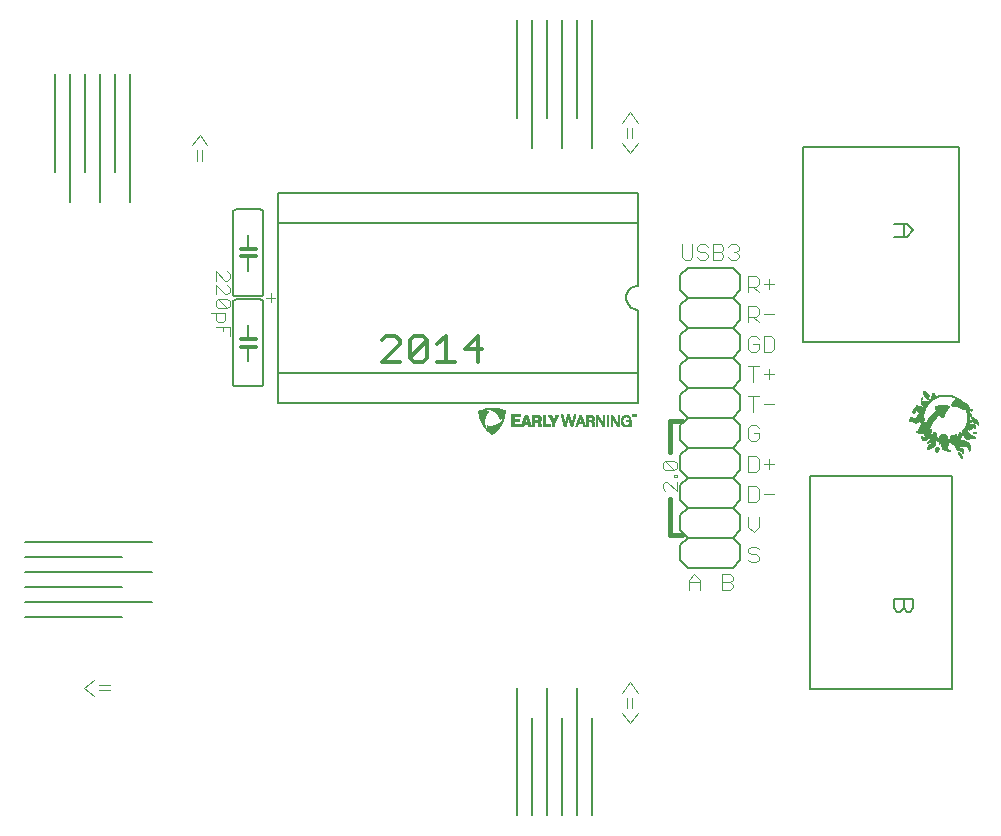
<source format=gto>
G75*
%MOIN*%
%OFA0B0*%
%FSLAX24Y24*%
%IPPOS*%
%LPD*%
%AMOC8*
5,1,8,0,0,1.08239X$1,22.5*
%
%ADD10C,0.0040*%
%ADD11C,0.0120*%
%ADD12C,0.0000*%
%ADD13C,0.0001*%
%ADD14C,0.0160*%
%ADD15C,0.0060*%
%ADD16C,0.0050*%
D10*
X028401Y010999D02*
X028315Y011085D01*
X028141Y011085D01*
X028054Y010999D01*
X028054Y010912D01*
X028141Y010825D01*
X028315Y010825D01*
X028401Y010738D01*
X028401Y010652D01*
X028315Y010565D01*
X028141Y010565D01*
X028054Y010652D01*
X028054Y012075D02*
X028054Y011728D01*
X028228Y011555D01*
X028401Y011728D01*
X028401Y012075D01*
X028049Y013105D02*
X028049Y012585D01*
X028309Y012585D01*
X028396Y012672D01*
X028396Y013019D01*
X028309Y013105D01*
X028049Y013105D01*
X028564Y012845D02*
X028911Y012845D01*
X028049Y014105D02*
X028049Y013585D01*
X028309Y013585D01*
X028396Y013672D01*
X028396Y014019D01*
X028309Y014105D01*
X028049Y014105D01*
X028564Y013845D02*
X028911Y013845D01*
X028738Y013672D02*
X028738Y014019D01*
X028401Y015039D02*
X028315Y015125D01*
X028141Y015125D01*
X028054Y015039D01*
X028054Y014692D01*
X028141Y014605D01*
X028315Y014605D01*
X028401Y014692D01*
X028401Y014865D01*
X028228Y014865D01*
X028222Y015575D02*
X028222Y016095D01*
X028049Y016095D02*
X028396Y016095D01*
X028564Y015835D02*
X028911Y015835D01*
X028222Y016575D02*
X028222Y017095D01*
X028049Y017095D02*
X028396Y017095D01*
X028564Y016835D02*
X028911Y016835D01*
X028738Y016662D02*
X028738Y017009D01*
X028396Y018019D02*
X028309Y018105D01*
X028135Y018105D01*
X028049Y018019D01*
X028049Y017672D01*
X028135Y017585D01*
X028309Y017585D01*
X028396Y017672D01*
X028396Y017845D01*
X028222Y017845D01*
X028564Y018105D02*
X028564Y017585D01*
X028825Y017585D01*
X028911Y017672D01*
X028911Y018019D01*
X028825Y018105D01*
X028564Y018105D01*
X028049Y018575D02*
X028049Y019095D01*
X028309Y019095D01*
X028396Y019009D01*
X028396Y018835D01*
X028309Y018748D01*
X028049Y018748D01*
X028222Y018748D02*
X028396Y018575D01*
X028564Y018835D02*
X028911Y018835D01*
X028049Y019575D02*
X028049Y020095D01*
X028309Y020095D01*
X028396Y020009D01*
X028396Y019835D01*
X028309Y019748D01*
X028049Y019748D01*
X028222Y019748D02*
X028396Y019575D01*
X028564Y019835D02*
X028911Y019835D01*
X028738Y019662D02*
X028738Y020009D01*
X025660Y013252D02*
X025660Y012945D01*
X025353Y013252D01*
X025276Y013252D01*
X025200Y013175D01*
X025200Y013022D01*
X025276Y012945D01*
X025660Y013405D02*
X025583Y013405D01*
X025583Y013482D01*
X025660Y013482D01*
X025660Y013405D01*
X025583Y013636D02*
X025276Y013636D01*
X025200Y013712D01*
X025200Y013866D01*
X025276Y013943D01*
X025583Y013943D01*
X025660Y013866D01*
X025660Y013712D01*
X025583Y013636D01*
X025276Y013943D01*
X026084Y009635D02*
X026084Y009982D01*
X026258Y010155D01*
X026431Y009982D01*
X026431Y009635D01*
X026431Y009895D02*
X026084Y009895D01*
X027184Y009635D02*
X027184Y010155D01*
X027445Y010155D01*
X027531Y010069D01*
X027531Y009982D01*
X027445Y009895D01*
X027531Y009808D01*
X027531Y009722D01*
X027445Y009635D01*
X027184Y009635D01*
X027184Y009895D02*
X027445Y009895D01*
X010300Y019948D02*
X010300Y020255D01*
X010607Y019948D01*
X010684Y019948D01*
X010760Y020025D01*
X010760Y020178D01*
X010684Y020255D01*
X010300Y019488D02*
X010300Y019795D01*
X010607Y019488D01*
X010684Y019488D01*
X010760Y019564D01*
X010760Y019718D01*
X010684Y019795D01*
X010377Y019334D02*
X010684Y019334D01*
X010760Y019257D01*
X010760Y019104D01*
X010684Y019027D01*
X010377Y019027D01*
X010300Y019104D01*
X010300Y019257D01*
X010377Y019334D01*
X010684Y019027D01*
X010147Y018874D02*
X010607Y018874D01*
X010607Y018644D01*
X010530Y018567D01*
X010377Y018567D01*
X010300Y018644D01*
X010300Y018874D01*
X010300Y018413D02*
X010760Y018413D01*
X010760Y018107D01*
X010530Y018260D02*
X010530Y018413D01*
X012130Y019225D02*
X012130Y019532D01*
X011976Y019378D02*
X012283Y019378D01*
X025840Y021155D02*
X025840Y020722D01*
X025927Y020635D01*
X026100Y020635D01*
X026187Y020722D01*
X026187Y021155D01*
X026703Y021069D02*
X026616Y021155D01*
X026442Y021155D01*
X026356Y021069D01*
X026356Y020982D01*
X026442Y020895D01*
X026616Y020895D01*
X026703Y020808D01*
X026703Y020722D01*
X026616Y020635D01*
X026442Y020635D01*
X026356Y020722D01*
X026871Y020635D02*
X026871Y021155D01*
X027132Y021155D01*
X027218Y021069D01*
X027218Y020982D01*
X027132Y020895D01*
X027218Y020808D01*
X027218Y020722D01*
X027132Y020635D01*
X026871Y020635D01*
X026871Y020895D02*
X027132Y020895D01*
X027387Y021069D02*
X027474Y021155D01*
X027647Y021155D01*
X027734Y021069D01*
X027734Y020982D01*
X027647Y020895D01*
X027560Y020895D01*
X027647Y020895D02*
X027734Y020808D01*
X027734Y020722D01*
X027647Y020635D01*
X027474Y020635D01*
X027387Y020722D01*
X024360Y024535D02*
X024100Y024188D01*
X023840Y024535D01*
X024013Y024704D02*
X024013Y025051D01*
X024187Y025051D02*
X024187Y024704D01*
X024360Y025219D02*
X024100Y025566D01*
X023840Y025219D01*
X024360Y005535D02*
X024100Y005188D01*
X023840Y005535D01*
X024013Y005704D02*
X024013Y006051D01*
X024187Y006051D02*
X024187Y005704D01*
X024360Y006219D02*
X024100Y006566D01*
X023840Y006219D01*
X006760Y006288D02*
X006413Y006288D01*
X006413Y006462D02*
X006760Y006462D01*
X006244Y006635D02*
X005897Y006375D01*
X006244Y006115D01*
X009673Y023945D02*
X009673Y024292D01*
X009847Y024292D02*
X009847Y023945D01*
X010020Y024461D02*
X009760Y024808D01*
X009500Y024461D01*
D11*
X016427Y017235D02*
X015840Y017235D01*
X016427Y017822D01*
X016427Y017969D01*
X016280Y018116D01*
X015987Y018116D01*
X015840Y017969D01*
X016761Y017382D02*
X016761Y017969D01*
X016908Y018116D01*
X017201Y018116D01*
X017348Y017969D01*
X017348Y017382D01*
X017201Y017235D01*
X016908Y017235D01*
X016761Y017382D01*
X017348Y017969D01*
X017682Y017822D02*
X017975Y018116D01*
X017975Y017235D01*
X017682Y017235D02*
X018269Y017235D01*
X019043Y017235D02*
X019043Y018116D01*
X018602Y017675D01*
X019190Y017675D01*
X011630Y017995D02*
X011380Y017995D01*
X011130Y017995D01*
X011630Y017745D02*
X011380Y017745D01*
X011130Y017745D01*
X011130Y020755D02*
X011380Y020755D01*
X011630Y020755D01*
X011130Y021005D02*
X011380Y021005D01*
X011630Y021005D01*
D12*
X033624Y015663D02*
X033623Y015676D01*
X033621Y015687D01*
X033617Y015699D01*
X033611Y015709D01*
X033605Y015717D01*
X033598Y015721D01*
X033593Y015713D01*
X033590Y015704D01*
X033585Y015693D01*
X033579Y015683D01*
X033572Y015673D01*
X033565Y015664D01*
X033557Y015655D01*
X033549Y015646D01*
X033540Y015637D01*
X033533Y015628D01*
X033526Y015618D01*
X033520Y015607D01*
X033517Y015595D01*
X033516Y015583D01*
X033518Y015571D01*
X033523Y015560D01*
X033531Y015550D01*
X033539Y015543D01*
X033547Y015536D01*
X033558Y015536D01*
X033567Y015540D01*
X033577Y015545D01*
X033586Y015552D01*
X033595Y015561D01*
X033601Y015571D01*
X033607Y015581D01*
X033612Y015593D01*
X033616Y015604D01*
X033619Y015616D01*
X033622Y015627D01*
X033623Y015639D01*
X033624Y015651D01*
X033624Y015663D01*
X033838Y016035D02*
X033836Y016047D01*
X033827Y016053D01*
X033817Y016048D01*
X033809Y016039D01*
X033802Y016029D01*
X033797Y016018D01*
X033796Y016006D01*
X033799Y015995D01*
X033805Y015985D01*
X033812Y015976D01*
X033821Y015980D01*
X033825Y015990D01*
X033829Y016001D01*
X033833Y016011D01*
X033836Y016023D01*
X033838Y016035D01*
X034063Y016104D02*
X034063Y016116D01*
X034061Y016128D01*
X034058Y016139D01*
X034054Y016151D01*
X034048Y016161D01*
X034041Y016171D01*
X034033Y016180D01*
X034024Y016188D01*
X034014Y016195D01*
X034005Y016202D01*
X033995Y016209D01*
X033984Y016215D01*
X033974Y016221D01*
X033964Y016227D01*
X033954Y016233D01*
X033945Y016239D01*
X033935Y016246D01*
X033927Y016253D01*
X033918Y016261D01*
X033911Y016270D01*
X033905Y016278D01*
X033895Y016279D01*
X033888Y016270D01*
X033885Y016258D01*
X033884Y016246D01*
X033884Y016233D01*
X033885Y016221D01*
X033887Y016209D01*
X033889Y016196D01*
X033891Y016184D01*
X033894Y016172D01*
X033898Y016161D01*
X033901Y016149D01*
X033906Y016137D01*
X033910Y016126D01*
X033915Y016114D01*
X033921Y016103D01*
X033927Y016093D01*
X033934Y016082D01*
X033941Y016073D01*
X033950Y016065D01*
X033959Y016058D01*
X033969Y016052D01*
X033980Y016047D01*
X033992Y016045D01*
X034004Y016044D01*
X034015Y016045D01*
X034026Y016048D01*
X034037Y016054D01*
X034045Y016062D01*
X034053Y016071D01*
X034058Y016081D01*
X034061Y016093D01*
X034063Y016104D01*
X034070Y015997D02*
X034066Y016007D01*
X034057Y016013D01*
X034045Y016018D01*
X034033Y016020D01*
X034021Y016018D01*
X034011Y016013D01*
X034006Y016005D01*
X034011Y015996D01*
X034021Y015991D01*
X034031Y015988D01*
X034042Y015986D01*
X034053Y015986D01*
X034063Y015989D01*
X034070Y015997D01*
X035165Y014065D02*
X035165Y014077D01*
X035164Y014088D01*
X035162Y014100D01*
X035159Y014111D01*
X035157Y014122D01*
X035154Y014134D01*
X035149Y014145D01*
X035145Y014155D01*
X035139Y014166D01*
X035132Y014176D01*
X035124Y014185D01*
X035115Y014194D01*
X035106Y014203D01*
X035097Y014211D01*
X035087Y014218D01*
X035077Y014224D01*
X035065Y014229D01*
X035054Y014228D01*
X035048Y014218D01*
X035046Y014206D01*
X035045Y014195D01*
X035047Y014182D01*
X035051Y014171D01*
X035057Y014161D01*
X035064Y014151D01*
X035072Y014141D01*
X035081Y014132D01*
X035089Y014124D01*
X035098Y014116D01*
X035106Y014107D01*
X035114Y014098D01*
X035121Y014089D01*
X035129Y014079D01*
X035135Y014069D01*
X035139Y014058D01*
X035143Y014049D01*
X035148Y014040D01*
X035155Y014034D01*
X035163Y014042D01*
X035165Y014054D01*
X035165Y014065D01*
X035515Y015656D02*
X035514Y015666D01*
X035507Y015673D01*
X035497Y015672D01*
X035487Y015670D01*
X035477Y015667D01*
X035467Y015663D01*
X035456Y015659D01*
X035445Y015654D01*
X035437Y015646D01*
X035440Y015635D01*
X035449Y015628D01*
X035460Y015623D01*
X035470Y015619D01*
X035482Y015618D01*
X035493Y015620D01*
X035503Y015626D01*
X035510Y015634D01*
X035514Y015644D01*
X035515Y015656D01*
X033719Y015762D02*
X033847Y015648D01*
X033848Y015651D01*
X033855Y015654D01*
X033862Y015651D01*
X033865Y015644D01*
X033862Y015637D01*
X033860Y015636D01*
X033908Y015594D01*
X033911Y015604D01*
X033915Y015616D01*
X033919Y015628D01*
X033923Y015639D01*
X033928Y015651D01*
X033933Y015662D01*
X033937Y015674D01*
X033943Y015685D01*
X033948Y015696D01*
X033953Y015707D01*
X033959Y015718D01*
X033965Y015729D01*
X033971Y015740D01*
X033977Y015751D01*
X033983Y015762D01*
X033990Y015772D01*
X033996Y015783D01*
X034004Y015793D01*
X034010Y015803D01*
X034018Y015813D01*
X034025Y015823D01*
X034033Y015833D01*
X034040Y015843D01*
X034048Y015852D01*
X034056Y015862D01*
X034064Y015871D01*
X034073Y015880D01*
X034081Y015889D01*
X034090Y015898D01*
X034107Y015916D01*
X034116Y015924D01*
X034125Y015933D01*
X034135Y015941D01*
X034144Y015949D01*
X034154Y015957D01*
X034164Y015965D01*
X034173Y015972D01*
X034183Y015979D01*
X034194Y015987D01*
X034204Y015994D01*
X034214Y016001D01*
X034224Y016007D01*
X034235Y016014D01*
X034245Y016020D01*
X034256Y016026D01*
X034267Y016032D01*
X034278Y016038D01*
X034289Y016044D01*
X034300Y016049D01*
X034311Y016055D01*
X034322Y016060D01*
X034333Y016065D01*
X034344Y016069D01*
X034355Y016074D01*
X034367Y016078D01*
X034378Y016082D01*
X034389Y016086D01*
X034401Y016090D01*
X034412Y016094D01*
X034424Y016097D01*
X034435Y016100D01*
X034447Y016103D01*
X034459Y016105D01*
X034471Y016108D01*
X034483Y016110D01*
X034495Y016111D01*
X034507Y016113D01*
X034519Y016114D01*
X034531Y016115D01*
X034543Y016116D01*
X034555Y016117D01*
X034567Y016117D01*
X034579Y016118D01*
X034591Y016118D01*
X034603Y016118D01*
X034628Y016118D01*
X034640Y016118D01*
X034652Y016118D01*
X034664Y016117D01*
X034677Y016116D01*
X034689Y016116D01*
X034701Y016115D01*
X034714Y016113D01*
X034726Y016112D01*
X034738Y016111D01*
X034750Y016109D01*
X034762Y016106D01*
X034774Y016104D01*
X034787Y016102D01*
X034799Y016099D01*
X034811Y016096D01*
X034823Y016093D01*
X034834Y016090D01*
X034846Y016086D01*
X034858Y016082D01*
X034869Y016078D01*
X034881Y016073D01*
X034892Y016069D01*
X034904Y016064D01*
X034915Y016059D01*
X034926Y016054D01*
X034937Y016048D01*
X034948Y016042D01*
X034959Y016037D01*
X034970Y016031D01*
X034980Y016025D01*
X034991Y016018D01*
X035001Y016012D01*
X035012Y016005D01*
X035022Y015998D01*
X035033Y015992D01*
X035043Y015985D01*
X035053Y015978D01*
X035062Y015971D01*
X035071Y015964D01*
X035080Y015958D01*
X035089Y015951D01*
X035098Y015944D01*
X035107Y015937D01*
X035115Y015929D01*
X035106Y015923D01*
X035094Y015926D01*
X035083Y015930D01*
X035071Y015936D01*
X035061Y015942D01*
X035050Y015949D01*
X035040Y015956D01*
X035029Y015963D01*
X035019Y015970D01*
X035010Y015978D01*
X035000Y015986D01*
X034990Y015993D01*
X034980Y016001D01*
X034970Y016009D01*
X034960Y016016D01*
X034953Y016008D01*
X034946Y016000D01*
X034939Y015991D01*
X034932Y015983D01*
X034924Y015974D01*
X034917Y015965D01*
X034909Y015955D01*
X034902Y015946D01*
X034895Y015936D01*
X034888Y015927D01*
X034881Y015917D01*
X034874Y015908D01*
X034867Y015898D01*
X034860Y015889D01*
X034854Y015879D01*
X034847Y015869D01*
X034840Y015859D01*
X034834Y015849D01*
X034828Y015839D01*
X034821Y015829D01*
X034816Y015819D01*
X034811Y015808D01*
X034809Y015797D01*
X034816Y015789D01*
X034827Y015786D01*
X034838Y015784D01*
X034849Y015782D01*
X034860Y015781D01*
X034871Y015781D01*
X034882Y015780D01*
X034894Y015778D01*
X034906Y015777D01*
X034918Y015776D01*
X034930Y015774D01*
X034942Y015772D01*
X034954Y015770D01*
X034966Y015768D01*
X034978Y015766D01*
X034989Y015763D01*
X035001Y015760D01*
X035013Y015757D01*
X035024Y015754D01*
X035036Y015750D01*
X035048Y015747D01*
X035059Y015743D01*
X035070Y015739D01*
X035082Y015734D01*
X035093Y015730D01*
X035104Y015725D01*
X035115Y015720D01*
X035126Y015715D01*
X035136Y015710D01*
X035147Y015704D01*
X035158Y015698D01*
X035168Y015692D01*
X035178Y015685D01*
X035188Y015679D01*
X035198Y015672D01*
X035209Y015665D01*
X035219Y015659D01*
X035231Y015657D01*
X035231Y015667D01*
X035229Y015677D01*
X035227Y015686D01*
X035224Y015696D01*
X035221Y015706D01*
X035217Y015716D01*
X035214Y015727D01*
X035210Y015737D01*
X035208Y015748D01*
X035207Y015759D01*
X035217Y015764D01*
X035228Y015762D01*
X035238Y015759D01*
X035247Y015751D01*
X035254Y015743D01*
X035260Y015734D01*
X035266Y015724D01*
X035272Y015714D01*
X035277Y015704D01*
X035287Y015684D01*
X035292Y015673D01*
X035298Y015662D01*
X035300Y015656D01*
X035338Y015679D01*
X035337Y015681D01*
X035333Y015689D01*
X035329Y015700D01*
X035332Y015699D01*
X035339Y015690D01*
X035344Y015683D01*
X035399Y015716D01*
X035398Y015718D01*
X035395Y015730D01*
X035391Y015742D01*
X035386Y015753D01*
X035379Y015764D01*
X035373Y015774D01*
X035365Y015784D01*
X035358Y015793D01*
X035350Y015802D01*
X035341Y015811D01*
X035333Y015820D01*
X035324Y015828D01*
X035315Y015836D01*
X035306Y015844D01*
X035296Y015852D01*
X035287Y015860D01*
X035277Y015867D01*
X035267Y015874D01*
X035257Y015881D01*
X035247Y015887D01*
X035236Y015893D01*
X035225Y015898D01*
X035214Y015904D01*
X035204Y015910D01*
X035194Y015916D01*
X035184Y015922D01*
X035174Y015929D01*
X035164Y015935D01*
X035154Y015942D01*
X035144Y015949D01*
X035134Y015956D01*
X035125Y015963D01*
X035115Y015970D01*
X035106Y015977D01*
X035096Y015985D01*
X035087Y015992D01*
X035077Y015999D01*
X035067Y016006D01*
X035057Y016013D01*
X035047Y016019D01*
X035036Y016026D01*
X035026Y016032D01*
X035015Y016038D01*
X035005Y016045D01*
X034984Y016056D01*
X034973Y016062D01*
X034963Y016068D01*
X034952Y016073D01*
X034941Y016078D01*
X034930Y016084D01*
X034919Y016089D01*
X034908Y016094D01*
X034897Y016099D01*
X034885Y016103D01*
X034874Y016108D01*
X034863Y016112D01*
X034851Y016116D01*
X034840Y016120D01*
X034829Y016124D01*
X034817Y016128D01*
X034805Y016131D01*
X034794Y016134D01*
X034782Y016136D01*
X034769Y016139D01*
X034758Y016141D01*
X034745Y016142D01*
X034734Y016144D01*
X034721Y016145D01*
X034709Y016146D01*
X034697Y016147D01*
X034685Y016148D01*
X034673Y016149D01*
X034661Y016150D01*
X034649Y016150D01*
X034636Y016150D01*
X034624Y016150D01*
X034612Y016151D01*
X034600Y016150D01*
X034588Y016150D01*
X034576Y016150D01*
X034564Y016149D01*
X034551Y016149D01*
X034539Y016148D01*
X034527Y016147D01*
X034515Y016146D01*
X034503Y016145D01*
X034491Y016144D01*
X034479Y016142D01*
X034467Y016141D01*
X034454Y016139D01*
X034443Y016137D01*
X034430Y016135D01*
X034419Y016132D01*
X034407Y016129D01*
X034395Y016126D01*
X034384Y016122D01*
X034372Y016118D01*
X034360Y016114D01*
X034349Y016110D01*
X034337Y016106D01*
X034326Y016102D01*
X034314Y016097D01*
X034303Y016093D01*
X034292Y016087D01*
X034282Y016083D01*
X034273Y016078D01*
X034263Y016073D01*
X034265Y016082D01*
X034268Y016092D01*
X034270Y016102D01*
X034271Y016113D01*
X034271Y016124D01*
X034268Y016135D01*
X034263Y016145D01*
X034257Y016154D01*
X034250Y016163D01*
X034243Y016172D01*
X034236Y016181D01*
X034228Y016190D01*
X034221Y016199D01*
X034213Y016207D01*
X034204Y016214D01*
X034197Y016206D01*
X034192Y016196D01*
X034188Y016187D01*
X034185Y016177D01*
X034181Y016166D01*
X034177Y016156D01*
X034173Y016145D01*
X034168Y016135D01*
X034164Y016125D01*
X034159Y016115D01*
X034153Y016105D01*
X034148Y016095D01*
X034144Y016085D01*
X034140Y016074D01*
X034139Y016063D01*
X034138Y016052D01*
X034139Y016041D01*
X034141Y016030D01*
X034140Y016018D01*
X034135Y016008D01*
X034128Y015999D01*
X034121Y015991D01*
X034113Y015982D01*
X034104Y015975D01*
X034096Y015967D01*
X034088Y015959D01*
X034079Y015951D01*
X034071Y015944D01*
X034062Y015936D01*
X034054Y015929D01*
X034045Y015922D01*
X034035Y015916D01*
X034024Y015913D01*
X034013Y015916D01*
X034003Y015921D01*
X033992Y015925D01*
X033979Y015928D01*
X033967Y015930D01*
X033955Y015931D01*
X033943Y015932D01*
X033930Y015933D01*
X033918Y015933D01*
X033906Y015933D01*
X033894Y015933D01*
X033881Y015933D01*
X033869Y015934D01*
X033857Y015935D01*
X033845Y015937D01*
X033833Y015939D01*
X033823Y015942D01*
X033812Y015942D01*
X033807Y015934D01*
X033805Y015924D01*
X033805Y015913D01*
X033805Y015903D01*
X033806Y015891D01*
X033807Y015879D01*
X033809Y015867D01*
X033813Y015855D01*
X033817Y015844D01*
X033822Y015832D01*
X033829Y015822D01*
X033836Y015812D01*
X033844Y015803D01*
X033854Y015795D01*
X033863Y015788D01*
X033874Y015782D01*
X033885Y015777D01*
X033896Y015772D01*
X033908Y015767D01*
X033917Y015760D01*
X033915Y015748D01*
X033908Y015738D01*
X033903Y015730D01*
X033898Y015722D01*
X033893Y015714D01*
X033885Y015719D01*
X033877Y015724D01*
X033869Y015729D01*
X033860Y015734D01*
X033851Y015740D01*
X033841Y015744D01*
X033830Y015747D01*
X033820Y015750D01*
X033809Y015752D01*
X033798Y015753D01*
X033787Y015754D01*
X033776Y015754D01*
X033764Y015755D01*
X033753Y015756D01*
X033741Y015757D01*
X033730Y015759D01*
X033719Y015762D01*
X035615Y015056D02*
X035614Y015068D01*
X035612Y015080D01*
X035609Y015092D01*
X035605Y015104D01*
X035600Y015115D01*
X035594Y015125D01*
X035587Y015135D01*
X035579Y015144D01*
X035569Y015151D01*
X035559Y015157D01*
X035548Y015162D01*
X035536Y015166D01*
X035524Y015168D01*
X035512Y015169D01*
X035500Y015170D01*
X035488Y015170D01*
X035476Y015169D01*
X035464Y015169D01*
X035452Y015168D01*
X035439Y015167D01*
X035427Y015166D01*
X035415Y015165D01*
X035402Y015164D01*
X035390Y015163D01*
X035377Y015161D01*
X035379Y015170D01*
X035381Y015179D01*
X035383Y015188D01*
X035386Y015199D01*
X035391Y015208D01*
X035400Y015214D01*
X035410Y015217D01*
X035420Y015222D01*
X035429Y015228D01*
X035438Y015234D01*
X035447Y015241D01*
X035457Y015246D01*
X035467Y015250D01*
X035478Y015253D01*
X035489Y015254D01*
X035500Y015255D01*
X035511Y015257D01*
X035519Y015266D01*
X035515Y015276D01*
X035509Y015286D01*
X035500Y015294D01*
X035492Y015301D01*
X035484Y015307D01*
X035474Y015311D01*
X035463Y015313D01*
X035452Y015313D01*
X035442Y015312D01*
X035430Y015311D01*
X035418Y015310D01*
X035407Y015309D01*
X035406Y015320D01*
X035405Y015332D01*
X035405Y015343D01*
X035404Y015355D01*
X035404Y015366D01*
X035403Y015378D01*
X035402Y015390D01*
X035402Y015401D01*
X035404Y015413D01*
X035409Y015422D01*
X035420Y015424D01*
X035432Y015426D01*
X035444Y015430D01*
X035454Y015435D01*
X035464Y015441D01*
X035474Y015449D01*
X035481Y015459D01*
X035485Y015470D01*
X035481Y015481D01*
X035474Y015490D01*
X035467Y015499D01*
X035459Y015508D01*
X035450Y015516D01*
X035442Y015524D01*
X035433Y015531D01*
X035424Y015538D01*
X035414Y015545D01*
X035404Y015551D01*
X035393Y015554D01*
X035382Y015556D01*
X035381Y015565D01*
X035385Y015574D01*
X035390Y015584D01*
X035395Y015595D01*
X035399Y015607D01*
X035401Y015619D01*
X035403Y015632D01*
X035404Y015644D01*
X035405Y015656D01*
X035405Y015669D01*
X035404Y015681D01*
X035403Y015694D01*
X035401Y015706D01*
X035399Y015716D01*
X035344Y015683D01*
X035345Y015682D01*
X035349Y015673D01*
X035353Y015664D01*
X035354Y015655D01*
X035353Y015645D01*
X035348Y015654D01*
X035344Y015663D01*
X035341Y015672D01*
X035338Y015679D01*
X035300Y015656D01*
X035302Y015650D01*
X035307Y015639D01*
X035312Y015627D01*
X035316Y015616D01*
X035320Y015604D01*
X035324Y015592D01*
X035327Y015580D01*
X035331Y015568D01*
X035334Y015556D01*
X035337Y015544D01*
X035339Y015531D01*
X035342Y015519D01*
X035344Y015507D01*
X035346Y015495D01*
X035348Y015482D01*
X035349Y015470D01*
X035351Y015458D01*
X035352Y015446D01*
X035353Y015433D01*
X035354Y015421D01*
X035354Y015408D01*
X035354Y015396D01*
X035354Y015383D01*
X035354Y015371D01*
X035354Y015358D01*
X035353Y015346D01*
X035352Y015333D01*
X035351Y015321D01*
X035350Y015309D01*
X035349Y015296D01*
X035347Y015284D01*
X035345Y015271D01*
X035343Y015259D01*
X035341Y015247D01*
X035338Y015235D01*
X035336Y015223D01*
X035333Y015211D01*
X035330Y015199D01*
X035326Y015186D01*
X035323Y015175D01*
X035319Y015163D01*
X035315Y015151D01*
X035311Y015139D01*
X035307Y015127D01*
X035302Y015116D01*
X035298Y015104D01*
X035293Y015093D01*
X035288Y015081D01*
X035283Y015070D01*
X035277Y015059D01*
X035272Y015048D01*
X035266Y015037D01*
X035260Y015027D01*
X035253Y015016D01*
X035245Y015008D01*
X035235Y015001D01*
X035223Y014997D01*
X035212Y014994D01*
X035201Y014989D01*
X035192Y014982D01*
X035185Y014972D01*
X035180Y014962D01*
X035177Y014950D01*
X035176Y014939D01*
X035175Y014927D01*
X035174Y014916D01*
X035170Y014904D01*
X035165Y014894D01*
X035159Y014884D01*
X035152Y014875D01*
X035144Y014866D01*
X035135Y014859D01*
X035126Y014852D01*
X035114Y014849D01*
X035105Y014855D01*
X035100Y014864D01*
X035097Y014874D01*
X035095Y014884D01*
X035089Y014892D01*
X035081Y014884D01*
X035074Y014875D01*
X035069Y014865D01*
X035064Y014854D01*
X035059Y014843D01*
X035057Y014832D01*
X035055Y014821D01*
X035054Y014810D01*
X035052Y014800D01*
X035048Y014790D01*
X035042Y014782D01*
X035033Y014776D01*
X035023Y014770D01*
X035012Y014768D01*
X035002Y014774D01*
X034994Y014783D01*
X034988Y014791D01*
X034982Y014799D01*
X034977Y014808D01*
X034972Y014817D01*
X034966Y014824D01*
X034956Y014822D01*
X034947Y014817D01*
X034936Y014812D01*
X034925Y014809D01*
X034914Y014807D01*
X034902Y014806D01*
X034891Y014805D01*
X034879Y014804D01*
X034867Y014804D01*
X034855Y014802D01*
X034843Y014799D01*
X034831Y014795D01*
X034820Y014789D01*
X034810Y014782D01*
X034801Y014774D01*
X034793Y014765D01*
X034786Y014754D01*
X034781Y014743D01*
X034778Y014731D01*
X034776Y014719D01*
X034775Y014706D01*
X034775Y014695D01*
X034774Y014684D01*
X034770Y014673D01*
X034764Y014664D01*
X034754Y014658D01*
X034743Y014656D01*
X034732Y014655D01*
X034720Y014654D01*
X034709Y014656D01*
X034700Y014661D01*
X034695Y014671D01*
X034692Y014682D01*
X034690Y014693D01*
X034687Y014704D01*
X034684Y014715D01*
X034680Y014726D01*
X034676Y014737D01*
X034673Y014748D01*
X034669Y014759D01*
X034664Y014770D01*
X034659Y014781D01*
X034654Y014792D01*
X034646Y014802D01*
X034636Y014809D01*
X034625Y014815D01*
X034614Y014819D01*
X034602Y014823D01*
X034590Y014826D01*
X034579Y014830D01*
X034567Y014833D01*
X034556Y014836D01*
X034544Y014839D01*
X034533Y014841D01*
X034521Y014842D01*
X034509Y014842D01*
X034498Y014840D01*
X034487Y014834D01*
X034477Y014827D01*
X034469Y014820D01*
X034460Y014811D01*
X034452Y014803D01*
X034445Y014794D01*
X034439Y014785D01*
X034433Y014775D01*
X034428Y014764D01*
X034425Y014753D01*
X034422Y014742D01*
X034420Y014731D01*
X034418Y014721D01*
X034416Y014710D01*
X034414Y014700D01*
X034411Y014690D01*
X034407Y014680D01*
X034395Y014681D01*
X034384Y014684D01*
X034373Y014687D01*
X034363Y014691D01*
X034352Y014696D01*
X034341Y014701D01*
X034332Y014708D01*
X034327Y014719D01*
X034326Y014731D01*
X034325Y014742D01*
X034325Y014754D01*
X034325Y014778D01*
X034324Y014790D01*
X034324Y014802D01*
X034322Y014814D01*
X034319Y014826D01*
X034316Y014837D01*
X034312Y014849D01*
X034307Y014859D01*
X034299Y014869D01*
X034291Y014877D01*
X034281Y014884D01*
X034270Y014890D01*
X034259Y014893D01*
X034248Y014896D01*
X034237Y014898D01*
X034227Y014900D01*
X034216Y014898D01*
X034208Y014891D01*
X034206Y014880D01*
X034205Y014869D01*
X034204Y014859D01*
X034200Y014850D01*
X034194Y014842D01*
X034185Y014835D01*
X034177Y014830D01*
X034167Y014825D01*
X034157Y014821D01*
X034146Y014821D01*
X034136Y014825D01*
X034127Y014831D01*
X034117Y014838D01*
X034110Y014847D01*
X034106Y014859D01*
X034109Y014870D01*
X034117Y014879D01*
X034127Y014886D01*
X034136Y014894D01*
X034143Y014903D01*
X034146Y014914D01*
X034148Y014926D01*
X034149Y014937D01*
X034149Y014949D01*
X034149Y014961D01*
X034148Y014972D01*
X034146Y014984D01*
X034143Y014995D01*
X034137Y015005D01*
X034128Y015012D01*
X034116Y015014D01*
X034105Y015011D01*
X034094Y015006D01*
X034086Y015001D01*
X034078Y014998D01*
X034069Y014997D01*
X034070Y015009D01*
X034074Y015020D01*
X034079Y015031D01*
X034083Y015042D01*
X034087Y015053D01*
X034092Y015064D01*
X034097Y015075D01*
X034101Y015086D01*
X034106Y015097D01*
X034116Y015119D01*
X034121Y015130D01*
X034126Y015140D01*
X034132Y015151D01*
X034137Y015162D01*
X034142Y015172D01*
X034148Y015183D01*
X034153Y015194D01*
X034159Y015204D01*
X034165Y015214D01*
X034171Y015225D01*
X034178Y015235D01*
X034184Y015245D01*
X034191Y015255D01*
X034199Y015265D01*
X034205Y015275D01*
X034213Y015285D01*
X034220Y015295D01*
X034227Y015304D01*
X034235Y015314D01*
X034242Y015323D01*
X034250Y015333D01*
X034258Y015342D01*
X034265Y015352D01*
X034273Y015361D01*
X034281Y015370D01*
X034289Y015379D01*
X034297Y015389D01*
X034305Y015397D01*
X034314Y015406D01*
X034322Y015416D01*
X034330Y015424D01*
X034339Y015433D01*
X034348Y015441D01*
X034356Y015450D01*
X034365Y015458D01*
X034374Y015466D01*
X034384Y015474D01*
X034394Y015480D01*
X034406Y015484D01*
X034416Y015479D01*
X034425Y015473D01*
X034434Y015466D01*
X034443Y015459D01*
X034452Y015452D01*
X034460Y015444D01*
X034469Y015437D01*
X034478Y015429D01*
X034497Y015414D01*
X034507Y015407D01*
X034516Y015400D01*
X034527Y015394D01*
X034538Y015390D01*
X034548Y015392D01*
X034553Y015403D01*
X034556Y015414D01*
X034560Y015425D01*
X034563Y015437D01*
X034566Y015448D01*
X034570Y015459D01*
X034573Y015471D01*
X034577Y015482D01*
X034581Y015494D01*
X034585Y015505D01*
X034590Y015516D01*
X034595Y015527D01*
X034600Y015538D01*
X034605Y015549D01*
X034610Y015560D01*
X034616Y015570D01*
X034622Y015581D01*
X034628Y015591D01*
X034634Y015601D01*
X034640Y015612D01*
X034647Y015622D01*
X034654Y015632D01*
X034660Y015642D01*
X034667Y015652D01*
X034674Y015661D01*
X034682Y015671D01*
X034689Y015681D01*
X034697Y015690D01*
X034704Y015699D01*
X034712Y015707D01*
X034719Y015716D01*
X034726Y015725D01*
X034734Y015733D01*
X034741Y015741D01*
X034748Y015750D01*
X034755Y015759D01*
X034739Y015767D01*
X034730Y015772D01*
X034719Y015777D01*
X034707Y015781D01*
X034695Y015785D01*
X034683Y015787D01*
X034671Y015790D01*
X034659Y015792D01*
X034646Y015794D01*
X034634Y015795D01*
X034622Y015796D01*
X034609Y015797D01*
X034597Y015798D01*
X034584Y015799D01*
X034572Y015799D01*
X034559Y015800D01*
X034547Y015800D01*
X034534Y015800D01*
X034522Y015800D01*
X034510Y015800D01*
X034497Y015799D01*
X034485Y015798D01*
X034473Y015798D01*
X034460Y015797D01*
X034448Y015796D01*
X034435Y015795D01*
X034423Y015794D01*
X034410Y015792D01*
X034398Y015791D01*
X034386Y015789D01*
X034374Y015787D01*
X034361Y015785D01*
X034349Y015782D01*
X034337Y015779D01*
X034325Y015776D01*
X034313Y015773D01*
X034301Y015769D01*
X034290Y015764D01*
X034279Y015758D01*
X034270Y015750D01*
X034265Y015738D01*
X034268Y015727D01*
X034271Y015717D01*
X034275Y015707D01*
X034280Y015697D01*
X034285Y015687D01*
X034291Y015677D01*
X034296Y015669D01*
X034301Y015660D01*
X034306Y015651D01*
X034311Y015642D01*
X034317Y015634D01*
X034308Y015625D01*
X034299Y015616D01*
X034290Y015608D01*
X034282Y015599D01*
X034273Y015591D01*
X034264Y015582D01*
X034256Y015573D01*
X034247Y015565D01*
X034238Y015556D01*
X034229Y015547D01*
X034221Y015539D01*
X034212Y015530D01*
X034203Y015521D01*
X034195Y015513D01*
X034186Y015504D01*
X034178Y015496D01*
X034169Y015487D01*
X034161Y015478D01*
X034153Y015470D01*
X034144Y015461D01*
X034136Y015452D01*
X034128Y015443D01*
X034120Y015434D01*
X034112Y015424D01*
X034104Y015415D01*
X034097Y015406D01*
X034089Y015396D01*
X034082Y015386D01*
X034075Y015377D01*
X034068Y015367D01*
X034061Y015357D01*
X034054Y015347D01*
X034048Y015336D01*
X034042Y015326D01*
X034036Y015315D01*
X034030Y015305D01*
X034025Y015294D01*
X034020Y015283D01*
X034015Y015272D01*
X034010Y015261D01*
X034005Y015250D01*
X034000Y015239D01*
X033996Y015228D01*
X033991Y015217D01*
X033987Y015207D01*
X033981Y015196D01*
X033972Y015193D01*
X033966Y015203D01*
X033959Y015213D01*
X033949Y015220D01*
X033938Y015223D01*
X033925Y015224D01*
X033914Y015226D01*
X033903Y015230D01*
X033894Y015238D01*
X033889Y015248D01*
X033887Y015260D01*
X033889Y015272D01*
X033891Y015283D01*
X033895Y015294D01*
X033899Y015306D01*
X033901Y015318D01*
X033901Y015330D01*
X033900Y015342D01*
X033897Y015354D01*
X033894Y015366D01*
X033891Y015378D01*
X033888Y015389D01*
X033884Y015401D01*
X033881Y015412D01*
X033879Y015424D01*
X033876Y015436D01*
X033879Y015448D01*
X033880Y015460D01*
X033882Y015472D01*
X033884Y015484D01*
X033886Y015496D01*
X033888Y015508D01*
X033890Y015520D01*
X033892Y015532D01*
X033895Y015544D01*
X033898Y015556D01*
X033901Y015568D01*
X033904Y015581D01*
X033908Y015592D01*
X033908Y015594D01*
X033860Y015636D01*
X033855Y015634D01*
X033848Y015637D01*
X033845Y015644D01*
X033847Y015648D01*
X033719Y015762D01*
X033718Y015762D01*
X033707Y015765D01*
X033696Y015769D01*
X033685Y015774D01*
X033665Y015784D01*
X033655Y015788D01*
X033645Y015786D01*
X033640Y015775D01*
X033639Y015765D01*
X033639Y015755D01*
X033640Y015744D01*
X033641Y015734D01*
X033643Y015723D01*
X033646Y015713D01*
X033648Y015702D01*
X033651Y015691D01*
X033653Y015681D01*
X033655Y015670D01*
X033657Y015659D01*
X033659Y015648D01*
X033661Y015636D01*
X033667Y015625D01*
X033674Y015615D01*
X033682Y015605D01*
X033690Y015596D01*
X033700Y015588D01*
X033709Y015580D01*
X033719Y015573D01*
X033729Y015566D01*
X033740Y015560D01*
X033751Y015554D01*
X033762Y015548D01*
X033773Y015543D01*
X033784Y015538D01*
X033796Y015534D01*
X033808Y015530D01*
X033816Y015526D01*
X033822Y015520D01*
X033825Y015511D01*
X033820Y015503D01*
X033809Y015500D01*
X033799Y015500D01*
X033788Y015500D01*
X033778Y015501D01*
X033766Y015502D01*
X033754Y015502D01*
X033743Y015501D01*
X033731Y015499D01*
X033720Y015494D01*
X033711Y015488D01*
X033703Y015479D01*
X033695Y015470D01*
X033689Y015461D01*
X033682Y015451D01*
X033676Y015441D01*
X033669Y015431D01*
X033663Y015421D01*
X033655Y015411D01*
X033648Y015401D01*
X033639Y015392D01*
X033631Y015384D01*
X033621Y015377D01*
X033610Y015371D01*
X033599Y015367D01*
X033587Y015365D01*
X033575Y015364D01*
X033563Y015366D01*
X033551Y015369D01*
X033540Y015374D01*
X033529Y015379D01*
X033519Y015385D01*
X033508Y015391D01*
X033497Y015396D01*
X033485Y015400D01*
X033473Y015400D01*
X033462Y015395D01*
X033454Y015386D01*
X033448Y015376D01*
X033444Y015364D01*
X033439Y015355D01*
X033434Y015345D01*
X033428Y015337D01*
X033421Y015329D01*
X033412Y015323D01*
X033402Y015317D01*
X033398Y015308D01*
X033406Y015300D01*
X033415Y015292D01*
X033425Y015285D01*
X033436Y015280D01*
X033448Y015277D01*
X033460Y015277D01*
X033472Y015279D01*
X033484Y015281D01*
X033496Y015280D01*
X033509Y015276D01*
X033520Y015271D01*
X033530Y015264D01*
X033540Y015257D01*
X033550Y015250D01*
X033560Y015242D01*
X033570Y015236D01*
X033580Y015229D01*
X033590Y015224D01*
X033601Y015219D01*
X033613Y015216D01*
X033625Y015216D01*
X033637Y015218D01*
X033648Y015222D01*
X033659Y015228D01*
X033669Y015234D01*
X033679Y015240D01*
X033689Y015247D01*
X033699Y015252D01*
X033709Y015257D01*
X033720Y015261D01*
X033732Y015261D01*
X033744Y015260D01*
X033754Y015257D01*
X033765Y015255D01*
X033776Y015252D01*
X033787Y015250D01*
X033798Y015248D01*
X033809Y015244D01*
X033818Y015237D01*
X033823Y015227D01*
X033825Y015216D01*
X033824Y015205D01*
X033822Y015193D01*
X033818Y015182D01*
X033814Y015172D01*
X033809Y015162D01*
X033803Y015152D01*
X033796Y015142D01*
X033790Y015132D01*
X033784Y015122D01*
X033779Y015112D01*
X033774Y015101D01*
X033768Y015091D01*
X033763Y015081D01*
X033759Y015070D01*
X033754Y015059D01*
X033749Y015048D01*
X033745Y015037D01*
X033741Y015026D01*
X033737Y015016D01*
X033732Y015005D01*
X033727Y014994D01*
X033722Y014984D01*
X033716Y014974D01*
X033709Y014965D01*
X033700Y014956D01*
X033691Y014949D01*
X033681Y014943D01*
X033670Y014939D01*
X033659Y014936D01*
X033648Y014932D01*
X033638Y014927D01*
X033631Y014919D01*
X033639Y014911D01*
X033650Y014905D01*
X033661Y014901D01*
X033672Y014897D01*
X033683Y014894D01*
X033694Y014891D01*
X033706Y014888D01*
X033717Y014885D01*
X033729Y014883D01*
X033740Y014881D01*
X033752Y014879D01*
X033763Y014877D01*
X033775Y014876D01*
X033786Y014875D01*
X033798Y014875D01*
X033809Y014875D01*
X033820Y014875D01*
X033831Y014876D01*
X033842Y014877D01*
X033852Y014880D01*
X033862Y014884D01*
X033871Y014891D01*
X033879Y014898D01*
X033887Y014906D01*
X033895Y014913D01*
X033903Y014921D01*
X033904Y014909D01*
X033905Y014897D01*
X033906Y014885D01*
X033908Y014872D01*
X033909Y014861D01*
X033911Y014850D01*
X033914Y014839D01*
X033918Y014828D01*
X033922Y014817D01*
X033927Y014807D01*
X033932Y014797D01*
X033938Y014787D01*
X033945Y014777D01*
X033952Y014767D01*
X033958Y014756D01*
X033955Y014745D01*
X033946Y014738D01*
X033937Y014732D01*
X033928Y014727D01*
X033919Y014722D01*
X033910Y014718D01*
X033900Y014714D01*
X033890Y014711D01*
X033879Y014710D01*
X033869Y014713D01*
X033860Y014719D01*
X033853Y014726D01*
X033845Y014734D01*
X033838Y014742D01*
X033830Y014750D01*
X033821Y014757D01*
X033812Y014763D01*
X033806Y014754D01*
X033807Y014743D01*
X033809Y014732D01*
X033812Y014721D01*
X033815Y014709D01*
X033820Y014697D01*
X033826Y014687D01*
X033832Y014676D01*
X033840Y014667D01*
X033849Y014658D01*
X033859Y014651D01*
X033869Y014645D01*
X033881Y014641D01*
X033892Y014638D01*
X033904Y014637D01*
X033917Y014637D01*
X033929Y014639D01*
X033941Y014642D01*
X033952Y014646D01*
X033963Y014651D01*
X033974Y014657D01*
X033984Y014663D01*
X033994Y014671D01*
X034003Y014678D01*
X034012Y014686D01*
X034021Y014693D01*
X034031Y014700D01*
X034042Y014705D01*
X034052Y014709D01*
X034064Y014713D01*
X034075Y014715D01*
X034087Y014716D01*
X034098Y014718D01*
X034110Y014719D01*
X034121Y014720D01*
X034133Y014721D01*
X034130Y014711D01*
X034127Y014701D01*
X034124Y014691D01*
X034121Y014681D01*
X034116Y014671D01*
X034110Y014662D01*
X034104Y014654D01*
X034097Y014646D01*
X034089Y014638D01*
X034080Y014630D01*
X034072Y014621D01*
X034064Y014612D01*
X034056Y014603D01*
X034049Y014594D01*
X034041Y014584D01*
X034035Y014574D01*
X034029Y014563D01*
X034025Y014551D01*
X034034Y014550D01*
X034044Y014554D01*
X034055Y014558D01*
X034067Y014561D01*
X034079Y014562D01*
X034090Y014563D01*
X034102Y014564D01*
X034114Y014564D01*
X034125Y014564D01*
X034137Y014563D01*
X034149Y014562D01*
X034160Y014560D01*
X034170Y014554D01*
X034168Y014545D01*
X034160Y014538D01*
X034152Y014532D01*
X034143Y014527D01*
X034134Y014521D01*
X034124Y014515D01*
X034115Y014508D01*
X034106Y014501D01*
X034097Y014494D01*
X034088Y014486D01*
X034079Y014479D01*
X034071Y014471D01*
X034063Y014463D01*
X034054Y014455D01*
X034046Y014446D01*
X034039Y014437D01*
X034032Y014428D01*
X034025Y014418D01*
X034020Y014408D01*
X034016Y014396D01*
X034015Y014385D01*
X034015Y014373D01*
X034019Y014362D01*
X034024Y014352D01*
X034032Y014343D01*
X034039Y014335D01*
X034048Y014328D01*
X034058Y014324D01*
X034068Y014328D01*
X034071Y014338D01*
X034069Y014349D01*
X034067Y014360D01*
X034070Y014370D01*
X034080Y014375D01*
X034091Y014377D01*
X034102Y014379D01*
X034114Y014381D01*
X034125Y014383D01*
X034137Y014385D01*
X034149Y014387D01*
X034161Y014390D01*
X034172Y014393D01*
X034183Y014398D01*
X034194Y014403D01*
X034204Y014409D01*
X034214Y014416D01*
X034224Y014423D01*
X034233Y014431D01*
X034242Y014439D01*
X034250Y014447D01*
X034259Y014456D01*
X034266Y014465D01*
X034273Y014475D01*
X034279Y014484D01*
X034285Y014494D01*
X034289Y014504D01*
X034292Y014515D01*
X034293Y014526D01*
X034293Y014537D01*
X034292Y014549D01*
X034291Y014560D01*
X034290Y014571D01*
X034289Y014584D01*
X034288Y014596D01*
X034286Y014608D01*
X034285Y014621D01*
X034284Y014633D01*
X034295Y014629D01*
X034306Y014626D01*
X034317Y014622D01*
X034328Y014619D01*
X034339Y014615D01*
X034350Y014611D01*
X034361Y014608D01*
X034371Y014604D01*
X034382Y014600D01*
X034392Y014596D01*
X034402Y014591D01*
X034410Y014583D01*
X034411Y014572D01*
X034407Y014560D01*
X034404Y014549D01*
X034400Y014537D01*
X034397Y014525D01*
X034399Y014515D01*
X034411Y014519D01*
X034422Y014523D01*
X034433Y014527D01*
X034444Y014531D01*
X034455Y014530D01*
X034463Y014522D01*
X034466Y014511D01*
X034468Y014499D01*
X034471Y014488D01*
X034474Y014476D01*
X034477Y014465D01*
X034480Y014454D01*
X034484Y014443D01*
X034489Y014432D01*
X034494Y014421D01*
X034498Y014411D01*
X034502Y014401D01*
X034507Y014391D01*
X034511Y014381D01*
X034515Y014371D01*
X034519Y014361D01*
X034526Y014351D01*
X034535Y014344D01*
X034545Y014337D01*
X034555Y014330D01*
X034566Y014325D01*
X034577Y014319D01*
X034588Y014314D01*
X034599Y014309D01*
X034611Y014304D01*
X034622Y014300D01*
X034634Y014296D01*
X034645Y014292D01*
X034657Y014288D01*
X034668Y014285D01*
X034680Y014282D01*
X034692Y014280D01*
X034704Y014277D01*
X034716Y014276D01*
X034728Y014276D01*
X034739Y014275D01*
X034750Y014276D01*
X034762Y014277D01*
X034773Y014280D01*
X034779Y014287D01*
X034771Y014295D01*
X034761Y014300D01*
X034750Y014304D01*
X034739Y014308D01*
X034728Y014313D01*
X034718Y014319D01*
X034709Y014326D01*
X034701Y014336D01*
X034695Y014346D01*
X034691Y014357D01*
X034689Y014368D01*
X034687Y014380D01*
X034687Y014392D01*
X034687Y014404D01*
X034687Y014416D01*
X034688Y014428D01*
X034689Y014439D01*
X034690Y014451D01*
X034691Y014463D01*
X034693Y014475D01*
X034694Y014486D01*
X034696Y014498D01*
X034698Y014509D01*
X034699Y014520D01*
X034701Y014530D01*
X034703Y014541D01*
X034704Y014551D01*
X034706Y014562D01*
X034707Y014573D01*
X034717Y014575D01*
X034727Y014576D01*
X034737Y014578D01*
X034747Y014580D01*
X034759Y014581D01*
X034771Y014582D01*
X034784Y014580D01*
X034794Y014574D01*
X034803Y014566D01*
X034812Y014557D01*
X034820Y014547D01*
X034828Y014538D01*
X034837Y014530D01*
X034846Y014522D01*
X034856Y014514D01*
X034865Y014506D01*
X034875Y014499D01*
X034886Y014492D01*
X034896Y014486D01*
X034907Y014479D01*
X034917Y014474D01*
X034928Y014468D01*
X034939Y014463D01*
X034950Y014459D01*
X034962Y014456D01*
X034974Y014453D01*
X034986Y014452D01*
X034998Y014451D01*
X035010Y014449D01*
X035022Y014449D01*
X035034Y014448D01*
X035046Y014447D01*
X035058Y014447D01*
X035070Y014446D01*
X035082Y014446D01*
X035094Y014445D01*
X035106Y014445D01*
X035118Y014445D01*
X035130Y014444D01*
X035142Y014444D01*
X035154Y014443D01*
X035167Y014443D01*
X035179Y014442D01*
X035191Y014442D01*
X035204Y014441D01*
X035216Y014441D01*
X035228Y014440D01*
X035240Y014439D01*
X035252Y014438D01*
X035264Y014437D01*
X035276Y014435D01*
X035289Y014433D01*
X035300Y014431D01*
X035312Y014428D01*
X035324Y014424D01*
X035335Y014419D01*
X035345Y014412D01*
X035354Y014404D01*
X035362Y014395D01*
X035369Y014385D01*
X035376Y014375D01*
X035382Y014364D01*
X035387Y014353D01*
X035393Y014342D01*
X035398Y014332D01*
X035403Y014321D01*
X035408Y014311D01*
X035413Y014300D01*
X035418Y014290D01*
X035423Y014279D01*
X035427Y014289D01*
X035431Y014299D01*
X035434Y014309D01*
X035438Y014320D01*
X035440Y014332D01*
X035441Y014344D01*
X035441Y014356D01*
X035441Y014368D01*
X035440Y014380D01*
X035439Y014391D01*
X035438Y014403D01*
X035436Y014415D01*
X035434Y014427D01*
X035432Y014439D01*
X035429Y014450D01*
X035426Y014462D01*
X035423Y014473D01*
X035419Y014484D01*
X035414Y014495D01*
X035408Y014506D01*
X035402Y014516D01*
X035395Y014526D01*
X035387Y014536D01*
X035379Y014545D01*
X035369Y014552D01*
X035359Y014560D01*
X035349Y014566D01*
X035339Y014572D01*
X035328Y014577D01*
X035316Y014581D01*
X035306Y014586D01*
X035295Y014590D01*
X035285Y014595D01*
X035265Y014605D01*
X035255Y014610D01*
X035246Y014616D01*
X035236Y014621D01*
X035227Y014627D01*
X035217Y014632D01*
X035207Y014636D01*
X035196Y014640D01*
X035185Y014642D01*
X035174Y014644D01*
X035164Y014644D01*
X035153Y014645D01*
X035143Y014646D01*
X035133Y014648D01*
X035124Y014653D01*
X035119Y014662D01*
X035116Y014671D01*
X035112Y014681D01*
X035107Y014690D01*
X035103Y014699D01*
X035098Y014708D01*
X035093Y014717D01*
X035088Y014726D01*
X035083Y014736D01*
X035094Y014735D01*
X035105Y014734D01*
X035117Y014733D01*
X035127Y014732D01*
X035137Y014732D01*
X035146Y014735D01*
X035148Y014745D01*
X035148Y014755D01*
X035148Y014765D01*
X035150Y014776D01*
X035155Y014785D01*
X035161Y014793D01*
X035168Y014801D01*
X035175Y014809D01*
X035182Y014816D01*
X035190Y014823D01*
X035197Y014830D01*
X035204Y014837D01*
X035209Y014827D01*
X035214Y014816D01*
X035219Y014805D01*
X035224Y014794D01*
X035229Y014783D01*
X035234Y014772D01*
X035239Y014761D01*
X035244Y014750D01*
X035250Y014739D01*
X035256Y014728D01*
X035263Y014718D01*
X035272Y014709D01*
X035282Y014701D01*
X035293Y014696D01*
X035304Y014691D01*
X035315Y014686D01*
X035327Y014682D01*
X035339Y014679D01*
X035350Y014677D01*
X035363Y014676D01*
X035374Y014676D01*
X035387Y014676D01*
X035399Y014679D01*
X035410Y014681D01*
X035422Y014684D01*
X035434Y014687D01*
X035445Y014691D01*
X035457Y014694D01*
X035468Y014698D01*
X035480Y014701D01*
X035492Y014704D01*
X035504Y014706D01*
X035515Y014708D01*
X035527Y014711D01*
X035539Y014712D01*
X035551Y014714D01*
X035563Y014714D01*
X035574Y014714D01*
X035585Y014715D01*
X035595Y014716D01*
X035599Y014725D01*
X035595Y014734D01*
X035588Y014743D01*
X035579Y014750D01*
X035570Y014756D01*
X035561Y014763D01*
X035552Y014769D01*
X035542Y014775D01*
X035533Y014780D01*
X035523Y014785D01*
X035513Y014791D01*
X035503Y014796D01*
X035492Y014801D01*
X035482Y014806D01*
X035472Y014812D01*
X035462Y014818D01*
X035452Y014823D01*
X035442Y014829D01*
X035432Y014835D01*
X035422Y014841D01*
X035412Y014848D01*
X035403Y014856D01*
X035395Y014864D01*
X035387Y014873D01*
X035379Y014882D01*
X035372Y014891D01*
X035364Y014901D01*
X035358Y014911D01*
X035350Y014920D01*
X035344Y014930D01*
X035330Y014950D01*
X035324Y014960D01*
X035319Y014971D01*
X035315Y014982D01*
X035326Y014986D01*
X035338Y014986D01*
X035349Y014987D01*
X035361Y014986D01*
X035373Y014986D01*
X035384Y014986D01*
X035396Y014985D01*
X035408Y014985D01*
X035420Y014987D01*
X035431Y014990D01*
X035442Y014996D01*
X035451Y015002D01*
X035460Y015010D01*
X035469Y015018D01*
X035478Y015025D01*
X035487Y015032D01*
X035496Y015039D01*
X035506Y015045D01*
X035516Y015051D01*
X035527Y015055D01*
X035538Y015057D01*
X035550Y015058D01*
X035561Y015057D01*
X035572Y015054D01*
X035582Y015049D01*
X035591Y015043D01*
X035600Y015038D01*
X035610Y015034D01*
X035615Y015044D01*
X035615Y015056D01*
X035224Y014246D02*
X035224Y014258D01*
X035222Y014270D01*
X035219Y014281D01*
X035215Y014292D01*
X035210Y014303D01*
X035205Y014314D01*
X035199Y014325D01*
X035193Y014336D01*
X035186Y014346D01*
X035178Y014355D01*
X035168Y014364D01*
X035158Y014371D01*
X035147Y014376D01*
X035135Y014380D01*
X035122Y014382D01*
X035110Y014383D01*
X035098Y014384D01*
X035085Y014384D01*
X035073Y014385D01*
X035061Y014386D01*
X035049Y014387D01*
X035037Y014389D01*
X035025Y014391D01*
X035014Y014395D01*
X035002Y014399D01*
X034991Y014404D01*
X034982Y014409D01*
X034972Y014414D01*
X034963Y014418D01*
X034953Y014423D01*
X034955Y014413D01*
X034957Y014402D01*
X034959Y014392D01*
X034962Y014381D01*
X034965Y014369D01*
X034969Y014358D01*
X034974Y014348D01*
X034980Y014338D01*
X034989Y014330D01*
X034998Y014323D01*
X035008Y014317D01*
X035019Y014313D01*
X035030Y014309D01*
X035041Y014306D01*
X035052Y014303D01*
X035064Y014301D01*
X035076Y014298D01*
X035087Y014295D01*
X035099Y014292D01*
X035110Y014288D01*
X035121Y014284D01*
X035132Y014279D01*
X035143Y014274D01*
X035153Y014266D01*
X035161Y014258D01*
X035167Y014248D01*
X035171Y014237D01*
X035173Y014226D01*
X035176Y014215D01*
X035179Y014204D01*
X035182Y014194D01*
X035190Y014188D01*
X035199Y014195D01*
X035206Y014203D01*
X035213Y014213D01*
X035219Y014223D01*
X035222Y014234D01*
X035224Y014246D01*
X034395Y014366D02*
X034393Y014378D01*
X034388Y014389D01*
X034379Y014397D01*
X034369Y014402D01*
X034357Y014402D01*
X034345Y014400D01*
X034334Y014395D01*
X034324Y014389D01*
X034315Y014381D01*
X034306Y014374D01*
X034298Y014365D01*
X034291Y014356D01*
X034285Y014346D01*
X034280Y014336D01*
X034277Y014325D01*
X034275Y014313D01*
X034275Y014302D01*
X034277Y014291D01*
X034280Y014280D01*
X034284Y014269D01*
X034290Y014259D01*
X034298Y014250D01*
X034305Y014242D01*
X034313Y014235D01*
X034322Y014228D01*
X034332Y014224D01*
X034343Y014226D01*
X034350Y014235D01*
X034355Y014244D01*
X034360Y014254D01*
X034364Y014265D01*
X034368Y014276D01*
X034373Y014287D01*
X034381Y014309D01*
X034386Y014320D01*
X034390Y014331D01*
X034393Y014343D01*
X034395Y014354D01*
X034395Y014366D01*
X035695Y015193D02*
X035695Y015205D01*
X035694Y015217D01*
X035693Y015230D01*
X035690Y015241D01*
X035687Y015253D01*
X035684Y015265D01*
X035679Y015276D01*
X035673Y015287D01*
X035666Y015297D01*
X035658Y015306D01*
X035649Y015315D01*
X035639Y015322D01*
X035629Y015329D01*
X035618Y015334D01*
X035607Y015340D01*
X035596Y015345D01*
X035585Y015351D01*
X035574Y015358D01*
X035564Y015364D01*
X035554Y015371D01*
X035544Y015379D01*
X035535Y015386D01*
X035525Y015392D01*
X035515Y015397D01*
X035504Y015401D01*
X035494Y015404D01*
X035482Y015405D01*
X035471Y015403D01*
X035461Y015397D01*
X035464Y015387D01*
X035471Y015379D01*
X035479Y015371D01*
X035487Y015364D01*
X035496Y015358D01*
X035506Y015355D01*
X035514Y015347D01*
X035519Y015338D01*
X035524Y015328D01*
X035528Y015317D01*
X035531Y015307D01*
X035534Y015296D01*
X035535Y015285D01*
X035537Y015273D01*
X035541Y015262D01*
X035547Y015251D01*
X035554Y015242D01*
X035563Y015233D01*
X035573Y015226D01*
X035584Y015220D01*
X035595Y015216D01*
X035607Y015214D01*
X035618Y015213D01*
X035629Y015210D01*
X035640Y015205D01*
X035649Y015199D01*
X035658Y015191D01*
X035666Y015183D01*
X035674Y015176D01*
X035681Y015168D01*
X035688Y015160D01*
X035695Y015152D01*
X035695Y015193D01*
X035654Y014874D02*
X035648Y014883D01*
X035641Y014890D01*
X035632Y014896D01*
X035623Y014902D01*
X035613Y014906D01*
X035603Y014909D01*
X035592Y014909D01*
X035581Y014908D01*
X035571Y014905D01*
X035560Y014900D01*
X035549Y014893D01*
X035548Y014882D01*
X035559Y014877D01*
X035572Y014875D01*
X035584Y014874D01*
X035596Y014874D01*
X035607Y014873D01*
X035619Y014872D01*
X035630Y014871D01*
X035641Y014868D01*
X035651Y014866D01*
X035654Y014874D01*
X023461Y015458D02*
X023461Y015100D01*
X023507Y015100D01*
X023507Y015390D01*
X023513Y015376D01*
X023520Y015364D01*
X023529Y015350D01*
X023538Y015336D01*
X023547Y015322D01*
X023556Y015308D01*
X023565Y015294D01*
X023574Y015280D01*
X023583Y015267D01*
X023592Y015253D01*
X023601Y015239D01*
X023610Y015225D01*
X023619Y015211D01*
X023628Y015198D01*
X023637Y015184D01*
X023646Y015170D01*
X023655Y015156D01*
X023664Y015142D01*
X023673Y015128D01*
X023682Y015114D01*
X023691Y015100D01*
X023743Y015100D01*
X023743Y015458D01*
X023697Y015458D01*
X023697Y015168D01*
X023690Y015184D01*
X023681Y015198D01*
X023671Y015213D01*
X023662Y015227D01*
X023653Y015241D01*
X023644Y015256D01*
X023635Y015270D01*
X023625Y015285D01*
X023607Y015313D01*
X023597Y015328D01*
X023588Y015342D01*
X023579Y015356D01*
X023569Y015371D01*
X023560Y015386D01*
X023551Y015400D01*
X023542Y015414D01*
X023533Y015428D01*
X023523Y015443D01*
X023514Y015458D01*
X023461Y015458D01*
X022975Y015458D02*
X022975Y015100D01*
X023021Y015100D01*
X023021Y015390D01*
X023027Y015376D01*
X023035Y015364D01*
X023044Y015350D01*
X023052Y015336D01*
X023062Y015322D01*
X023071Y015308D01*
X023079Y015294D01*
X023089Y015280D01*
X023098Y015267D01*
X023106Y015253D01*
X023115Y015239D01*
X023125Y015225D01*
X023133Y015211D01*
X023142Y015198D01*
X023151Y015184D01*
X023160Y015170D01*
X023169Y015156D01*
X023178Y015142D01*
X023187Y015128D01*
X023196Y015114D01*
X023205Y015100D01*
X023258Y015100D01*
X023258Y015458D01*
X023211Y015458D01*
X023211Y015168D01*
X023204Y015183D01*
X023195Y015198D01*
X023186Y015213D01*
X023168Y015241D01*
X023158Y015256D01*
X023149Y015270D01*
X023139Y015285D01*
X023121Y015313D01*
X023112Y015328D01*
X023102Y015342D01*
X023093Y015356D01*
X023084Y015371D01*
X023075Y015386D01*
X023066Y015400D01*
X023056Y015414D01*
X023047Y015428D01*
X023038Y015443D01*
X023028Y015458D01*
X022975Y015458D01*
X023335Y015458D02*
X023335Y015100D01*
X023383Y015100D01*
X023383Y015458D01*
X023335Y015458D01*
X021200Y015458D02*
X021200Y015100D01*
X021448Y015100D01*
X021448Y015166D01*
X021274Y015166D01*
X021274Y015458D01*
X021200Y015458D01*
X021390Y015458D02*
X021399Y015442D01*
X021408Y015428D01*
X021416Y015413D01*
X021424Y015398D01*
X021433Y015383D01*
X021442Y015368D01*
X021450Y015353D01*
X021459Y015338D01*
X021468Y015323D01*
X021477Y015308D01*
X021485Y015293D01*
X021494Y015278D01*
X021503Y015264D01*
X021511Y015248D01*
X021520Y015234D01*
X021520Y015100D01*
X021593Y015100D01*
X021593Y015234D01*
X021601Y015248D01*
X021609Y015264D01*
X021617Y015278D01*
X021625Y015293D01*
X021632Y015308D01*
X021640Y015323D01*
X021648Y015338D01*
X021656Y015353D01*
X021664Y015368D01*
X021671Y015383D01*
X021680Y015398D01*
X021687Y015413D01*
X021695Y015428D01*
X021703Y015442D01*
X021711Y015458D01*
X021627Y015458D01*
X021620Y015442D01*
X021613Y015427D01*
X021606Y015411D01*
X021599Y015396D01*
X021592Y015380D01*
X021585Y015365D01*
X021578Y015350D01*
X021571Y015334D01*
X021563Y015319D01*
X021556Y015303D01*
X021549Y015319D01*
X021541Y015334D01*
X021533Y015350D01*
X021526Y015365D01*
X021518Y015380D01*
X021510Y015396D01*
X021503Y015411D01*
X021495Y015427D01*
X021488Y015442D01*
X021480Y015458D01*
X021390Y015458D01*
X023977Y015467D02*
X023960Y015466D01*
X023943Y015465D01*
X023926Y015461D01*
X023910Y015456D01*
X023894Y015449D01*
X023879Y015441D01*
X023865Y015431D01*
X023853Y015419D01*
X023842Y015406D01*
X023832Y015392D01*
X023824Y015377D01*
X023818Y015362D01*
X023812Y015346D01*
X023809Y015329D01*
X023806Y015312D01*
X023804Y015295D01*
X023804Y015278D01*
X023804Y015262D01*
X023806Y015245D01*
X023808Y015229D01*
X023812Y015213D01*
X023817Y015198D01*
X023823Y015182D01*
X023831Y015168D01*
X023839Y015154D01*
X023850Y015141D01*
X023861Y015129D01*
X023874Y015119D01*
X023888Y015110D01*
X023902Y015103D01*
X023918Y015097D01*
X023934Y015093D01*
X023950Y015091D01*
X023966Y015090D01*
X023983Y015091D01*
X024001Y015094D01*
X024017Y015098D01*
X024033Y015104D01*
X024049Y015113D01*
X024062Y015123D01*
X024075Y015135D01*
X024086Y015148D01*
X024090Y015132D01*
X024093Y015116D01*
X024097Y015100D01*
X024128Y015100D01*
X024128Y015293D01*
X023972Y015293D01*
X023972Y015253D01*
X024084Y015253D01*
X024084Y015248D01*
X024083Y015232D01*
X024080Y015216D01*
X024076Y015201D01*
X024069Y015186D01*
X024060Y015172D01*
X024049Y015160D01*
X024036Y015151D01*
X024021Y015143D01*
X024006Y015139D01*
X023990Y015136D01*
X023973Y015135D01*
X023957Y015136D01*
X023941Y015139D01*
X023925Y015144D01*
X023911Y015151D01*
X023898Y015161D01*
X023886Y015173D01*
X023877Y015186D01*
X023869Y015200D01*
X023863Y015216D01*
X023859Y015231D01*
X023856Y015248D01*
X023855Y015264D01*
X023854Y015280D01*
X023855Y015297D01*
X023856Y015313D01*
X023859Y015330D01*
X023863Y015346D01*
X023869Y015361D01*
X023878Y015376D01*
X023888Y015389D01*
X023899Y015400D01*
X023913Y015410D01*
X023928Y015417D01*
X023944Y015422D01*
X023960Y015425D01*
X023977Y015425D01*
X023993Y015424D01*
X024010Y015421D01*
X024026Y015415D01*
X024041Y015407D01*
X024054Y015396D01*
X024064Y015382D01*
X024071Y015366D01*
X024075Y015350D01*
X024123Y015350D01*
X024119Y015366D01*
X024114Y015383D01*
X024107Y015399D01*
X024098Y015413D01*
X024087Y015426D01*
X024074Y015438D01*
X024059Y015447D01*
X024044Y015455D01*
X024028Y015460D01*
X024011Y015464D01*
X023994Y015466D01*
X023977Y015467D01*
X021806Y015489D02*
X021810Y015473D01*
X021814Y015457D01*
X021818Y015441D01*
X021822Y015424D01*
X021826Y015408D01*
X021831Y015392D01*
X021835Y015376D01*
X021839Y015359D01*
X021843Y015343D01*
X021848Y015327D01*
X021852Y015311D01*
X021856Y015295D01*
X021860Y015279D01*
X021865Y015262D01*
X021868Y015246D01*
X021873Y015230D01*
X021877Y015214D01*
X021881Y015198D01*
X021885Y015182D01*
X021890Y015165D01*
X021894Y015149D01*
X021898Y015133D01*
X021902Y015116D01*
X021907Y015100D01*
X021960Y015100D01*
X021965Y015116D01*
X021969Y015132D01*
X021973Y015149D01*
X021977Y015165D01*
X021982Y015181D01*
X021986Y015197D01*
X021990Y015213D01*
X021995Y015229D01*
X021999Y015244D01*
X022003Y015261D01*
X022007Y015277D01*
X022012Y015293D01*
X022016Y015309D01*
X022020Y015325D01*
X022024Y015341D01*
X022029Y015357D01*
X022033Y015373D01*
X022037Y015389D01*
X022041Y015405D01*
X022046Y015421D01*
X022050Y015405D01*
X022054Y015389D01*
X022059Y015373D01*
X022063Y015357D01*
X022068Y015341D01*
X022072Y015325D01*
X022076Y015309D01*
X022081Y015293D01*
X022085Y015277D01*
X022090Y015261D01*
X022094Y015244D01*
X022098Y015229D01*
X022103Y015213D01*
X022108Y015197D01*
X022112Y015181D01*
X022116Y015165D01*
X022121Y015149D01*
X022125Y015132D01*
X022130Y015116D01*
X022134Y015100D01*
X022186Y015100D01*
X022191Y015116D01*
X022194Y015133D01*
X022199Y015149D01*
X022203Y015165D01*
X022207Y015182D01*
X022212Y015198D01*
X022216Y015214D01*
X022220Y015230D01*
X022225Y015246D01*
X022229Y015262D01*
X022233Y015279D01*
X022238Y015295D01*
X022242Y015311D01*
X022246Y015327D01*
X022250Y015343D01*
X022255Y015359D01*
X022259Y015376D01*
X022263Y015392D01*
X022268Y015408D01*
X022272Y015424D01*
X022276Y015441D01*
X022281Y015457D01*
X022285Y015473D01*
X022289Y015489D01*
X022239Y015489D01*
X022235Y015473D01*
X022230Y015457D01*
X022226Y015440D01*
X022222Y015424D01*
X022218Y015408D01*
X022214Y015392D01*
X022209Y015376D01*
X022205Y015359D01*
X022201Y015343D01*
X022197Y015326D01*
X022192Y015310D01*
X022188Y015294D01*
X022184Y015278D01*
X022180Y015262D01*
X022175Y015245D01*
X022171Y015229D01*
X022167Y015213D01*
X022163Y015197D01*
X022158Y015180D01*
X022154Y015197D01*
X022150Y015213D01*
X022145Y015229D01*
X022141Y015245D01*
X022136Y015262D01*
X022131Y015278D01*
X022127Y015294D01*
X022123Y015310D01*
X022118Y015326D01*
X022114Y015343D01*
X022109Y015359D01*
X022105Y015376D01*
X022100Y015392D01*
X022096Y015408D01*
X022092Y015424D01*
X022087Y015440D01*
X022082Y015457D01*
X022078Y015473D01*
X022074Y015489D01*
X022019Y015489D01*
X022014Y015473D01*
X022010Y015456D01*
X022006Y015440D01*
X022001Y015424D01*
X021997Y015407D01*
X021993Y015391D01*
X021988Y015375D01*
X021984Y015358D01*
X021980Y015342D01*
X021975Y015326D01*
X021971Y015309D01*
X021967Y015293D01*
X021962Y015277D01*
X021958Y015260D01*
X021954Y015244D01*
X021949Y015228D01*
X021945Y015211D01*
X021941Y015195D01*
X021936Y015178D01*
X021932Y015195D01*
X021928Y015211D01*
X021924Y015228D01*
X021920Y015244D01*
X021915Y015260D01*
X021911Y015277D01*
X021907Y015293D01*
X021903Y015309D01*
X021899Y015326D01*
X021895Y015342D01*
X021890Y015358D01*
X021886Y015375D01*
X021882Y015391D01*
X021878Y015407D01*
X021874Y015424D01*
X021869Y015440D01*
X021865Y015456D01*
X021861Y015473D01*
X021857Y015489D01*
X021806Y015489D01*
X024205Y015514D02*
X024192Y015512D01*
X024182Y015504D01*
X024178Y015492D01*
X024183Y015480D01*
X024194Y015474D01*
X024206Y015471D01*
X024217Y015468D01*
X024223Y015458D01*
X024217Y015449D01*
X024207Y015447D01*
X024194Y015451D01*
X024188Y015463D01*
X024175Y015463D01*
X024179Y015448D01*
X024191Y015439D01*
X024206Y015436D01*
X024220Y015438D01*
X024231Y015446D01*
X024236Y015460D01*
X024232Y015471D01*
X024221Y015479D01*
X024210Y015481D01*
X024200Y015484D01*
X024191Y015494D01*
X024195Y015501D01*
X024204Y015504D01*
X024216Y015501D01*
X024220Y015491D01*
X024233Y015491D01*
X024230Y015504D01*
X024219Y015512D01*
X024205Y015514D01*
X024247Y015513D02*
X024247Y015438D01*
X024259Y015438D01*
X024259Y015495D01*
X024260Y015495D01*
X024265Y015481D01*
X024270Y015467D01*
X024275Y015452D01*
X024280Y015438D01*
X024291Y015438D01*
X024296Y015452D01*
X024301Y015467D01*
X024306Y015481D01*
X024312Y015495D01*
X024312Y015438D01*
X024324Y015438D01*
X024324Y015513D01*
X024306Y015513D01*
X024301Y015498D01*
X024296Y015483D01*
X024291Y015469D01*
X024286Y015454D01*
X024286Y015454D01*
X024280Y015469D01*
X024276Y015483D01*
X024270Y015498D01*
X024265Y015513D01*
X024247Y015513D01*
X019195Y015645D02*
X019178Y015645D01*
X019161Y015643D01*
X019144Y015641D01*
X019128Y015638D01*
X019111Y015634D01*
X019095Y015630D01*
X019079Y015625D01*
X019063Y015619D01*
X019048Y015612D01*
X019049Y015594D01*
X019051Y015577D01*
X019053Y015560D01*
X019056Y015544D01*
X019059Y015526D01*
X019062Y015509D01*
X019065Y015492D01*
X019069Y015476D01*
X019072Y015459D01*
X019076Y015442D01*
X019081Y015425D01*
X019085Y015409D01*
X019090Y015392D01*
X019095Y015376D01*
X019101Y015360D01*
X019107Y015343D01*
X019113Y015327D01*
X019119Y015311D01*
X019125Y015296D01*
X019132Y015280D01*
X019139Y015264D01*
X019146Y015248D01*
X019154Y015233D01*
X019161Y015218D01*
X019170Y015202D01*
X019178Y015187D01*
X019186Y015172D01*
X019195Y015158D01*
X019204Y015144D01*
X019212Y015129D01*
X019221Y015116D01*
X019231Y015102D01*
X019240Y015088D01*
X019250Y015074D01*
X019260Y015061D01*
X019270Y015048D01*
X019281Y015035D01*
X019292Y015022D01*
X019302Y015009D01*
X019313Y014997D01*
X019325Y014984D01*
X019336Y014972D01*
X019348Y014960D01*
X019359Y014948D01*
X019348Y014961D01*
X019339Y014975D01*
X019329Y014989D01*
X019319Y015004D01*
X019311Y015018D01*
X019302Y015034D01*
X019295Y015049D01*
X019287Y015064D01*
X019281Y015080D01*
X019275Y015096D01*
X019269Y015113D01*
X019264Y015129D01*
X019260Y015145D01*
X019256Y015162D01*
X019253Y015179D01*
X019250Y015196D01*
X019248Y015213D01*
X019246Y015230D01*
X019245Y015247D01*
X019245Y015264D01*
X019245Y015281D01*
X019246Y015298D01*
X019247Y015315D01*
X019250Y015332D01*
X019252Y015350D01*
X019255Y015366D01*
X019259Y015383D01*
X019263Y015399D01*
X019268Y015416D01*
X019274Y015432D01*
X019279Y015448D01*
X019286Y015464D01*
X019293Y015479D01*
X019301Y015495D01*
X019309Y015510D01*
X019317Y015523D01*
X019325Y015536D01*
X019334Y015549D01*
X019343Y015561D01*
X019352Y015573D01*
X019362Y015585D01*
X019372Y015597D01*
X019357Y015605D01*
X019342Y015613D01*
X019326Y015619D01*
X019311Y015626D01*
X019295Y015630D01*
X019278Y015635D01*
X019262Y015639D01*
X019245Y015642D01*
X019228Y015643D01*
X019212Y015645D01*
X019195Y015645D01*
X022646Y015325D02*
X022646Y015100D01*
X022694Y015100D01*
X022694Y015254D01*
X022773Y015254D01*
X022789Y015253D01*
X022806Y015252D01*
X022822Y015250D01*
X022837Y015243D01*
X022846Y015229D01*
X022850Y015213D01*
X022852Y015196D01*
X022853Y015181D01*
X022854Y015165D01*
X022855Y015149D01*
X022856Y015133D01*
X022858Y015116D01*
X022865Y015100D01*
X022921Y015100D01*
X022921Y015110D01*
X022910Y015122D01*
X022906Y015136D01*
X022904Y015152D01*
X022903Y015167D01*
X022902Y015182D01*
X022901Y015196D01*
X022900Y015211D01*
X022898Y015228D01*
X022895Y015244D01*
X022888Y015260D01*
X022875Y015271D01*
X022859Y015277D01*
X022874Y015286D01*
X022887Y015297D01*
X022897Y015310D01*
X022904Y015325D01*
X022852Y015325D01*
X022852Y015324D01*
X022842Y015311D01*
X022827Y015302D01*
X022811Y015297D01*
X022794Y015295D01*
X022776Y015294D01*
X022694Y015294D01*
X022694Y015325D01*
X022646Y015325D01*
X022694Y015325D01*
X022694Y015416D01*
X022776Y015416D01*
X022793Y015415D01*
X022810Y015414D01*
X022826Y015410D01*
X022841Y015402D01*
X022852Y015390D01*
X022857Y015374D01*
X022858Y015358D01*
X022857Y015341D01*
X022852Y015325D01*
X022904Y015325D01*
X022904Y015326D01*
X022908Y015342D01*
X022909Y015359D01*
X022908Y015376D01*
X022904Y015392D01*
X022898Y015409D01*
X022889Y015423D01*
X022877Y015435D01*
X022862Y015445D01*
X022848Y015451D01*
X022832Y015455D01*
X022816Y015457D01*
X022800Y015458D01*
X022646Y015458D01*
X022646Y015325D01*
X022373Y015325D02*
X022368Y015311D01*
X022362Y015295D01*
X022356Y015279D01*
X022350Y015263D01*
X022344Y015247D01*
X022338Y015230D01*
X022332Y015214D01*
X022326Y015198D01*
X022320Y015182D01*
X022314Y015165D01*
X022308Y015149D01*
X022302Y015133D01*
X022296Y015117D01*
X022290Y015100D01*
X022340Y015100D01*
X022345Y015116D01*
X022351Y015131D01*
X022356Y015146D01*
X022362Y015162D01*
X022368Y015177D01*
X022373Y015192D01*
X022378Y015207D01*
X022519Y015207D01*
X022524Y015192D01*
X022529Y015177D01*
X022535Y015162D01*
X022540Y015146D01*
X022546Y015131D01*
X022551Y015116D01*
X022556Y015100D01*
X022609Y015100D01*
X022603Y015117D01*
X022597Y015133D01*
X022591Y015149D01*
X022585Y015165D01*
X022579Y015182D01*
X022573Y015198D01*
X022567Y015214D01*
X022561Y015230D01*
X022555Y015247D01*
X022549Y015263D01*
X022543Y015279D01*
X022536Y015295D01*
X022531Y015311D01*
X022526Y015325D01*
X022478Y015325D01*
X022482Y015312D01*
X022488Y015296D01*
X022493Y015280D01*
X022499Y015265D01*
X022504Y015249D01*
X022393Y015249D01*
X022399Y015265D01*
X022404Y015280D01*
X022410Y015296D01*
X022416Y015312D01*
X022421Y015325D01*
X022373Y015325D01*
X022421Y015325D01*
X022421Y015328D01*
X022427Y015343D01*
X022433Y015359D01*
X022438Y015375D01*
X022444Y015391D01*
X022449Y015406D01*
X022455Y015391D01*
X022460Y015375D01*
X022466Y015359D01*
X022471Y015343D01*
X022477Y015328D01*
X022478Y015325D01*
X022526Y015325D01*
X022525Y015328D01*
X022519Y015344D01*
X022513Y015360D01*
X022506Y015376D01*
X022500Y015392D01*
X022494Y015409D01*
X022488Y015425D01*
X022482Y015441D01*
X022476Y015458D01*
X022422Y015458D01*
X022417Y015441D01*
X022411Y015425D01*
X022404Y015409D01*
X022398Y015392D01*
X022392Y015376D01*
X022386Y015360D01*
X022380Y015344D01*
X022374Y015328D01*
X022373Y015325D01*
X020846Y015325D02*
X020846Y015100D01*
X020920Y015100D01*
X020920Y015239D01*
X020997Y015239D01*
X021013Y015239D01*
X021027Y015235D01*
X021039Y015226D01*
X021046Y015213D01*
X021049Y015198D01*
X021051Y015183D01*
X021051Y015170D01*
X021051Y015158D01*
X021052Y015145D01*
X021052Y015130D01*
X021055Y015115D01*
X021060Y015100D01*
X021141Y015100D01*
X021141Y015111D01*
X021130Y015122D01*
X021127Y015136D01*
X021127Y015152D01*
X021126Y015165D01*
X021125Y015180D01*
X021125Y015194D01*
X021124Y015210D01*
X021121Y015226D01*
X021117Y015241D01*
X021108Y015255D01*
X021095Y015265D01*
X021081Y015272D01*
X021095Y015278D01*
X021108Y015287D01*
X021118Y015298D01*
X021125Y015311D01*
X021131Y015325D01*
X021055Y015325D01*
X021052Y015317D01*
X021039Y015307D01*
X021023Y015303D01*
X021006Y015301D01*
X020920Y015301D01*
X020920Y015325D01*
X020846Y015325D01*
X020920Y015325D01*
X020920Y015396D01*
X021010Y015396D01*
X021025Y015395D01*
X021040Y015389D01*
X021052Y015379D01*
X021059Y015365D01*
X021061Y015349D01*
X021059Y015332D01*
X021055Y015325D01*
X021131Y015325D01*
X021131Y015326D01*
X021133Y015341D01*
X021134Y015356D01*
X021133Y015372D01*
X021131Y015388D01*
X021126Y015403D01*
X021119Y015418D01*
X021109Y015430D01*
X021096Y015440D01*
X021082Y015447D01*
X021067Y015452D01*
X021051Y015455D01*
X021036Y015457D01*
X021020Y015458D01*
X020846Y015458D01*
X020846Y015325D01*
X020549Y015325D02*
X020544Y015311D01*
X020538Y015295D01*
X020532Y015279D01*
X020526Y015263D01*
X020521Y015247D01*
X020515Y015230D01*
X020509Y015214D01*
X020503Y015198D01*
X020498Y015182D01*
X020492Y015165D01*
X020486Y015149D01*
X020480Y015133D01*
X020474Y015117D01*
X020469Y015100D01*
X020546Y015100D01*
X020551Y015115D01*
X020556Y015130D01*
X020560Y015145D01*
X020565Y015159D01*
X020569Y015174D01*
X020708Y015174D01*
X020713Y015159D01*
X020718Y015145D01*
X020723Y015130D01*
X020727Y015115D01*
X020732Y015100D01*
X020809Y015100D01*
X020803Y015117D01*
X020798Y015133D01*
X020792Y015149D01*
X020786Y015165D01*
X020780Y015182D01*
X020774Y015198D01*
X020769Y015214D01*
X020763Y015230D01*
X020757Y015247D01*
X020751Y015263D01*
X020745Y015279D01*
X020739Y015295D01*
X020733Y015311D01*
X020728Y015325D01*
X020658Y015325D01*
X020663Y015310D01*
X020668Y015295D01*
X020673Y015280D01*
X020678Y015264D01*
X020683Y015249D01*
X020688Y015234D01*
X020589Y015234D01*
X020594Y015249D01*
X020599Y015264D01*
X020604Y015280D01*
X020609Y015295D01*
X020614Y015310D01*
X020619Y015325D01*
X020549Y015325D01*
X020619Y015325D01*
X020624Y015340D01*
X020628Y015356D01*
X020634Y015371D01*
X020638Y015386D01*
X020644Y015371D01*
X020648Y015356D01*
X020654Y015340D01*
X020658Y015325D01*
X020728Y015325D01*
X020727Y015328D01*
X020722Y015344D01*
X020716Y015360D01*
X020710Y015376D01*
X020704Y015392D01*
X020698Y015409D01*
X020692Y015425D01*
X020687Y015441D01*
X020681Y015458D01*
X020596Y015458D01*
X020590Y015441D01*
X020584Y015425D01*
X020579Y015409D01*
X020573Y015392D01*
X020567Y015376D01*
X020561Y015360D01*
X020556Y015344D01*
X020549Y015328D01*
X020549Y015325D01*
X019480Y015712D02*
X019464Y015711D01*
X019447Y015711D01*
X019431Y015710D01*
X019414Y015709D01*
X019397Y015707D01*
X019381Y015705D01*
X019364Y015704D01*
X019347Y015701D01*
X019331Y015699D01*
X019314Y015696D01*
X019298Y015693D01*
X019281Y015690D01*
X019265Y015686D01*
X019249Y015682D01*
X019233Y015678D01*
X019217Y015674D01*
X019233Y015677D01*
X019250Y015679D01*
X019267Y015680D01*
X019285Y015681D01*
X019302Y015681D01*
X019319Y015681D01*
X019336Y015680D01*
X019353Y015678D01*
X019370Y015676D01*
X019387Y015673D01*
X019404Y015670D01*
X019421Y015666D01*
X019437Y015662D01*
X019454Y015657D01*
X019470Y015651D01*
X019486Y015645D01*
X019501Y015639D01*
X019517Y015631D01*
X019532Y015624D01*
X019547Y015616D01*
X019562Y015606D01*
X019576Y015597D01*
X019590Y015588D01*
X019604Y015577D01*
X019618Y015567D01*
X019631Y015556D01*
X019643Y015544D01*
X019655Y015532D01*
X019667Y015519D01*
X019678Y015507D01*
X019689Y015493D01*
X019700Y015480D01*
X019710Y015466D01*
X019719Y015451D01*
X019728Y015437D01*
X019736Y015423D01*
X019743Y015410D01*
X019750Y015396D01*
X019756Y015382D01*
X019762Y015368D01*
X019767Y015353D01*
X019772Y015339D01*
X019786Y015348D01*
X019801Y015357D01*
X019814Y015367D01*
X019827Y015378D01*
X019840Y015389D01*
X019852Y015401D01*
X019863Y015413D01*
X019874Y015426D01*
X019884Y015440D01*
X019894Y015454D01*
X019902Y015468D01*
X019910Y015483D01*
X019918Y015498D01*
X019924Y015514D01*
X019930Y015530D01*
X019935Y015546D01*
X019939Y015562D01*
X019943Y015579D01*
X019945Y015596D01*
X019947Y015612D01*
X019931Y015619D01*
X019915Y015626D01*
X019900Y015633D01*
X019884Y015639D01*
X019868Y015646D01*
X019852Y015651D01*
X019835Y015657D01*
X019819Y015662D01*
X019802Y015667D01*
X019786Y015672D01*
X019769Y015677D01*
X019753Y015681D01*
X019736Y015685D01*
X019719Y015688D01*
X019702Y015692D01*
X019685Y015695D01*
X019668Y015698D01*
X019651Y015701D01*
X019635Y015703D01*
X019617Y015705D01*
X019600Y015707D01*
X019583Y015708D01*
X019566Y015710D01*
X019549Y015711D01*
X019532Y015711D01*
X019514Y015712D01*
X019480Y015712D01*
X020156Y015489D02*
X020156Y015100D01*
X020447Y015100D01*
X020447Y015172D01*
X020235Y015172D01*
X020235Y015272D01*
X020421Y015272D01*
X020421Y015339D01*
X020235Y015339D01*
X020235Y015422D01*
X020438Y015422D01*
X020438Y015489D01*
X020156Y015489D01*
X019917Y015435D02*
X019911Y015419D01*
X019904Y015403D01*
X019896Y015388D01*
X019888Y015373D01*
X019880Y015358D01*
X019871Y015343D01*
X019862Y015329D01*
X019852Y015315D01*
X019842Y015301D01*
X019831Y015287D01*
X019819Y015275D01*
X019808Y015262D01*
X019796Y015250D01*
X019783Y015238D01*
X019770Y015227D01*
X019757Y015216D01*
X019743Y015206D01*
X019730Y015196D01*
X019715Y015187D01*
X019700Y015178D01*
X019685Y015169D01*
X019670Y015162D01*
X019655Y015154D01*
X019623Y015141D01*
X019607Y015136D01*
X019591Y015131D01*
X019574Y015126D01*
X019557Y015122D01*
X019540Y015119D01*
X019523Y015116D01*
X019506Y015114D01*
X019490Y015112D01*
X019473Y015111D01*
X019455Y015111D01*
X019440Y015111D01*
X019424Y015111D01*
X019409Y015113D01*
X019394Y015114D01*
X019379Y015116D01*
X019364Y015119D01*
X019348Y015121D01*
X019349Y015104D01*
X019350Y015088D01*
X019352Y015071D01*
X019355Y015054D01*
X019358Y015037D01*
X019362Y015021D01*
X019368Y015005D01*
X019373Y014989D01*
X019380Y014974D01*
X019388Y014959D01*
X019395Y014944D01*
X019404Y014929D01*
X019414Y014915D01*
X019424Y014902D01*
X019435Y014889D01*
X019447Y014877D01*
X019458Y014865D01*
X019471Y014854D01*
X019484Y014843D01*
X019498Y014833D01*
X019512Y014843D01*
X019526Y014853D01*
X019539Y014864D01*
X019553Y014875D01*
X019566Y014886D01*
X019579Y014896D01*
X019592Y014908D01*
X019605Y014919D01*
X019618Y014931D01*
X019630Y014943D01*
X019642Y014955D01*
X019654Y014967D01*
X019666Y014980D01*
X019678Y014992D01*
X019689Y015005D01*
X019700Y015018D01*
X019711Y015031D01*
X019722Y015045D01*
X019733Y015059D01*
X019743Y015072D01*
X019753Y015086D01*
X019763Y015100D01*
X019773Y015115D01*
X019791Y015143D01*
X019800Y015158D01*
X019809Y015173D01*
X019817Y015188D01*
X019825Y015202D01*
X019833Y015217D01*
X019841Y015232D01*
X019848Y015247D01*
X019855Y015262D01*
X019862Y015277D01*
X019868Y015293D01*
X019875Y015308D01*
X019881Y015323D01*
X019887Y015339D01*
X019892Y015355D01*
X019898Y015371D01*
X019903Y015387D01*
X019908Y015403D01*
X019912Y015419D01*
X019917Y015435D01*
D13*
X033546Y015537D02*
X033560Y015537D01*
X033562Y015538D02*
X033545Y015538D01*
X033544Y015539D02*
X033564Y015539D01*
X033567Y015540D02*
X033542Y015540D01*
X033541Y015541D02*
X033569Y015541D01*
X033571Y015542D02*
X033539Y015542D01*
X033538Y015543D02*
X033573Y015543D01*
X033574Y015544D02*
X033537Y015544D01*
X033536Y015545D02*
X033576Y015545D01*
X033578Y015546D02*
X033535Y015546D01*
X033534Y015547D02*
X033579Y015547D01*
X033581Y015548D02*
X033533Y015548D01*
X033532Y015549D02*
X033582Y015549D01*
X033583Y015550D02*
X033531Y015550D01*
X033530Y015551D02*
X033585Y015551D01*
X033586Y015552D02*
X033529Y015552D01*
X033529Y015553D02*
X033587Y015553D01*
X033588Y015554D02*
X033528Y015554D01*
X033527Y015555D02*
X033589Y015555D01*
X033590Y015556D02*
X033526Y015556D01*
X033525Y015557D02*
X033591Y015557D01*
X033592Y015558D02*
X033525Y015558D01*
X033524Y015559D02*
X033593Y015559D01*
X033594Y015560D02*
X033523Y015560D01*
X033523Y015561D02*
X033595Y015561D01*
X033596Y015562D02*
X033522Y015562D01*
X033522Y015563D02*
X033596Y015563D01*
X033597Y015564D02*
X033521Y015564D01*
X033521Y015565D02*
X033598Y015565D01*
X033598Y015566D02*
X033520Y015566D01*
X033520Y015567D02*
X033599Y015567D01*
X033599Y015568D02*
X033519Y015568D01*
X033519Y015569D02*
X033600Y015569D01*
X033601Y015570D02*
X033518Y015570D01*
X033518Y015571D02*
X033601Y015571D01*
X033602Y015572D02*
X033518Y015572D01*
X033517Y015573D02*
X033603Y015573D01*
X033603Y015574D02*
X033517Y015574D01*
X033517Y015575D02*
X033604Y015575D01*
X033604Y015576D02*
X033517Y015576D01*
X033517Y015577D02*
X033605Y015577D01*
X033605Y015578D02*
X033517Y015578D01*
X033516Y015579D02*
X033606Y015579D01*
X033606Y015580D02*
X033516Y015580D01*
X033516Y015581D02*
X033607Y015581D01*
X033608Y015582D02*
X033516Y015582D01*
X033516Y015583D02*
X033608Y015583D01*
X033608Y015584D02*
X033516Y015584D01*
X033516Y015585D02*
X033609Y015585D01*
X033609Y015586D02*
X033516Y015586D01*
X033516Y015587D02*
X033610Y015587D01*
X033610Y015588D02*
X033516Y015588D01*
X033516Y015589D02*
X033610Y015589D01*
X033611Y015590D02*
X033516Y015590D01*
X033516Y015591D02*
X033611Y015591D01*
X033612Y015592D02*
X033516Y015592D01*
X033517Y015593D02*
X033612Y015593D01*
X033612Y015594D02*
X033517Y015594D01*
X033517Y015595D02*
X033613Y015595D01*
X033613Y015596D02*
X033517Y015596D01*
X033517Y015597D02*
X033614Y015597D01*
X033614Y015598D02*
X033518Y015598D01*
X033518Y015599D02*
X033614Y015599D01*
X033615Y015600D02*
X033518Y015600D01*
X033519Y015601D02*
X033615Y015601D01*
X033615Y015602D02*
X033519Y015602D01*
X033519Y015603D02*
X033616Y015603D01*
X033616Y015604D02*
X033520Y015604D01*
X033520Y015605D02*
X033616Y015605D01*
X033617Y015606D02*
X033520Y015606D01*
X033521Y015607D02*
X033617Y015607D01*
X033617Y015608D02*
X033521Y015608D01*
X033521Y015609D02*
X033617Y015609D01*
X033618Y015610D02*
X033522Y015610D01*
X033522Y015611D02*
X033618Y015611D01*
X033618Y015612D02*
X033523Y015612D01*
X033523Y015613D02*
X033618Y015613D01*
X033619Y015614D02*
X033524Y015614D01*
X033524Y015615D02*
X033619Y015615D01*
X033619Y015616D02*
X033525Y015616D01*
X033525Y015617D02*
X033619Y015617D01*
X033620Y015618D02*
X033526Y015618D01*
X033527Y015619D02*
X033620Y015619D01*
X033620Y015620D02*
X033527Y015620D01*
X033528Y015621D02*
X033620Y015621D01*
X033621Y015622D02*
X033529Y015622D01*
X033529Y015623D02*
X033621Y015623D01*
X033621Y015624D02*
X033530Y015624D01*
X033531Y015625D02*
X033621Y015625D01*
X033621Y015626D02*
X033531Y015626D01*
X033532Y015627D02*
X033622Y015627D01*
X033622Y015628D02*
X033533Y015628D01*
X033533Y015629D02*
X033622Y015629D01*
X033622Y015630D02*
X033534Y015630D01*
X033535Y015631D02*
X033622Y015631D01*
X033622Y015632D02*
X033536Y015632D01*
X033537Y015633D02*
X033622Y015633D01*
X033623Y015634D02*
X033538Y015634D01*
X033538Y015635D02*
X033623Y015635D01*
X033623Y015636D02*
X033539Y015636D01*
X033540Y015637D02*
X033623Y015637D01*
X033623Y015638D02*
X033541Y015638D01*
X033542Y015639D02*
X033623Y015639D01*
X033623Y015640D02*
X033543Y015640D01*
X033544Y015641D02*
X033623Y015641D01*
X033623Y015642D02*
X033545Y015642D01*
X033546Y015643D02*
X033624Y015643D01*
X033624Y015644D02*
X033546Y015644D01*
X033547Y015645D02*
X033624Y015645D01*
X033624Y015646D02*
X033548Y015646D01*
X033549Y015647D02*
X033624Y015647D01*
X033624Y015648D02*
X033550Y015648D01*
X033551Y015649D02*
X033624Y015649D01*
X033624Y015650D02*
X033552Y015650D01*
X033553Y015651D02*
X033624Y015651D01*
X033624Y015652D02*
X033554Y015652D01*
X033555Y015653D02*
X033624Y015653D01*
X033624Y015654D02*
X033556Y015654D01*
X033557Y015655D02*
X033624Y015655D01*
X033624Y015656D02*
X033558Y015656D01*
X033559Y015657D02*
X033624Y015657D01*
X033624Y015658D02*
X033560Y015658D01*
X033560Y015659D02*
X033624Y015659D01*
X033624Y015660D02*
X033561Y015660D01*
X033562Y015661D02*
X033624Y015661D01*
X033624Y015662D02*
X033563Y015662D01*
X033564Y015663D02*
X033624Y015663D01*
X033624Y015664D02*
X033565Y015664D01*
X033566Y015665D02*
X033624Y015665D01*
X033624Y015666D02*
X033566Y015666D01*
X033567Y015667D02*
X033624Y015667D01*
X033624Y015668D02*
X033568Y015668D01*
X033569Y015669D02*
X033624Y015669D01*
X033624Y015670D02*
X033570Y015670D01*
X033571Y015671D02*
X033624Y015671D01*
X033624Y015672D02*
X033571Y015672D01*
X033572Y015673D02*
X033624Y015673D01*
X033623Y015674D02*
X033573Y015674D01*
X033574Y015675D02*
X033623Y015675D01*
X033623Y015676D02*
X033574Y015676D01*
X033575Y015677D02*
X033623Y015677D01*
X033623Y015678D02*
X033576Y015678D01*
X033576Y015679D02*
X033623Y015679D01*
X033622Y015680D02*
X033577Y015680D01*
X033578Y015681D02*
X033622Y015681D01*
X033622Y015682D02*
X033579Y015682D01*
X033579Y015683D02*
X033622Y015683D01*
X033622Y015684D02*
X033580Y015684D01*
X033580Y015685D02*
X033622Y015685D01*
X033621Y015686D02*
X033581Y015686D01*
X033582Y015687D02*
X033621Y015687D01*
X033621Y015688D02*
X033582Y015688D01*
X033583Y015689D02*
X033621Y015689D01*
X033620Y015690D02*
X033584Y015690D01*
X033584Y015691D02*
X033620Y015691D01*
X033620Y015692D02*
X033585Y015692D01*
X033585Y015693D02*
X033619Y015693D01*
X033619Y015694D02*
X033586Y015694D01*
X033586Y015695D02*
X033619Y015695D01*
X033618Y015696D02*
X033587Y015696D01*
X033587Y015697D02*
X033618Y015697D01*
X033618Y015698D02*
X033588Y015698D01*
X033588Y015699D02*
X033617Y015699D01*
X033617Y015700D02*
X033588Y015700D01*
X033589Y015701D02*
X033616Y015701D01*
X033616Y015702D02*
X033589Y015702D01*
X033590Y015703D02*
X033615Y015703D01*
X033614Y015704D02*
X033590Y015704D01*
X033591Y015705D02*
X033614Y015705D01*
X033613Y015706D02*
X033591Y015706D01*
X033591Y015707D02*
X033613Y015707D01*
X033612Y015708D02*
X033592Y015708D01*
X033592Y015709D02*
X033612Y015709D01*
X033611Y015710D02*
X033592Y015710D01*
X033593Y015711D02*
X033610Y015711D01*
X033609Y015712D02*
X033593Y015712D01*
X033593Y015713D02*
X033609Y015713D01*
X033608Y015714D02*
X033594Y015714D01*
X033594Y015715D02*
X033607Y015715D01*
X033606Y015716D02*
X033595Y015716D01*
X033595Y015717D02*
X033606Y015717D01*
X033604Y015718D02*
X033596Y015718D01*
X033596Y015719D02*
X033602Y015719D01*
X033601Y015720D02*
X033597Y015720D01*
X033597Y015721D02*
X033599Y015721D01*
X033812Y015976D02*
X033812Y015976D01*
X033811Y015977D02*
X033814Y015977D01*
X033816Y015978D02*
X033810Y015978D01*
X033810Y015979D02*
X033819Y015979D01*
X033821Y015980D02*
X033809Y015980D01*
X033808Y015981D02*
X033821Y015981D01*
X033822Y015982D02*
X033807Y015982D01*
X033806Y015983D02*
X033822Y015983D01*
X033823Y015984D02*
X033806Y015984D01*
X033805Y015985D02*
X033823Y015985D01*
X033823Y015986D02*
X033804Y015986D01*
X033804Y015987D02*
X033824Y015987D01*
X033824Y015988D02*
X033803Y015988D01*
X033803Y015989D02*
X033825Y015989D01*
X033825Y015990D02*
X033802Y015990D01*
X033802Y015991D02*
X033826Y015991D01*
X033826Y015992D02*
X033801Y015992D01*
X033800Y015993D02*
X033826Y015993D01*
X033827Y015994D02*
X033800Y015994D01*
X033799Y015995D02*
X033827Y015995D01*
X033828Y015996D02*
X033799Y015996D01*
X033799Y015997D02*
X033828Y015997D01*
X033828Y015998D02*
X033798Y015998D01*
X033798Y015999D02*
X033829Y015999D01*
X033829Y016000D02*
X033798Y016000D01*
X033798Y016001D02*
X033829Y016001D01*
X033830Y016002D02*
X033797Y016002D01*
X033797Y016003D02*
X033830Y016003D01*
X033830Y016004D02*
X033797Y016004D01*
X033797Y016005D02*
X033831Y016005D01*
X033831Y016006D02*
X033796Y016006D01*
X033796Y016007D02*
X033832Y016007D01*
X033832Y016008D02*
X033796Y016008D01*
X033796Y016009D02*
X033832Y016009D01*
X033833Y016010D02*
X033796Y016010D01*
X033796Y016011D02*
X033833Y016011D01*
X033833Y016012D02*
X033797Y016012D01*
X033797Y016013D02*
X033834Y016013D01*
X033834Y016014D02*
X033797Y016014D01*
X033797Y016015D02*
X033834Y016015D01*
X033834Y016016D02*
X033797Y016016D01*
X033797Y016017D02*
X033835Y016017D01*
X033835Y016018D02*
X033797Y016018D01*
X033798Y016019D02*
X033835Y016019D01*
X033835Y016020D02*
X033798Y016020D01*
X033798Y016021D02*
X033836Y016021D01*
X033836Y016022D02*
X033799Y016022D01*
X033799Y016023D02*
X033836Y016023D01*
X033836Y016024D02*
X033800Y016024D01*
X033800Y016025D02*
X033837Y016025D01*
X033837Y016026D02*
X033801Y016026D01*
X033801Y016027D02*
X033837Y016027D01*
X033837Y016028D02*
X033801Y016028D01*
X033802Y016029D02*
X033837Y016029D01*
X033837Y016030D02*
X033802Y016030D01*
X033803Y016031D02*
X033837Y016031D01*
X033837Y016032D02*
X033804Y016032D01*
X033804Y016033D02*
X033838Y016033D01*
X033838Y016034D02*
X033805Y016034D01*
X033806Y016035D02*
X033838Y016035D01*
X033838Y016036D02*
X033806Y016036D01*
X033807Y016037D02*
X033838Y016037D01*
X033838Y016038D02*
X033808Y016038D01*
X033808Y016039D02*
X033837Y016039D01*
X033837Y016040D02*
X033809Y016040D01*
X033810Y016041D02*
X033837Y016041D01*
X033837Y016042D02*
X033811Y016042D01*
X033812Y016043D02*
X033837Y016043D01*
X033837Y016044D02*
X033813Y016044D01*
X033814Y016045D02*
X033836Y016045D01*
X033836Y016046D02*
X033814Y016046D01*
X033815Y016047D02*
X033836Y016047D01*
X033835Y016048D02*
X033816Y016048D01*
X033818Y016048D02*
X033834Y016048D01*
X033832Y016049D02*
X033820Y016049D01*
X033822Y016050D02*
X033831Y016050D01*
X033830Y016051D02*
X033823Y016051D01*
X033825Y016052D02*
X033828Y016052D01*
X033993Y016045D02*
X034012Y016045D01*
X034017Y016046D02*
X033988Y016046D01*
X033984Y016047D02*
X034020Y016047D01*
X034024Y016048D02*
X033980Y016048D01*
X033978Y016048D02*
X034027Y016048D01*
X034029Y016049D02*
X033975Y016049D01*
X033973Y016050D02*
X034030Y016050D01*
X034032Y016051D02*
X033970Y016051D01*
X033968Y016052D02*
X034034Y016052D01*
X034036Y016053D02*
X033967Y016053D01*
X033965Y016054D02*
X034037Y016054D01*
X034038Y016055D02*
X033963Y016055D01*
X033962Y016056D02*
X034040Y016056D01*
X034041Y016057D02*
X033960Y016057D01*
X033958Y016058D02*
X034042Y016058D01*
X034043Y016059D02*
X033957Y016059D01*
X033956Y016060D02*
X034044Y016060D01*
X034045Y016061D02*
X033955Y016061D01*
X033953Y016062D02*
X034046Y016062D01*
X034047Y016063D02*
X033952Y016063D01*
X033951Y016064D02*
X034048Y016064D01*
X034048Y016065D02*
X033949Y016065D01*
X033948Y016066D02*
X034049Y016066D01*
X034050Y016067D02*
X033947Y016067D01*
X033946Y016068D02*
X034051Y016068D01*
X034052Y016069D02*
X033945Y016069D01*
X033944Y016070D02*
X034052Y016070D01*
X034053Y016071D02*
X033943Y016071D01*
X033942Y016072D02*
X034053Y016072D01*
X034054Y016073D02*
X033941Y016073D01*
X033940Y016074D02*
X034054Y016074D01*
X034055Y016075D02*
X033939Y016075D01*
X033938Y016076D02*
X034055Y016076D01*
X034056Y016077D02*
X033938Y016077D01*
X033937Y016078D02*
X034056Y016078D01*
X034057Y016079D02*
X033936Y016079D01*
X033935Y016080D02*
X034057Y016080D01*
X034058Y016081D02*
X033934Y016081D01*
X033933Y016082D02*
X034058Y016082D01*
X034059Y016083D02*
X033933Y016083D01*
X033932Y016084D02*
X034059Y016084D01*
X034059Y016085D02*
X033931Y016085D01*
X033931Y016086D02*
X034059Y016086D01*
X034060Y016087D02*
X033930Y016087D01*
X033930Y016088D02*
X034060Y016088D01*
X034060Y016089D02*
X033929Y016089D01*
X033928Y016090D02*
X034061Y016090D01*
X034061Y016091D02*
X033928Y016091D01*
X033927Y016092D02*
X034061Y016092D01*
X034061Y016093D02*
X033926Y016093D01*
X033926Y016094D02*
X034062Y016094D01*
X034062Y016095D02*
X033925Y016095D01*
X033925Y016096D02*
X034062Y016096D01*
X034062Y016097D02*
X033924Y016097D01*
X033923Y016098D02*
X034062Y016098D01*
X034062Y016099D02*
X033923Y016099D01*
X033922Y016100D02*
X034062Y016100D01*
X034063Y016101D02*
X033922Y016101D01*
X033921Y016102D02*
X034063Y016102D01*
X034063Y016103D02*
X033921Y016103D01*
X033920Y016104D02*
X034063Y016104D01*
X034063Y016105D02*
X033920Y016105D01*
X033919Y016106D02*
X034063Y016106D01*
X034063Y016107D02*
X033919Y016107D01*
X033918Y016108D02*
X034063Y016108D01*
X034063Y016109D02*
X033918Y016109D01*
X033917Y016110D02*
X034063Y016110D01*
X034063Y016111D02*
X033917Y016111D01*
X033916Y016112D02*
X034063Y016112D01*
X034063Y016113D02*
X033916Y016113D01*
X033915Y016114D02*
X034063Y016114D01*
X034063Y016115D02*
X033915Y016115D01*
X033914Y016116D02*
X034063Y016116D01*
X034062Y016117D02*
X033914Y016117D01*
X033913Y016118D02*
X034062Y016118D01*
X034062Y016119D02*
X033913Y016119D01*
X033912Y016120D02*
X034062Y016120D01*
X034062Y016121D02*
X033912Y016121D01*
X033912Y016122D02*
X034062Y016122D01*
X034062Y016123D02*
X033911Y016123D01*
X033911Y016124D02*
X034061Y016124D01*
X034061Y016125D02*
X033910Y016125D01*
X033910Y016126D02*
X034061Y016126D01*
X034061Y016127D02*
X033909Y016127D01*
X033909Y016128D02*
X034061Y016128D01*
X034061Y016129D02*
X033909Y016129D01*
X033908Y016130D02*
X034060Y016130D01*
X034060Y016131D02*
X033908Y016131D01*
X033908Y016132D02*
X034060Y016132D01*
X034060Y016133D02*
X033907Y016133D01*
X033907Y016134D02*
X034059Y016134D01*
X034059Y016135D02*
X033906Y016135D01*
X033906Y016136D02*
X034059Y016136D01*
X034059Y016137D02*
X033906Y016137D01*
X033905Y016138D02*
X034058Y016138D01*
X034058Y016139D02*
X033905Y016139D01*
X033904Y016140D02*
X034058Y016140D01*
X034057Y016141D02*
X033904Y016141D01*
X033904Y016142D02*
X034057Y016142D01*
X034057Y016143D02*
X033903Y016143D01*
X033903Y016144D02*
X034056Y016144D01*
X034056Y016145D02*
X033903Y016145D01*
X033902Y016146D02*
X034055Y016146D01*
X034055Y016147D02*
X033902Y016147D01*
X033901Y016148D02*
X034055Y016148D01*
X034054Y016149D02*
X033901Y016149D01*
X033901Y016150D02*
X034054Y016150D01*
X034053Y016151D02*
X033901Y016151D01*
X033900Y016152D02*
X034053Y016152D01*
X034052Y016153D02*
X033900Y016153D01*
X033900Y016154D02*
X034052Y016154D01*
X034051Y016155D02*
X033899Y016155D01*
X033899Y016156D02*
X034051Y016156D01*
X034050Y016157D02*
X033899Y016157D01*
X033899Y016158D02*
X034050Y016158D01*
X034049Y016159D02*
X033898Y016159D01*
X033898Y016160D02*
X034049Y016160D01*
X034048Y016161D02*
X033898Y016161D01*
X033897Y016162D02*
X034047Y016162D01*
X034047Y016163D02*
X033897Y016163D01*
X033897Y016164D02*
X034046Y016164D01*
X034045Y016165D02*
X033897Y016165D01*
X033896Y016166D02*
X034044Y016166D01*
X034044Y016167D02*
X033896Y016167D01*
X033896Y016168D02*
X034043Y016168D01*
X034042Y016169D02*
X033895Y016169D01*
X033895Y016170D02*
X034041Y016170D01*
X034041Y016171D02*
X033895Y016171D01*
X033894Y016172D02*
X034040Y016172D01*
X034039Y016173D02*
X033894Y016173D01*
X033894Y016174D02*
X034038Y016174D01*
X034037Y016175D02*
X033894Y016175D01*
X033893Y016176D02*
X034036Y016176D01*
X034035Y016177D02*
X033893Y016177D01*
X033893Y016178D02*
X034034Y016178D01*
X034033Y016179D02*
X033893Y016179D01*
X033892Y016180D02*
X034032Y016180D01*
X034031Y016181D02*
X033892Y016181D01*
X033892Y016182D02*
X034030Y016182D01*
X034029Y016183D02*
X033892Y016183D01*
X033891Y016184D02*
X034028Y016184D01*
X034026Y016185D02*
X033891Y016185D01*
X033891Y016186D02*
X034025Y016186D01*
X034024Y016187D02*
X033891Y016187D01*
X033891Y016188D02*
X034023Y016188D01*
X034022Y016189D02*
X033890Y016189D01*
X033890Y016190D02*
X034021Y016190D01*
X034019Y016191D02*
X033890Y016191D01*
X033890Y016192D02*
X034018Y016192D01*
X034017Y016193D02*
X033889Y016193D01*
X033889Y016194D02*
X034016Y016194D01*
X034014Y016195D02*
X033889Y016195D01*
X033889Y016196D02*
X034013Y016196D01*
X034011Y016197D02*
X033889Y016197D01*
X033889Y016198D02*
X034010Y016198D01*
X034009Y016199D02*
X033888Y016199D01*
X033888Y016200D02*
X034007Y016200D01*
X034006Y016201D02*
X033888Y016201D01*
X033888Y016202D02*
X034004Y016202D01*
X034003Y016203D02*
X033888Y016203D01*
X033887Y016204D02*
X034001Y016204D01*
X034000Y016205D02*
X033887Y016205D01*
X033887Y016206D02*
X033998Y016206D01*
X033997Y016207D02*
X033887Y016207D01*
X033887Y016208D02*
X033995Y016208D01*
X033994Y016209D02*
X033887Y016209D01*
X033886Y016210D02*
X033992Y016210D01*
X033991Y016211D02*
X033886Y016211D01*
X033886Y016212D02*
X033989Y016212D01*
X033987Y016213D02*
X033886Y016213D01*
X033886Y016214D02*
X033986Y016214D01*
X033984Y016215D02*
X033886Y016215D01*
X033886Y016216D02*
X033983Y016216D01*
X033981Y016217D02*
X033886Y016217D01*
X033885Y016218D02*
X033979Y016218D01*
X033978Y016219D02*
X033885Y016219D01*
X033885Y016220D02*
X033976Y016220D01*
X033974Y016221D02*
X033885Y016221D01*
X033885Y016222D02*
X033973Y016222D01*
X033971Y016223D02*
X033885Y016223D01*
X033885Y016224D02*
X033969Y016224D01*
X033967Y016225D02*
X033885Y016225D01*
X033885Y016226D02*
X033966Y016226D01*
X033964Y016227D02*
X033885Y016227D01*
X033885Y016228D02*
X033962Y016228D01*
X033961Y016229D02*
X033884Y016229D01*
X033884Y016230D02*
X033959Y016230D01*
X033957Y016231D02*
X033884Y016231D01*
X033884Y016232D02*
X033956Y016232D01*
X033954Y016233D02*
X033884Y016233D01*
X033884Y016234D02*
X033953Y016234D01*
X033951Y016235D02*
X033884Y016235D01*
X033884Y016236D02*
X033949Y016236D01*
X033948Y016237D02*
X033884Y016237D01*
X033884Y016238D02*
X033946Y016238D01*
X033945Y016239D02*
X033884Y016239D01*
X033884Y016240D02*
X033943Y016240D01*
X033942Y016241D02*
X033884Y016241D01*
X033884Y016242D02*
X033940Y016242D01*
X033939Y016243D02*
X033884Y016243D01*
X033884Y016244D02*
X033938Y016244D01*
X033936Y016245D02*
X033884Y016245D01*
X033884Y016246D02*
X033935Y016246D01*
X033934Y016247D02*
X033884Y016247D01*
X033884Y016248D02*
X033932Y016248D01*
X033931Y016249D02*
X033884Y016249D01*
X033884Y016250D02*
X033930Y016250D01*
X033929Y016251D02*
X033884Y016251D01*
X033884Y016252D02*
X033928Y016252D01*
X033926Y016253D02*
X033884Y016253D01*
X033885Y016254D02*
X033925Y016254D01*
X033924Y016255D02*
X033885Y016255D01*
X033885Y016256D02*
X033923Y016256D01*
X033922Y016257D02*
X033885Y016257D01*
X033885Y016258D02*
X033921Y016258D01*
X033920Y016259D02*
X033885Y016259D01*
X033885Y016260D02*
X033918Y016260D01*
X033918Y016261D02*
X033886Y016261D01*
X033886Y016262D02*
X033917Y016262D01*
X033916Y016263D02*
X033886Y016263D01*
X033887Y016264D02*
X033915Y016264D01*
X033915Y016265D02*
X033887Y016265D01*
X033887Y016266D02*
X033914Y016266D01*
X033913Y016267D02*
X033887Y016267D01*
X033888Y016268D02*
X033912Y016268D01*
X033912Y016269D02*
X033888Y016269D01*
X033888Y016270D02*
X033911Y016270D01*
X033910Y016271D02*
X033889Y016271D01*
X033890Y016272D02*
X033910Y016272D01*
X033909Y016273D02*
X033891Y016273D01*
X033891Y016274D02*
X033908Y016274D01*
X033907Y016275D02*
X033892Y016275D01*
X033893Y016276D02*
X033907Y016276D01*
X033906Y016277D02*
X033894Y016277D01*
X033894Y016278D02*
X033905Y016278D01*
X034041Y015987D02*
X034053Y015987D01*
X034057Y015988D02*
X034035Y015988D01*
X034030Y015989D02*
X034061Y015989D01*
X034063Y015990D02*
X034027Y015990D01*
X034024Y015991D02*
X034064Y015991D01*
X034065Y015992D02*
X034021Y015992D01*
X034019Y015993D02*
X034066Y015993D01*
X034067Y015994D02*
X034017Y015994D01*
X034015Y015995D02*
X034068Y015995D01*
X034069Y015996D02*
X034013Y015996D01*
X034011Y015997D02*
X034069Y015997D01*
X034070Y015998D02*
X034010Y015998D01*
X034010Y015999D02*
X034070Y015999D01*
X034069Y016000D02*
X034009Y016000D01*
X034009Y016001D02*
X034069Y016001D01*
X034068Y016002D02*
X034008Y016002D01*
X034007Y016003D02*
X034068Y016003D01*
X034068Y016004D02*
X034007Y016004D01*
X034006Y016005D02*
X034067Y016005D01*
X034067Y016006D02*
X034006Y016006D01*
X034007Y016007D02*
X034066Y016007D01*
X034065Y016008D02*
X034008Y016008D01*
X034008Y016009D02*
X034064Y016009D01*
X034062Y016010D02*
X034009Y016010D01*
X034010Y016011D02*
X034061Y016011D01*
X034060Y016012D02*
X034010Y016012D01*
X034011Y016013D02*
X034058Y016013D01*
X034056Y016014D02*
X034012Y016014D01*
X034014Y016015D02*
X034054Y016015D01*
X034051Y016016D02*
X034016Y016016D01*
X034018Y016017D02*
X034049Y016017D01*
X034046Y016018D02*
X034020Y016018D01*
X034023Y016019D02*
X034040Y016019D01*
X034034Y016020D02*
X034033Y016020D01*
X035155Y014034D02*
X035156Y014034D01*
X035157Y014035D02*
X035154Y014035D01*
X035152Y014036D02*
X035157Y014036D01*
X035158Y014037D02*
X035151Y014037D01*
X035150Y014038D02*
X035159Y014038D01*
X035160Y014039D02*
X035148Y014039D01*
X035147Y014040D02*
X035161Y014040D01*
X035162Y014041D02*
X035147Y014041D01*
X035146Y014042D02*
X035163Y014042D01*
X035163Y014043D02*
X035146Y014043D01*
X035145Y014044D02*
X035163Y014044D01*
X035163Y014045D02*
X035145Y014045D01*
X035144Y014046D02*
X035164Y014046D01*
X035164Y014047D02*
X035144Y014047D01*
X035143Y014048D02*
X035164Y014048D01*
X035164Y014049D02*
X035143Y014049D01*
X035142Y014050D02*
X035164Y014050D01*
X035164Y014051D02*
X035142Y014051D01*
X035142Y014052D02*
X035165Y014052D01*
X035165Y014053D02*
X035141Y014053D01*
X035141Y014054D02*
X035165Y014054D01*
X035165Y014055D02*
X035140Y014055D01*
X035140Y014056D02*
X035165Y014056D01*
X035165Y014057D02*
X035140Y014057D01*
X035139Y014058D02*
X035165Y014058D01*
X035165Y014059D02*
X035139Y014059D01*
X035138Y014060D02*
X035165Y014060D01*
X035165Y014061D02*
X035138Y014061D01*
X035138Y014062D02*
X035165Y014062D01*
X035165Y014063D02*
X035137Y014063D01*
X035137Y014064D02*
X035165Y014064D01*
X035165Y014065D02*
X035136Y014065D01*
X035136Y014066D02*
X035165Y014066D01*
X035165Y014067D02*
X035135Y014067D01*
X035135Y014068D02*
X035165Y014068D01*
X035165Y014069D02*
X035134Y014069D01*
X035134Y014070D02*
X035165Y014070D01*
X035165Y014071D02*
X035133Y014071D01*
X035133Y014072D02*
X035165Y014072D01*
X035165Y014073D02*
X035132Y014073D01*
X035131Y014074D02*
X035165Y014074D01*
X035165Y014075D02*
X035131Y014075D01*
X035130Y014076D02*
X035165Y014076D01*
X035165Y014077D02*
X035129Y014077D01*
X035129Y014078D02*
X035165Y014078D01*
X035165Y014079D02*
X035128Y014079D01*
X035127Y014080D02*
X035164Y014080D01*
X035164Y014081D02*
X035127Y014081D01*
X035126Y014082D02*
X035164Y014082D01*
X035164Y014083D02*
X035125Y014083D01*
X035124Y014084D02*
X035164Y014084D01*
X035164Y014085D02*
X035124Y014085D01*
X035123Y014086D02*
X035164Y014086D01*
X035164Y014087D02*
X035122Y014087D01*
X035122Y014088D02*
X035164Y014088D01*
X035163Y014089D02*
X035121Y014089D01*
X035120Y014090D02*
X035163Y014090D01*
X035163Y014091D02*
X035119Y014091D01*
X035118Y014092D02*
X035163Y014092D01*
X035163Y014093D02*
X035118Y014093D01*
X035117Y014094D02*
X035163Y014094D01*
X035162Y014095D02*
X035116Y014095D01*
X035115Y014096D02*
X035162Y014096D01*
X035162Y014097D02*
X035114Y014097D01*
X035113Y014098D02*
X035162Y014098D01*
X035162Y014099D02*
X035113Y014099D01*
X035112Y014100D02*
X035162Y014100D01*
X035161Y014101D02*
X035111Y014101D01*
X035110Y014102D02*
X035161Y014102D01*
X035161Y014103D02*
X035109Y014103D01*
X035108Y014104D02*
X035161Y014104D01*
X035161Y014105D02*
X035107Y014105D01*
X035106Y014106D02*
X035160Y014106D01*
X035160Y014107D02*
X035105Y014107D01*
X035105Y014108D02*
X035160Y014108D01*
X035160Y014109D02*
X035104Y014109D01*
X035103Y014110D02*
X035160Y014110D01*
X035159Y014111D02*
X035102Y014111D01*
X035101Y014112D02*
X035159Y014112D01*
X035159Y014113D02*
X035100Y014113D01*
X035099Y014114D02*
X035159Y014114D01*
X035158Y014115D02*
X035098Y014115D01*
X035097Y014116D02*
X035158Y014116D01*
X035158Y014117D02*
X035096Y014117D01*
X035095Y014118D02*
X035158Y014118D01*
X035157Y014119D02*
X035094Y014119D01*
X035093Y014120D02*
X035157Y014120D01*
X035157Y014121D02*
X035092Y014121D01*
X035091Y014122D02*
X035157Y014122D01*
X035156Y014123D02*
X035090Y014123D01*
X035089Y014124D02*
X035156Y014124D01*
X035156Y014125D02*
X035088Y014125D01*
X035087Y014126D02*
X035156Y014126D01*
X035155Y014127D02*
X035086Y014127D01*
X035085Y014128D02*
X035155Y014128D01*
X035155Y014129D02*
X035084Y014129D01*
X035083Y014130D02*
X035154Y014130D01*
X035154Y014131D02*
X035082Y014131D01*
X035081Y014132D02*
X035154Y014132D01*
X035154Y014133D02*
X035080Y014133D01*
X035079Y014134D02*
X035153Y014134D01*
X035153Y014135D02*
X035078Y014135D01*
X035077Y014136D02*
X035153Y014136D01*
X035152Y014137D02*
X035076Y014137D01*
X035075Y014138D02*
X035152Y014138D01*
X035151Y014139D02*
X035074Y014139D01*
X035073Y014140D02*
X035151Y014140D01*
X035151Y014141D02*
X035072Y014141D01*
X035071Y014142D02*
X035150Y014142D01*
X035150Y014143D02*
X035071Y014143D01*
X035070Y014144D02*
X035150Y014144D01*
X035149Y014145D02*
X035069Y014145D01*
X035068Y014146D02*
X035149Y014146D01*
X035148Y014147D02*
X035067Y014147D01*
X035066Y014148D02*
X035148Y014148D01*
X035147Y014149D02*
X035065Y014149D01*
X035064Y014150D02*
X035147Y014150D01*
X035146Y014151D02*
X035064Y014151D01*
X035063Y014152D02*
X035146Y014152D01*
X035146Y014153D02*
X035062Y014153D01*
X035061Y014154D02*
X035145Y014154D01*
X035145Y014155D02*
X035061Y014155D01*
X035060Y014156D02*
X035144Y014156D01*
X035144Y014157D02*
X035059Y014157D01*
X035059Y014158D02*
X035143Y014158D01*
X035142Y014159D02*
X035058Y014159D01*
X035057Y014160D02*
X035142Y014160D01*
X035141Y014161D02*
X035056Y014161D01*
X035056Y014162D02*
X035141Y014162D01*
X035140Y014163D02*
X035055Y014163D01*
X035055Y014164D02*
X035139Y014164D01*
X035139Y014165D02*
X035054Y014165D01*
X035054Y014166D02*
X035138Y014166D01*
X035138Y014167D02*
X035053Y014167D01*
X035052Y014168D02*
X035137Y014168D01*
X035136Y014169D02*
X035052Y014169D01*
X035051Y014170D02*
X035135Y014170D01*
X035135Y014171D02*
X035051Y014171D01*
X035050Y014172D02*
X035134Y014172D01*
X035133Y014173D02*
X035050Y014173D01*
X035050Y014174D02*
X035133Y014174D01*
X035132Y014175D02*
X035049Y014175D01*
X035049Y014176D02*
X035131Y014176D01*
X035130Y014177D02*
X035048Y014177D01*
X035048Y014178D02*
X035130Y014178D01*
X035129Y014179D02*
X035048Y014179D01*
X035047Y014180D02*
X035128Y014180D01*
X035127Y014181D02*
X035047Y014181D01*
X035047Y014182D02*
X035126Y014182D01*
X035125Y014183D02*
X035047Y014183D01*
X035046Y014184D02*
X035125Y014184D01*
X035124Y014185D02*
X035046Y014185D01*
X035046Y014186D02*
X035123Y014186D01*
X035122Y014187D02*
X035046Y014187D01*
X035046Y014188D02*
X035121Y014188D01*
X035120Y014189D02*
X035046Y014189D01*
X035046Y014190D02*
X035119Y014190D01*
X035118Y014191D02*
X035046Y014191D01*
X035045Y014192D02*
X035117Y014192D01*
X035116Y014193D02*
X035045Y014193D01*
X035045Y014194D02*
X035115Y014194D01*
X035114Y014195D02*
X035045Y014195D01*
X035045Y014196D02*
X035113Y014196D01*
X035112Y014197D02*
X035045Y014197D01*
X035045Y014198D02*
X035111Y014198D01*
X035110Y014199D02*
X035045Y014199D01*
X035045Y014200D02*
X035109Y014200D01*
X035108Y014201D02*
X035045Y014201D01*
X035046Y014202D02*
X035107Y014202D01*
X035106Y014203D02*
X035046Y014203D01*
X035046Y014204D02*
X035104Y014204D01*
X035103Y014205D02*
X035046Y014205D01*
X035046Y014206D02*
X035102Y014206D01*
X035101Y014207D02*
X035046Y014207D01*
X035046Y014208D02*
X035100Y014208D01*
X035098Y014209D02*
X035046Y014209D01*
X035046Y014210D02*
X035097Y014210D01*
X035096Y014211D02*
X035047Y014211D01*
X035047Y014212D02*
X035095Y014212D01*
X035093Y014213D02*
X035047Y014213D01*
X035047Y014214D02*
X035092Y014214D01*
X035091Y014215D02*
X035047Y014215D01*
X035048Y014216D02*
X035089Y014216D01*
X035088Y014217D02*
X035048Y014217D01*
X035048Y014218D02*
X035086Y014218D01*
X035085Y014219D02*
X035049Y014219D01*
X035049Y014220D02*
X035083Y014220D01*
X035081Y014221D02*
X035050Y014221D01*
X035050Y014222D02*
X035080Y014222D01*
X035078Y014223D02*
X035051Y014223D01*
X035051Y014224D02*
X035077Y014224D01*
X035074Y014225D02*
X035052Y014225D01*
X035053Y014226D02*
X035071Y014226D01*
X035069Y014227D02*
X035053Y014227D01*
X035059Y014228D02*
X035066Y014228D01*
X035471Y015619D02*
X035487Y015619D01*
X035493Y015620D02*
X035468Y015620D01*
X035465Y015621D02*
X035494Y015621D01*
X035496Y015622D02*
X035462Y015622D01*
X035459Y015623D02*
X035498Y015623D01*
X035500Y015624D02*
X035457Y015624D01*
X035455Y015625D02*
X035502Y015625D01*
X035503Y015626D02*
X035454Y015626D01*
X035452Y015627D02*
X035504Y015627D01*
X035505Y015628D02*
X035450Y015628D01*
X035448Y015629D02*
X035506Y015629D01*
X035506Y015630D02*
X035447Y015630D01*
X035446Y015631D02*
X035507Y015631D01*
X035508Y015632D02*
X035444Y015632D01*
X035443Y015633D02*
X035509Y015633D01*
X035510Y015634D02*
X035441Y015634D01*
X035440Y015635D02*
X035510Y015635D01*
X035511Y015636D02*
X035440Y015636D01*
X035440Y015637D02*
X035511Y015637D01*
X035511Y015638D02*
X035439Y015638D01*
X035439Y015639D02*
X035512Y015639D01*
X035512Y015640D02*
X035439Y015640D01*
X035439Y015641D02*
X035513Y015641D01*
X035513Y015642D02*
X035438Y015642D01*
X035438Y015643D02*
X035513Y015643D01*
X035514Y015644D02*
X035438Y015644D01*
X035437Y015645D02*
X035514Y015645D01*
X035514Y015646D02*
X035438Y015646D01*
X035439Y015647D02*
X035514Y015647D01*
X035514Y015648D02*
X035440Y015648D01*
X035441Y015649D02*
X035514Y015649D01*
X035514Y015650D02*
X035442Y015650D01*
X035443Y015651D02*
X035515Y015651D01*
X035515Y015652D02*
X035444Y015652D01*
X035445Y015653D02*
X035515Y015653D01*
X035515Y015654D02*
X035446Y015654D01*
X035448Y015655D02*
X035515Y015655D01*
X035515Y015656D02*
X035450Y015656D01*
X035452Y015657D02*
X035515Y015657D01*
X035515Y015658D02*
X035454Y015658D01*
X035456Y015659D02*
X035515Y015659D01*
X035515Y015660D02*
X035458Y015660D01*
X035461Y015661D02*
X035515Y015661D01*
X035515Y015662D02*
X035463Y015662D01*
X035466Y015663D02*
X035514Y015663D01*
X035514Y015664D02*
X035468Y015664D01*
X035471Y015665D02*
X035514Y015665D01*
X035514Y015666D02*
X035474Y015666D01*
X035477Y015667D02*
X035513Y015667D01*
X035512Y015668D02*
X035480Y015668D01*
X035483Y015669D02*
X035511Y015669D01*
X035510Y015670D02*
X035487Y015670D01*
X035491Y015671D02*
X035509Y015671D01*
X035508Y015672D02*
X035495Y015672D01*
X035505Y015673D02*
X035507Y015673D01*
X033909Y015595D02*
X033907Y015595D01*
X033906Y015596D02*
X033909Y015596D01*
X033909Y015597D02*
X033905Y015597D01*
X033904Y015598D02*
X033909Y015598D01*
X033910Y015599D02*
X033903Y015599D01*
X033901Y015600D02*
X033910Y015600D01*
X033910Y015601D02*
X033900Y015601D01*
X033899Y015602D02*
X033910Y015602D01*
X033911Y015603D02*
X033898Y015603D01*
X033897Y015604D02*
X033911Y015604D01*
X033911Y015605D02*
X033896Y015605D01*
X033895Y015606D02*
X033912Y015606D01*
X033912Y015607D02*
X033894Y015607D01*
X033893Y015608D02*
X033912Y015608D01*
X033913Y015609D02*
X033891Y015609D01*
X033890Y015610D02*
X033913Y015610D01*
X033913Y015611D02*
X033889Y015611D01*
X033888Y015612D02*
X033914Y015612D01*
X033914Y015613D02*
X033887Y015613D01*
X033886Y015614D02*
X033914Y015614D01*
X033915Y015615D02*
X033885Y015615D01*
X033884Y015616D02*
X033915Y015616D01*
X033915Y015617D02*
X033882Y015617D01*
X033881Y015618D02*
X033916Y015618D01*
X033916Y015619D02*
X033880Y015619D01*
X033879Y015620D02*
X033917Y015620D01*
X033917Y015621D02*
X033878Y015621D01*
X033877Y015622D02*
X033917Y015622D01*
X033918Y015623D02*
X033876Y015623D01*
X033875Y015624D02*
X033918Y015624D01*
X033918Y015625D02*
X033873Y015625D01*
X033872Y015626D02*
X033919Y015626D01*
X033919Y015627D02*
X033871Y015627D01*
X033870Y015628D02*
X033919Y015628D01*
X033920Y015629D02*
X033869Y015629D01*
X033868Y015630D02*
X033920Y015630D01*
X033920Y015631D02*
X033867Y015631D01*
X033866Y015632D02*
X033921Y015632D01*
X033921Y015633D02*
X033864Y015633D01*
X033863Y015634D02*
X033921Y015634D01*
X033922Y015635D02*
X033862Y015635D01*
X033861Y015636D02*
X033922Y015636D01*
X033922Y015637D02*
X033861Y015637D01*
X033863Y015638D02*
X033923Y015638D01*
X033923Y015639D02*
X033863Y015639D01*
X033863Y015640D02*
X033923Y015640D01*
X033924Y015641D02*
X033864Y015641D01*
X033864Y015642D02*
X033924Y015642D01*
X033925Y015643D02*
X033865Y015643D01*
X033865Y015644D02*
X033925Y015644D01*
X033926Y015645D02*
X033865Y015645D01*
X033864Y015646D02*
X033926Y015646D01*
X033926Y015647D02*
X033864Y015647D01*
X033864Y015648D02*
X033927Y015648D01*
X033847Y015649D02*
X033846Y015649D01*
X033863Y015649D02*
X033927Y015649D01*
X033848Y015650D02*
X033845Y015650D01*
X033863Y015650D02*
X033928Y015650D01*
X033848Y015651D02*
X033844Y015651D01*
X033863Y015651D02*
X033928Y015651D01*
X033849Y015652D02*
X033843Y015652D01*
X033861Y015652D02*
X033928Y015652D01*
X033852Y015653D02*
X033842Y015653D01*
X033859Y015653D02*
X033929Y015653D01*
X033854Y015654D02*
X033841Y015654D01*
X033856Y015654D02*
X033929Y015654D01*
X033930Y015655D02*
X033840Y015655D01*
X033838Y015656D02*
X033930Y015656D01*
X033930Y015657D02*
X033837Y015657D01*
X035300Y015657D02*
X035301Y015657D01*
X033931Y015658D02*
X033836Y015658D01*
X035227Y015658D02*
X035231Y015658D01*
X035299Y015658D02*
X035303Y015658D01*
X033931Y015659D02*
X033835Y015659D01*
X035221Y015659D02*
X035231Y015659D01*
X035299Y015659D02*
X035304Y015659D01*
X033932Y015660D02*
X033834Y015660D01*
X035218Y015660D02*
X035231Y015660D01*
X035298Y015660D02*
X035306Y015660D01*
X033932Y015661D02*
X033833Y015661D01*
X035217Y015661D02*
X035231Y015661D01*
X035298Y015661D02*
X035308Y015661D01*
X033932Y015662D02*
X033832Y015662D01*
X035215Y015662D02*
X035231Y015662D01*
X035298Y015662D02*
X035309Y015662D01*
X033933Y015663D02*
X033831Y015663D01*
X035213Y015663D02*
X035231Y015663D01*
X035297Y015663D02*
X035311Y015663D01*
X033933Y015664D02*
X033830Y015664D01*
X035211Y015664D02*
X035231Y015664D01*
X035297Y015664D02*
X035313Y015664D01*
X033934Y015665D02*
X033828Y015665D01*
X035209Y015665D02*
X035231Y015665D01*
X035296Y015665D02*
X035314Y015665D01*
X033934Y015666D02*
X033827Y015666D01*
X035207Y015666D02*
X035231Y015666D01*
X035296Y015666D02*
X035316Y015666D01*
X033934Y015667D02*
X033826Y015667D01*
X035206Y015667D02*
X035231Y015667D01*
X035295Y015667D02*
X035318Y015667D01*
X033935Y015668D02*
X033825Y015668D01*
X035204Y015668D02*
X035231Y015668D01*
X035295Y015668D02*
X035319Y015668D01*
X033935Y015669D02*
X033824Y015669D01*
X035203Y015669D02*
X035231Y015669D01*
X035294Y015669D02*
X035321Y015669D01*
X033936Y015670D02*
X033823Y015670D01*
X035201Y015670D02*
X035231Y015670D01*
X035294Y015670D02*
X035322Y015670D01*
X033936Y015671D02*
X033822Y015671D01*
X035200Y015671D02*
X035230Y015671D01*
X035293Y015671D02*
X035324Y015671D01*
X033937Y015672D02*
X033821Y015672D01*
X035198Y015672D02*
X035230Y015672D01*
X035293Y015672D02*
X035326Y015672D01*
X033937Y015673D02*
X033819Y015673D01*
X035197Y015673D02*
X035230Y015673D01*
X035292Y015673D02*
X035327Y015673D01*
X033937Y015674D02*
X033818Y015674D01*
X035195Y015674D02*
X035230Y015674D01*
X035292Y015674D02*
X035329Y015674D01*
X033938Y015675D02*
X033817Y015675D01*
X035194Y015675D02*
X035230Y015675D01*
X035291Y015675D02*
X035331Y015675D01*
X033938Y015676D02*
X033816Y015676D01*
X035192Y015676D02*
X035229Y015676D01*
X035291Y015676D02*
X035332Y015676D01*
X033939Y015677D02*
X033815Y015677D01*
X035191Y015677D02*
X035229Y015677D01*
X035290Y015677D02*
X035334Y015677D01*
X033939Y015678D02*
X033814Y015678D01*
X035189Y015678D02*
X035229Y015678D01*
X035290Y015678D02*
X035336Y015678D01*
X033940Y015679D02*
X033813Y015679D01*
X035188Y015679D02*
X035229Y015679D01*
X035290Y015679D02*
X035337Y015679D01*
X033940Y015680D02*
X033812Y015680D01*
X035186Y015680D02*
X035228Y015680D01*
X035289Y015680D02*
X035338Y015680D01*
X033941Y015681D02*
X033810Y015681D01*
X035185Y015681D02*
X035228Y015681D01*
X035289Y015681D02*
X035337Y015681D01*
X033941Y015682D02*
X033809Y015682D01*
X035183Y015682D02*
X035228Y015682D01*
X035288Y015682D02*
X035337Y015682D01*
X033942Y015683D02*
X033808Y015683D01*
X035182Y015683D02*
X035228Y015683D01*
X035288Y015683D02*
X035336Y015683D01*
X033942Y015684D02*
X033807Y015684D01*
X035180Y015684D02*
X035227Y015684D01*
X035287Y015684D02*
X035336Y015684D01*
X035344Y015684D02*
X035345Y015684D01*
X033942Y015685D02*
X033806Y015685D01*
X035179Y015685D02*
X035227Y015685D01*
X035287Y015685D02*
X035335Y015685D01*
X035343Y015685D02*
X035347Y015685D01*
X033943Y015686D02*
X033805Y015686D01*
X035177Y015686D02*
X035227Y015686D01*
X035286Y015686D02*
X035335Y015686D01*
X035342Y015686D02*
X035348Y015686D01*
X033943Y015687D02*
X033804Y015687D01*
X035176Y015687D02*
X035227Y015687D01*
X035286Y015687D02*
X035334Y015687D01*
X035342Y015687D02*
X035350Y015687D01*
X033944Y015688D02*
X033803Y015688D01*
X035174Y015688D02*
X035226Y015688D01*
X035285Y015688D02*
X035334Y015688D01*
X035341Y015688D02*
X035352Y015688D01*
X033944Y015689D02*
X033801Y015689D01*
X035172Y015689D02*
X035226Y015689D01*
X035285Y015689D02*
X035333Y015689D01*
X035340Y015689D02*
X035353Y015689D01*
X033945Y015690D02*
X033800Y015690D01*
X035171Y015690D02*
X035226Y015690D01*
X035284Y015690D02*
X035333Y015690D01*
X035340Y015690D02*
X035355Y015690D01*
X033945Y015691D02*
X033799Y015691D01*
X035169Y015691D02*
X035225Y015691D01*
X035284Y015691D02*
X035333Y015691D01*
X035339Y015691D02*
X035357Y015691D01*
X033946Y015692D02*
X033798Y015692D01*
X035168Y015692D02*
X035225Y015692D01*
X035283Y015692D02*
X035332Y015692D01*
X035338Y015692D02*
X035358Y015692D01*
X033946Y015693D02*
X033797Y015693D01*
X035166Y015693D02*
X035225Y015693D01*
X035283Y015693D02*
X035332Y015693D01*
X035337Y015693D02*
X035360Y015693D01*
X033947Y015694D02*
X033796Y015694D01*
X035164Y015694D02*
X035224Y015694D01*
X035282Y015694D02*
X035331Y015694D01*
X035336Y015694D02*
X035362Y015694D01*
X033947Y015695D02*
X033795Y015695D01*
X035163Y015695D02*
X035224Y015695D01*
X035282Y015695D02*
X035331Y015695D01*
X035336Y015695D02*
X035363Y015695D01*
X033948Y015696D02*
X033794Y015696D01*
X035161Y015696D02*
X035224Y015696D01*
X035281Y015696D02*
X035330Y015696D01*
X035335Y015696D02*
X035365Y015696D01*
X033948Y015697D02*
X033792Y015697D01*
X035160Y015697D02*
X035224Y015697D01*
X035281Y015697D02*
X035330Y015697D01*
X035334Y015697D02*
X035367Y015697D01*
X033949Y015698D02*
X033791Y015698D01*
X035158Y015698D02*
X035223Y015698D01*
X035280Y015698D02*
X035329Y015698D01*
X035333Y015698D02*
X035368Y015698D01*
X033949Y015699D02*
X033790Y015699D01*
X035156Y015699D02*
X035223Y015699D01*
X035280Y015699D02*
X035329Y015699D01*
X035332Y015699D02*
X035370Y015699D01*
X033950Y015700D02*
X033789Y015700D01*
X035154Y015700D02*
X035223Y015700D01*
X035279Y015700D02*
X035329Y015700D01*
X035372Y015700D01*
X033950Y015701D02*
X033788Y015701D01*
X035152Y015701D02*
X035222Y015701D01*
X035279Y015701D02*
X035373Y015701D01*
X033951Y015702D02*
X033787Y015702D01*
X035150Y015702D02*
X035222Y015702D01*
X035278Y015702D02*
X035375Y015702D01*
X033951Y015703D02*
X033786Y015703D01*
X035148Y015703D02*
X035222Y015703D01*
X035278Y015703D02*
X035377Y015703D01*
X033952Y015704D02*
X033785Y015704D01*
X035147Y015704D02*
X035221Y015704D01*
X035277Y015704D02*
X035378Y015704D01*
X033952Y015705D02*
X033783Y015705D01*
X035145Y015705D02*
X035221Y015705D01*
X035277Y015705D02*
X035380Y015705D01*
X033953Y015706D02*
X033782Y015706D01*
X035143Y015706D02*
X035221Y015706D01*
X035276Y015706D02*
X035381Y015706D01*
X033953Y015707D02*
X033781Y015707D01*
X035141Y015707D02*
X035220Y015707D01*
X035276Y015707D02*
X035383Y015707D01*
X033953Y015708D02*
X033780Y015708D01*
X035139Y015708D02*
X035220Y015708D01*
X035275Y015708D02*
X035385Y015708D01*
X033954Y015709D02*
X033779Y015709D01*
X035138Y015709D02*
X035220Y015709D01*
X035275Y015709D02*
X035386Y015709D01*
X033954Y015710D02*
X033778Y015710D01*
X035136Y015710D02*
X035219Y015710D01*
X035274Y015710D02*
X035388Y015710D01*
X033955Y015711D02*
X033777Y015711D01*
X035134Y015711D02*
X035219Y015711D01*
X035273Y015711D02*
X035390Y015711D01*
X033956Y015712D02*
X033776Y015712D01*
X035132Y015712D02*
X035219Y015712D01*
X035273Y015712D02*
X035391Y015712D01*
X033956Y015713D02*
X033774Y015713D01*
X035130Y015713D02*
X035218Y015713D01*
X035272Y015713D02*
X035393Y015713D01*
X033957Y015714D02*
X033773Y015714D01*
X035128Y015714D02*
X035218Y015714D01*
X035272Y015714D02*
X035395Y015714D01*
X033892Y015715D02*
X033772Y015715D01*
X033893Y015715D02*
X033957Y015715D01*
X035126Y015715D02*
X035217Y015715D01*
X035271Y015715D02*
X035396Y015715D01*
X033890Y015716D02*
X033771Y015716D01*
X033894Y015716D02*
X033958Y015716D01*
X035124Y015716D02*
X035217Y015716D01*
X035271Y015716D02*
X035398Y015716D01*
X033889Y015717D02*
X033770Y015717D01*
X033895Y015717D02*
X033958Y015717D01*
X035122Y015717D02*
X035217Y015717D01*
X035270Y015717D02*
X035398Y015717D01*
X033887Y015718D02*
X033769Y015718D01*
X033895Y015718D02*
X033959Y015718D01*
X035120Y015718D02*
X035216Y015718D01*
X035270Y015718D02*
X035398Y015718D01*
X033886Y015719D02*
X033768Y015719D01*
X033896Y015719D02*
X033959Y015719D01*
X035118Y015719D02*
X035216Y015719D01*
X035269Y015719D02*
X035398Y015719D01*
X033884Y015720D02*
X033767Y015720D01*
X033896Y015720D02*
X033960Y015720D01*
X035116Y015720D02*
X035216Y015720D01*
X035268Y015720D02*
X035398Y015720D01*
X033882Y015721D02*
X033766Y015721D01*
X033897Y015721D02*
X033960Y015721D01*
X035113Y015721D02*
X035215Y015721D01*
X035268Y015721D02*
X035398Y015721D01*
X033881Y015722D02*
X033764Y015722D01*
X033898Y015722D02*
X033961Y015722D01*
X035111Y015722D02*
X035215Y015722D01*
X035267Y015722D02*
X035397Y015722D01*
X033879Y015723D02*
X033763Y015723D01*
X033898Y015723D02*
X033961Y015723D01*
X035109Y015723D02*
X035215Y015723D01*
X035267Y015723D02*
X035397Y015723D01*
X033877Y015724D02*
X033762Y015724D01*
X033899Y015724D02*
X033962Y015724D01*
X035107Y015724D02*
X035215Y015724D01*
X035266Y015724D02*
X035397Y015724D01*
X033876Y015725D02*
X033761Y015725D01*
X033900Y015725D02*
X033962Y015725D01*
X035105Y015725D02*
X035214Y015725D01*
X035266Y015725D02*
X035396Y015725D01*
X033874Y015726D02*
X033760Y015726D01*
X033900Y015726D02*
X033963Y015726D01*
X035102Y015726D02*
X035214Y015726D01*
X035265Y015726D02*
X035396Y015726D01*
X033873Y015727D02*
X033759Y015727D01*
X033901Y015727D02*
X033963Y015727D01*
X035100Y015727D02*
X035214Y015727D01*
X035264Y015727D02*
X035396Y015727D01*
X033871Y015728D02*
X033758Y015728D01*
X033902Y015728D02*
X033964Y015728D01*
X035098Y015728D02*
X035213Y015728D01*
X035264Y015728D02*
X035395Y015728D01*
X033869Y015729D02*
X033757Y015729D01*
X033903Y015729D02*
X033965Y015729D01*
X035095Y015729D02*
X035213Y015729D01*
X035263Y015729D02*
X035395Y015729D01*
X033868Y015730D02*
X033755Y015730D01*
X033903Y015730D02*
X033965Y015730D01*
X035093Y015730D02*
X035213Y015730D01*
X035263Y015730D02*
X035395Y015730D01*
X033866Y015731D02*
X033754Y015731D01*
X033904Y015731D02*
X033966Y015731D01*
X035090Y015731D02*
X035212Y015731D01*
X035262Y015731D02*
X035395Y015731D01*
X033864Y015732D02*
X033753Y015732D01*
X033904Y015732D02*
X033966Y015732D01*
X035088Y015732D02*
X035212Y015732D01*
X035261Y015732D02*
X035394Y015732D01*
X033863Y015733D02*
X033752Y015733D01*
X033905Y015733D02*
X033967Y015733D01*
X035085Y015733D02*
X035212Y015733D01*
X035261Y015733D02*
X035394Y015733D01*
X033861Y015734D02*
X033751Y015734D01*
X033906Y015734D02*
X033967Y015734D01*
X035083Y015734D02*
X035211Y015734D01*
X035260Y015734D02*
X035394Y015734D01*
X033859Y015735D02*
X033750Y015735D01*
X033906Y015735D02*
X033968Y015735D01*
X035080Y015735D02*
X035211Y015735D01*
X035260Y015735D02*
X035393Y015735D01*
X033858Y015736D02*
X033749Y015736D01*
X033907Y015736D02*
X033968Y015736D01*
X035078Y015736D02*
X035211Y015736D01*
X035259Y015736D02*
X035393Y015736D01*
X033856Y015737D02*
X033748Y015737D01*
X033908Y015737D02*
X033969Y015737D01*
X035075Y015737D02*
X035210Y015737D01*
X035258Y015737D02*
X035393Y015737D01*
X033854Y015738D02*
X033746Y015738D01*
X033908Y015738D02*
X033969Y015738D01*
X035073Y015738D02*
X035210Y015738D01*
X035257Y015738D02*
X035392Y015738D01*
X033852Y015739D02*
X033745Y015739D01*
X033909Y015739D02*
X033970Y015739D01*
X035070Y015739D02*
X035210Y015739D01*
X035257Y015739D02*
X035392Y015739D01*
X033850Y015740D02*
X033744Y015740D01*
X033909Y015740D02*
X033971Y015740D01*
X035067Y015740D02*
X035210Y015740D01*
X035256Y015740D02*
X035392Y015740D01*
X033848Y015741D02*
X033743Y015741D01*
X033910Y015741D02*
X033971Y015741D01*
X035064Y015741D02*
X035209Y015741D01*
X035255Y015741D02*
X035391Y015741D01*
X033846Y015742D02*
X033742Y015742D01*
X033911Y015742D02*
X033972Y015742D01*
X035061Y015742D02*
X035209Y015742D01*
X035255Y015742D02*
X035391Y015742D01*
X033843Y015743D02*
X033741Y015743D01*
X033911Y015743D02*
X033972Y015743D01*
X035059Y015743D02*
X035209Y015743D01*
X035254Y015743D02*
X035390Y015743D01*
X033841Y015744D02*
X033740Y015744D01*
X033912Y015744D02*
X033973Y015744D01*
X035056Y015744D02*
X035209Y015744D01*
X035253Y015744D02*
X035390Y015744D01*
X033838Y015745D02*
X033739Y015745D01*
X033913Y015745D02*
X033973Y015745D01*
X035053Y015745D02*
X035208Y015745D01*
X035252Y015745D02*
X035390Y015745D01*
X033835Y015746D02*
X033737Y015746D01*
X033913Y015746D02*
X033974Y015746D01*
X035050Y015746D02*
X035208Y015746D01*
X035251Y015746D02*
X035389Y015746D01*
X033832Y015747D02*
X033736Y015747D01*
X033914Y015747D02*
X033975Y015747D01*
X035048Y015747D02*
X035208Y015747D01*
X035250Y015747D02*
X035389Y015747D01*
X033829Y015748D02*
X033735Y015748D01*
X033914Y015748D02*
X033975Y015748D01*
X035044Y015748D02*
X035208Y015748D01*
X035250Y015748D02*
X035388Y015748D01*
X033824Y015749D02*
X033734Y015749D01*
X033915Y015749D02*
X033976Y015749D01*
X035041Y015749D02*
X035208Y015749D01*
X035249Y015749D02*
X035388Y015749D01*
X033820Y015750D02*
X033733Y015750D01*
X033915Y015750D02*
X033976Y015750D01*
X035037Y015750D02*
X035208Y015750D01*
X035248Y015750D02*
X035387Y015750D01*
X033815Y015751D02*
X033732Y015751D01*
X033915Y015751D02*
X033977Y015751D01*
X035034Y015751D02*
X035208Y015751D01*
X035247Y015751D02*
X035387Y015751D01*
X033810Y015752D02*
X033731Y015752D01*
X033915Y015752D02*
X033977Y015752D01*
X035031Y015752D02*
X035208Y015752D01*
X035246Y015752D02*
X035386Y015752D01*
X033803Y015753D02*
X033730Y015753D01*
X033916Y015753D02*
X033978Y015753D01*
X035027Y015753D02*
X035207Y015753D01*
X035245Y015753D02*
X035386Y015753D01*
X033790Y015754D02*
X033728Y015754D01*
X033916Y015754D02*
X033979Y015754D01*
X035024Y015754D02*
X035207Y015754D01*
X035244Y015754D02*
X035385Y015754D01*
X033762Y015755D02*
X033727Y015755D01*
X033916Y015755D02*
X033979Y015755D01*
X035021Y015755D02*
X035207Y015755D01*
X035243Y015755D02*
X035385Y015755D01*
X033751Y015756D02*
X033726Y015756D01*
X033916Y015756D02*
X033980Y015756D01*
X035017Y015756D02*
X035207Y015756D01*
X035242Y015756D02*
X035384Y015756D01*
X033743Y015757D02*
X033725Y015757D01*
X033916Y015757D02*
X033980Y015757D01*
X035014Y015757D02*
X035207Y015757D01*
X035240Y015757D02*
X035384Y015757D01*
X033737Y015758D02*
X033724Y015758D01*
X033917Y015758D02*
X033981Y015758D01*
X035010Y015758D02*
X035207Y015758D01*
X035239Y015758D02*
X035383Y015758D01*
X033732Y015759D02*
X033723Y015759D01*
X033917Y015759D02*
X033981Y015759D01*
X035006Y015759D02*
X035207Y015759D01*
X035238Y015759D02*
X035383Y015759D01*
X033728Y015760D02*
X033722Y015760D01*
X033917Y015760D02*
X033982Y015760D01*
X035002Y015760D02*
X035209Y015760D01*
X035235Y015760D02*
X035382Y015760D01*
X033724Y015761D02*
X033721Y015761D01*
X033916Y015761D02*
X033983Y015761D01*
X034998Y015761D02*
X035211Y015761D01*
X035232Y015761D02*
X035381Y015761D01*
X033983Y015762D02*
X033915Y015762D01*
X034993Y015762D02*
X035213Y015762D01*
X035229Y015762D02*
X035381Y015762D01*
X033984Y015763D02*
X033913Y015763D01*
X034989Y015763D02*
X035215Y015763D01*
X035224Y015763D02*
X035380Y015763D01*
X033985Y015764D02*
X033912Y015764D01*
X034985Y015764D02*
X035380Y015764D01*
X033985Y015765D02*
X033911Y015765D01*
X034981Y015765D02*
X035379Y015765D01*
X033986Y015766D02*
X033910Y015766D01*
X034976Y015766D02*
X035378Y015766D01*
X033986Y015767D02*
X033908Y015767D01*
X034971Y015767D02*
X035378Y015767D01*
X033987Y015768D02*
X033907Y015768D01*
X034966Y015768D02*
X035377Y015768D01*
X033988Y015769D02*
X033904Y015769D01*
X034961Y015769D02*
X035376Y015769D01*
X033988Y015770D02*
X033902Y015770D01*
X034956Y015770D02*
X035376Y015770D01*
X033989Y015771D02*
X033900Y015771D01*
X034951Y015771D02*
X035375Y015771D01*
X033990Y015772D02*
X033898Y015772D01*
X034944Y015772D02*
X035375Y015772D01*
X033990Y015773D02*
X033895Y015773D01*
X034938Y015773D02*
X035374Y015773D01*
X033991Y015774D02*
X033893Y015774D01*
X034931Y015774D02*
X035373Y015774D01*
X033991Y015775D02*
X033891Y015775D01*
X034924Y015775D02*
X035373Y015775D01*
X033992Y015776D02*
X033888Y015776D01*
X034916Y015776D02*
X035372Y015776D01*
X033993Y015777D02*
X033886Y015777D01*
X034909Y015777D02*
X035371Y015777D01*
X033993Y015778D02*
X033884Y015778D01*
X034900Y015778D02*
X035370Y015778D01*
X033994Y015779D02*
X033881Y015779D01*
X034890Y015779D02*
X035369Y015779D01*
X033995Y015780D02*
X033879Y015780D01*
X034880Y015780D02*
X035369Y015780D01*
X033995Y015781D02*
X033877Y015781D01*
X034868Y015781D02*
X035368Y015781D01*
X033996Y015782D02*
X033875Y015782D01*
X034856Y015782D02*
X035367Y015782D01*
X033996Y015783D02*
X033873Y015783D01*
X034846Y015783D02*
X035366Y015783D01*
X033997Y015784D02*
X033871Y015784D01*
X034839Y015784D02*
X035366Y015784D01*
X033998Y015785D02*
X033869Y015785D01*
X034832Y015785D02*
X035365Y015785D01*
X033998Y015786D02*
X033867Y015786D01*
X034826Y015786D02*
X035364Y015786D01*
X033999Y015787D02*
X033865Y015787D01*
X034822Y015787D02*
X035363Y015787D01*
X034000Y015788D02*
X033864Y015788D01*
X034819Y015788D02*
X035362Y015788D01*
X034001Y015789D02*
X033862Y015789D01*
X034816Y015789D02*
X035362Y015789D01*
X034001Y015790D02*
X033861Y015790D01*
X034815Y015790D02*
X035361Y015790D01*
X034002Y015791D02*
X033860Y015791D01*
X034814Y015791D02*
X035360Y015791D01*
X034003Y015792D02*
X033858Y015792D01*
X034813Y015792D02*
X035359Y015792D01*
X034003Y015793D02*
X033857Y015793D01*
X034812Y015793D02*
X035358Y015793D01*
X034004Y015794D02*
X033856Y015794D01*
X034811Y015794D02*
X035358Y015794D01*
X034005Y015795D02*
X033854Y015795D01*
X034811Y015795D02*
X035357Y015795D01*
X034005Y015796D02*
X033853Y015796D01*
X034810Y015796D02*
X035356Y015796D01*
X034006Y015797D02*
X033852Y015797D01*
X034809Y015797D02*
X035355Y015797D01*
X034007Y015798D02*
X033851Y015798D01*
X034809Y015798D02*
X035354Y015798D01*
X034007Y015799D02*
X033849Y015799D01*
X034809Y015799D02*
X035353Y015799D01*
X034008Y015800D02*
X033848Y015800D01*
X034809Y015800D02*
X035352Y015800D01*
X034009Y015801D02*
X033847Y015801D01*
X034810Y015801D02*
X035351Y015801D01*
X034010Y015802D02*
X033846Y015802D01*
X034810Y015802D02*
X035350Y015802D01*
X034010Y015803D02*
X033845Y015803D01*
X034810Y015803D02*
X035349Y015803D01*
X034011Y015804D02*
X033844Y015804D01*
X034810Y015804D02*
X035348Y015804D01*
X034012Y015805D02*
X033843Y015805D01*
X034810Y015805D02*
X035348Y015805D01*
X034012Y015806D02*
X033842Y015806D01*
X034811Y015806D02*
X035347Y015806D01*
X034013Y015807D02*
X033841Y015807D01*
X034811Y015807D02*
X035346Y015807D01*
X034014Y015808D02*
X033840Y015808D01*
X034811Y015808D02*
X035345Y015808D01*
X034014Y015809D02*
X033839Y015809D01*
X034811Y015809D02*
X035344Y015809D01*
X034015Y015810D02*
X033838Y015810D01*
X034812Y015810D02*
X035343Y015810D01*
X034016Y015811D02*
X033838Y015811D01*
X034812Y015811D02*
X035342Y015811D01*
X034017Y015812D02*
X033837Y015812D01*
X034813Y015812D02*
X035341Y015812D01*
X034017Y015813D02*
X033836Y015813D01*
X034813Y015813D02*
X035340Y015813D01*
X034018Y015814D02*
X033835Y015814D01*
X034814Y015814D02*
X035339Y015814D01*
X034019Y015815D02*
X033834Y015815D01*
X034814Y015815D02*
X035338Y015815D01*
X034019Y015816D02*
X033834Y015816D01*
X034814Y015816D02*
X035337Y015816D01*
X034020Y015817D02*
X033833Y015817D01*
X034815Y015817D02*
X035336Y015817D01*
X034021Y015818D02*
X033832Y015818D01*
X034815Y015818D02*
X035335Y015818D01*
X034022Y015819D02*
X033831Y015819D01*
X034816Y015819D02*
X035334Y015819D01*
X034023Y015820D02*
X033831Y015820D01*
X034816Y015820D02*
X035333Y015820D01*
X034023Y015821D02*
X033830Y015821D01*
X034817Y015821D02*
X035332Y015821D01*
X034024Y015822D02*
X033829Y015822D01*
X034817Y015822D02*
X035331Y015822D01*
X034025Y015823D02*
X033828Y015823D01*
X034818Y015823D02*
X035330Y015823D01*
X034026Y015824D02*
X033828Y015824D01*
X034819Y015824D02*
X035329Y015824D01*
X034026Y015825D02*
X033827Y015825D01*
X034819Y015825D02*
X035328Y015825D01*
X034027Y015826D02*
X033827Y015826D01*
X034820Y015826D02*
X035327Y015826D01*
X034028Y015827D02*
X033826Y015827D01*
X034820Y015827D02*
X035326Y015827D01*
X034029Y015828D02*
X033825Y015828D01*
X034821Y015828D02*
X035325Y015828D01*
X034029Y015829D02*
X033825Y015829D01*
X034821Y015829D02*
X035324Y015829D01*
X034030Y015830D02*
X033824Y015830D01*
X034822Y015830D02*
X035323Y015830D01*
X034031Y015831D02*
X033823Y015831D01*
X034822Y015831D02*
X035322Y015831D01*
X034032Y015832D02*
X033823Y015832D01*
X034823Y015832D02*
X035320Y015832D01*
X034032Y015833D02*
X033822Y015833D01*
X034824Y015833D02*
X035319Y015833D01*
X034033Y015834D02*
X033822Y015834D01*
X034824Y015834D02*
X035318Y015834D01*
X034034Y015835D02*
X033821Y015835D01*
X034825Y015835D02*
X035317Y015835D01*
X034035Y015836D02*
X033821Y015836D01*
X034826Y015836D02*
X035316Y015836D01*
X034036Y015837D02*
X033820Y015837D01*
X034826Y015837D02*
X035315Y015837D01*
X034036Y015838D02*
X033820Y015838D01*
X034827Y015838D02*
X035314Y015838D01*
X034037Y015839D02*
X033819Y015839D01*
X034827Y015839D02*
X035312Y015839D01*
X034038Y015840D02*
X033819Y015840D01*
X034828Y015840D02*
X035311Y015840D01*
X034039Y015841D02*
X033818Y015841D01*
X034829Y015841D02*
X035310Y015841D01*
X034040Y015842D02*
X033818Y015842D01*
X034829Y015842D02*
X035309Y015842D01*
X034040Y015843D02*
X033817Y015843D01*
X034830Y015843D02*
X035308Y015843D01*
X034041Y015844D02*
X033817Y015844D01*
X034830Y015844D02*
X035306Y015844D01*
X034042Y015845D02*
X033817Y015845D01*
X034831Y015845D02*
X035305Y015845D01*
X034043Y015846D02*
X033816Y015846D01*
X034832Y015846D02*
X035304Y015846D01*
X034044Y015847D02*
X033816Y015847D01*
X034832Y015847D02*
X035303Y015847D01*
X034044Y015848D02*
X033815Y015848D01*
X034833Y015848D02*
X035302Y015848D01*
X034045Y015849D02*
X033815Y015849D01*
X034834Y015849D02*
X035300Y015849D01*
X034046Y015850D02*
X033815Y015850D01*
X034834Y015850D02*
X035299Y015850D01*
X034047Y015851D02*
X033814Y015851D01*
X034835Y015851D02*
X035298Y015851D01*
X034048Y015852D02*
X033814Y015852D01*
X034836Y015852D02*
X035297Y015852D01*
X034048Y015853D02*
X033813Y015853D01*
X034836Y015853D02*
X035296Y015853D01*
X034049Y015854D02*
X033813Y015854D01*
X034837Y015854D02*
X035294Y015854D01*
X034050Y015855D02*
X033813Y015855D01*
X034838Y015855D02*
X035293Y015855D01*
X034051Y015856D02*
X033812Y015856D01*
X034838Y015856D02*
X035292Y015856D01*
X034052Y015857D02*
X033812Y015857D01*
X034839Y015857D02*
X035291Y015857D01*
X034053Y015858D02*
X033812Y015858D01*
X034840Y015858D02*
X035289Y015858D01*
X034053Y015859D02*
X033812Y015859D01*
X034840Y015859D02*
X035288Y015859D01*
X034054Y015860D02*
X033811Y015860D01*
X034841Y015860D02*
X035287Y015860D01*
X034055Y015861D02*
X033811Y015861D01*
X034842Y015861D02*
X035285Y015861D01*
X034056Y015862D02*
X033811Y015862D01*
X034842Y015862D02*
X035284Y015862D01*
X034057Y015863D02*
X033811Y015863D01*
X034843Y015863D02*
X035283Y015863D01*
X034058Y015864D02*
X033810Y015864D01*
X034844Y015864D02*
X035281Y015864D01*
X034059Y015865D02*
X033810Y015865D01*
X034844Y015865D02*
X035280Y015865D01*
X034059Y015866D02*
X033810Y015866D01*
X034845Y015866D02*
X035278Y015866D01*
X034060Y015867D02*
X033810Y015867D01*
X034845Y015867D02*
X035277Y015867D01*
X034061Y015868D02*
X033809Y015868D01*
X034846Y015868D02*
X035276Y015868D01*
X034062Y015869D02*
X033809Y015869D01*
X034847Y015869D02*
X035274Y015869D01*
X034063Y015870D02*
X033809Y015870D01*
X034847Y015870D02*
X035273Y015870D01*
X034064Y015871D02*
X033809Y015871D01*
X034848Y015871D02*
X035271Y015871D01*
X034065Y015872D02*
X033808Y015872D01*
X034849Y015872D02*
X035270Y015872D01*
X034066Y015873D02*
X033808Y015873D01*
X034850Y015873D02*
X035269Y015873D01*
X034067Y015874D02*
X033808Y015874D01*
X034850Y015874D02*
X035267Y015874D01*
X034067Y015875D02*
X033808Y015875D01*
X034851Y015875D02*
X035266Y015875D01*
X034068Y015876D02*
X033808Y015876D01*
X034852Y015876D02*
X035264Y015876D01*
X034069Y015877D02*
X033807Y015877D01*
X034852Y015877D02*
X035263Y015877D01*
X034070Y015878D02*
X033807Y015878D01*
X034853Y015878D02*
X035261Y015878D01*
X034071Y015879D02*
X033807Y015879D01*
X034854Y015879D02*
X035260Y015879D01*
X034072Y015880D02*
X033807Y015880D01*
X034854Y015880D02*
X035258Y015880D01*
X034073Y015881D02*
X033807Y015881D01*
X034855Y015881D02*
X035257Y015881D01*
X034074Y015882D02*
X033807Y015882D01*
X034856Y015882D02*
X035255Y015882D01*
X034075Y015883D02*
X033807Y015883D01*
X034856Y015883D02*
X035253Y015883D01*
X034076Y015884D02*
X033806Y015884D01*
X034857Y015884D02*
X035252Y015884D01*
X034077Y015885D02*
X033806Y015885D01*
X034858Y015885D02*
X035250Y015885D01*
X034078Y015886D02*
X033806Y015886D01*
X034858Y015886D02*
X035248Y015886D01*
X034079Y015887D02*
X033806Y015887D01*
X034859Y015887D02*
X035247Y015887D01*
X034080Y015888D02*
X033806Y015888D01*
X034859Y015888D02*
X035245Y015888D01*
X034080Y015889D02*
X033806Y015889D01*
X034860Y015889D02*
X035243Y015889D01*
X034081Y015890D02*
X033806Y015890D01*
X034861Y015890D02*
X035242Y015890D01*
X034082Y015891D02*
X033806Y015891D01*
X034862Y015891D02*
X035240Y015891D01*
X034083Y015892D02*
X033806Y015892D01*
X034862Y015892D02*
X035238Y015892D01*
X034084Y015893D02*
X033806Y015893D01*
X034863Y015893D02*
X035236Y015893D01*
X034085Y015894D02*
X033806Y015894D01*
X034864Y015894D02*
X035234Y015894D01*
X034086Y015895D02*
X033806Y015895D01*
X034864Y015895D02*
X035232Y015895D01*
X034087Y015896D02*
X033805Y015896D01*
X034865Y015896D02*
X035230Y015896D01*
X034088Y015897D02*
X033805Y015897D01*
X034866Y015897D02*
X035228Y015897D01*
X034089Y015898D02*
X033805Y015898D01*
X034867Y015898D02*
X035226Y015898D01*
X034090Y015899D02*
X033805Y015899D01*
X034867Y015899D02*
X035224Y015899D01*
X034091Y015900D02*
X033805Y015900D01*
X034868Y015900D02*
X035222Y015900D01*
X034092Y015901D02*
X033805Y015901D01*
X034869Y015901D02*
X035220Y015901D01*
X034093Y015902D02*
X033805Y015902D01*
X034869Y015902D02*
X035218Y015902D01*
X034094Y015903D02*
X033805Y015903D01*
X034870Y015903D02*
X035216Y015903D01*
X034095Y015904D02*
X033805Y015904D01*
X034871Y015904D02*
X035214Y015904D01*
X034096Y015905D02*
X033805Y015905D01*
X034872Y015905D02*
X035213Y015905D01*
X034097Y015906D02*
X033805Y015906D01*
X034872Y015906D02*
X035211Y015906D01*
X034098Y015907D02*
X033805Y015907D01*
X034873Y015907D02*
X035209Y015907D01*
X034099Y015908D02*
X033805Y015908D01*
X034874Y015908D02*
X035208Y015908D01*
X034100Y015909D02*
X033805Y015909D01*
X034875Y015909D02*
X035206Y015909D01*
X034101Y015910D02*
X033805Y015910D01*
X034875Y015910D02*
X035204Y015910D01*
X034102Y015911D02*
X033805Y015911D01*
X034876Y015911D02*
X035202Y015911D01*
X034103Y015912D02*
X033805Y015912D01*
X034877Y015912D02*
X035201Y015912D01*
X034104Y015913D02*
X033805Y015913D01*
X034878Y015913D02*
X035199Y015913D01*
X034023Y015914D02*
X033805Y015914D01*
X034026Y015914D02*
X034105Y015914D01*
X034878Y015914D02*
X035197Y015914D01*
X034018Y015915D02*
X033805Y015915D01*
X034029Y015915D02*
X034106Y015915D01*
X034879Y015915D02*
X035196Y015915D01*
X034013Y015916D02*
X033805Y015916D01*
X034033Y015916D02*
X034107Y015916D01*
X034880Y015916D02*
X035194Y015916D01*
X034011Y015917D02*
X033805Y015917D01*
X034036Y015917D02*
X034108Y015917D01*
X034880Y015917D02*
X035193Y015917D01*
X034009Y015918D02*
X033805Y015918D01*
X034038Y015918D02*
X034109Y015918D01*
X034881Y015918D02*
X035191Y015918D01*
X034007Y015919D02*
X033805Y015919D01*
X034039Y015919D02*
X034110Y015919D01*
X034882Y015919D02*
X035189Y015919D01*
X034005Y015920D02*
X033805Y015920D01*
X034041Y015920D02*
X034111Y015920D01*
X034883Y015920D02*
X035188Y015920D01*
X034003Y015921D02*
X033805Y015921D01*
X034042Y015921D02*
X034112Y015921D01*
X034883Y015921D02*
X035186Y015921D01*
X034000Y015922D02*
X033805Y015922D01*
X034044Y015922D02*
X034114Y015922D01*
X034884Y015922D02*
X035185Y015922D01*
X033998Y015923D02*
X033805Y015923D01*
X034046Y015923D02*
X034115Y015923D01*
X034885Y015923D02*
X035183Y015923D01*
X033995Y015924D02*
X033805Y015924D01*
X034047Y015924D02*
X034116Y015924D01*
X034886Y015924D02*
X035102Y015924D01*
X035108Y015924D02*
X035182Y015924D01*
X033992Y015925D02*
X033806Y015925D01*
X034048Y015925D02*
X034117Y015925D01*
X034886Y015925D02*
X035098Y015925D01*
X035109Y015925D02*
X035180Y015925D01*
X033988Y015926D02*
X033806Y015926D01*
X034049Y015926D02*
X034118Y015926D01*
X034887Y015926D02*
X035094Y015926D01*
X035110Y015926D02*
X035178Y015926D01*
X033984Y015927D02*
X033806Y015927D01*
X034051Y015927D02*
X034119Y015927D01*
X034888Y015927D02*
X035091Y015927D01*
X035112Y015927D02*
X035177Y015927D01*
X033980Y015928D02*
X033806Y015928D01*
X034052Y015928D02*
X034120Y015928D01*
X034889Y015928D02*
X035089Y015928D01*
X035113Y015928D02*
X035175Y015928D01*
X033974Y015929D02*
X033806Y015929D01*
X034053Y015929D02*
X034121Y015929D01*
X034889Y015929D02*
X035087Y015929D01*
X035115Y015929D02*
X035174Y015929D01*
X033969Y015930D02*
X033806Y015930D01*
X034055Y015930D02*
X034122Y015930D01*
X034890Y015930D02*
X035084Y015930D01*
X035114Y015930D02*
X035172Y015930D01*
X033962Y015931D02*
X033806Y015931D01*
X034056Y015931D02*
X034123Y015931D01*
X034891Y015931D02*
X035082Y015931D01*
X035113Y015931D02*
X035171Y015931D01*
X033953Y015932D02*
X033806Y015932D01*
X034057Y015932D02*
X034124Y015932D01*
X034892Y015932D02*
X035080Y015932D01*
X035112Y015932D02*
X035169Y015932D01*
X033938Y015933D02*
X033806Y015933D01*
X034058Y015933D02*
X034125Y015933D01*
X034892Y015933D02*
X035078Y015933D01*
X035111Y015933D02*
X035168Y015933D01*
X033878Y015934D02*
X033807Y015934D01*
X034059Y015934D02*
X034126Y015934D01*
X034893Y015934D02*
X035076Y015934D01*
X035110Y015934D02*
X035166Y015934D01*
X033865Y015935D02*
X033807Y015935D01*
X034061Y015935D02*
X034128Y015935D01*
X034894Y015935D02*
X035074Y015935D01*
X035109Y015935D02*
X035165Y015935D01*
X033854Y015936D02*
X033808Y015936D01*
X034062Y015936D02*
X034129Y015936D01*
X034894Y015936D02*
X035072Y015936D01*
X035108Y015936D02*
X035163Y015936D01*
X033846Y015937D02*
X033808Y015937D01*
X034063Y015937D02*
X034130Y015937D01*
X034895Y015937D02*
X035070Y015937D01*
X035107Y015937D02*
X035162Y015937D01*
X033840Y015938D02*
X033809Y015938D01*
X034064Y015938D02*
X034131Y015938D01*
X034896Y015938D02*
X035068Y015938D01*
X035106Y015938D02*
X035160Y015938D01*
X033835Y015939D02*
X033810Y015939D01*
X034065Y015939D02*
X034132Y015939D01*
X034897Y015939D02*
X035066Y015939D01*
X035105Y015939D02*
X035159Y015939D01*
X033830Y015940D02*
X033810Y015940D01*
X034066Y015940D02*
X034133Y015940D01*
X034898Y015940D02*
X035065Y015940D01*
X035104Y015940D02*
X035158Y015940D01*
X033827Y015941D02*
X033811Y015941D01*
X034068Y015941D02*
X034135Y015941D01*
X034898Y015941D02*
X035063Y015941D01*
X035102Y015941D02*
X035156Y015941D01*
X033823Y015942D02*
X033812Y015942D01*
X034069Y015942D02*
X034136Y015942D01*
X034899Y015942D02*
X035061Y015942D01*
X035101Y015942D02*
X035155Y015942D01*
X034137Y015943D02*
X034070Y015943D01*
X034900Y015943D02*
X035059Y015943D01*
X035100Y015943D02*
X035153Y015943D01*
X034138Y015944D02*
X034071Y015944D01*
X034901Y015944D02*
X035058Y015944D01*
X035099Y015944D02*
X035152Y015944D01*
X034139Y015945D02*
X034072Y015945D01*
X034901Y015945D02*
X035056Y015945D01*
X035097Y015945D02*
X035151Y015945D01*
X034140Y015946D02*
X034073Y015946D01*
X034902Y015946D02*
X035055Y015946D01*
X035096Y015946D02*
X035149Y015946D01*
X034141Y015947D02*
X034074Y015947D01*
X034903Y015947D02*
X035053Y015947D01*
X035095Y015947D02*
X035148Y015947D01*
X034143Y015948D02*
X034075Y015948D01*
X034904Y015948D02*
X035052Y015948D01*
X035094Y015948D02*
X035146Y015948D01*
X034144Y015949D02*
X034076Y015949D01*
X034904Y015949D02*
X035050Y015949D01*
X035092Y015949D02*
X035145Y015949D01*
X034145Y015950D02*
X034077Y015950D01*
X034905Y015950D02*
X035049Y015950D01*
X035091Y015950D02*
X035143Y015950D01*
X034146Y015951D02*
X034079Y015951D01*
X034906Y015951D02*
X035047Y015951D01*
X035090Y015951D02*
X035142Y015951D01*
X034147Y015952D02*
X034080Y015952D01*
X034907Y015952D02*
X035046Y015952D01*
X035088Y015952D02*
X035140Y015952D01*
X034149Y015953D02*
X034081Y015953D01*
X034907Y015953D02*
X035044Y015953D01*
X035087Y015953D02*
X035139Y015953D01*
X034150Y015954D02*
X034082Y015954D01*
X034908Y015954D02*
X035043Y015954D01*
X035086Y015954D02*
X035138Y015954D01*
X034151Y015955D02*
X034083Y015955D01*
X034909Y015955D02*
X035041Y015955D01*
X035085Y015955D02*
X035136Y015955D01*
X034152Y015956D02*
X034084Y015956D01*
X034910Y015956D02*
X035040Y015956D01*
X035083Y015956D02*
X035135Y015956D01*
X034154Y015957D02*
X034085Y015957D01*
X034911Y015957D02*
X035038Y015957D01*
X035082Y015957D02*
X035133Y015957D01*
X034155Y015958D02*
X034086Y015958D01*
X034911Y015958D02*
X035037Y015958D01*
X035081Y015958D02*
X035132Y015958D01*
X034156Y015959D02*
X034087Y015959D01*
X034912Y015959D02*
X035035Y015959D01*
X035079Y015959D02*
X035131Y015959D01*
X034157Y015960D02*
X034088Y015960D01*
X034913Y015960D02*
X035034Y015960D01*
X035078Y015960D02*
X035129Y015960D01*
X034159Y015961D02*
X034089Y015961D01*
X034914Y015961D02*
X035033Y015961D01*
X035076Y015961D02*
X035128Y015961D01*
X034160Y015962D02*
X034090Y015962D01*
X034915Y015962D02*
X035031Y015962D01*
X035075Y015962D02*
X035127Y015962D01*
X034161Y015963D02*
X034092Y015963D01*
X034915Y015963D02*
X035030Y015963D01*
X035073Y015963D02*
X035125Y015963D01*
X034162Y015964D02*
X034093Y015964D01*
X034916Y015964D02*
X035028Y015964D01*
X035072Y015964D02*
X035124Y015964D01*
X034164Y015965D02*
X034094Y015965D01*
X034917Y015965D02*
X035027Y015965D01*
X035071Y015965D02*
X035123Y015965D01*
X034165Y015966D02*
X034095Y015966D01*
X034918Y015966D02*
X035026Y015966D01*
X035069Y015966D02*
X035121Y015966D01*
X034166Y015967D02*
X034096Y015967D01*
X034919Y015967D02*
X035024Y015967D01*
X035068Y015967D02*
X035120Y015967D01*
X034167Y015968D02*
X034097Y015968D01*
X034919Y015968D02*
X035023Y015968D01*
X035067Y015968D02*
X035119Y015968D01*
X034169Y015969D02*
X034098Y015969D01*
X034920Y015969D02*
X035022Y015969D01*
X035065Y015969D02*
X035117Y015969D01*
X034170Y015970D02*
X034099Y015970D01*
X034921Y015970D02*
X035020Y015970D01*
X035064Y015970D02*
X035116Y015970D01*
X034171Y015971D02*
X034100Y015971D01*
X034922Y015971D02*
X035019Y015971D01*
X035063Y015971D02*
X035115Y015971D01*
X034173Y015972D02*
X034101Y015972D01*
X034923Y015972D02*
X035018Y015972D01*
X035061Y015972D02*
X035113Y015972D01*
X034174Y015973D02*
X034102Y015973D01*
X034924Y015973D02*
X035017Y015973D01*
X035060Y015973D02*
X035112Y015973D01*
X034175Y015974D02*
X034103Y015974D01*
X034924Y015974D02*
X035015Y015974D01*
X035059Y015974D02*
X035111Y015974D01*
X034177Y015975D02*
X034104Y015975D01*
X034925Y015975D02*
X035014Y015975D01*
X035057Y015975D02*
X035110Y015975D01*
X034178Y015976D02*
X034106Y015976D01*
X034926Y015976D02*
X035013Y015976D01*
X035056Y015976D02*
X035108Y015976D01*
X034179Y015977D02*
X034107Y015977D01*
X034927Y015977D02*
X035012Y015977D01*
X035054Y015977D02*
X035107Y015977D01*
X034181Y015978D02*
X034108Y015978D01*
X034928Y015978D02*
X035010Y015978D01*
X035053Y015978D02*
X035106Y015978D01*
X034182Y015979D02*
X034109Y015979D01*
X034929Y015979D02*
X035009Y015979D01*
X035051Y015979D02*
X035104Y015979D01*
X034184Y015980D02*
X034110Y015980D01*
X034929Y015980D02*
X035008Y015980D01*
X035050Y015980D02*
X035103Y015980D01*
X034185Y015981D02*
X034111Y015981D01*
X034930Y015981D02*
X035006Y015981D01*
X035048Y015981D02*
X035102Y015981D01*
X034186Y015982D02*
X034112Y015982D01*
X034931Y015982D02*
X035005Y015982D01*
X035047Y015982D02*
X035100Y015982D01*
X034188Y015983D02*
X034113Y015983D01*
X034932Y015983D02*
X035004Y015983D01*
X035046Y015983D02*
X035099Y015983D01*
X034189Y015984D02*
X034114Y015984D01*
X034933Y015984D02*
X035002Y015984D01*
X035044Y015984D02*
X035098Y015984D01*
X034191Y015985D02*
X034115Y015985D01*
X034934Y015985D02*
X035001Y015985D01*
X035043Y015985D02*
X035096Y015985D01*
X034192Y015986D02*
X034116Y015986D01*
X034934Y015986D02*
X035000Y015986D01*
X035041Y015986D02*
X035095Y015986D01*
X034193Y015987D02*
X034117Y015987D01*
X034935Y015987D02*
X034999Y015987D01*
X035040Y015987D02*
X035094Y015987D01*
X034195Y015988D02*
X034118Y015988D01*
X034936Y015988D02*
X034997Y015988D01*
X035038Y015988D02*
X035093Y015988D01*
X034196Y015989D02*
X034119Y015989D01*
X034937Y015989D02*
X034996Y015989D01*
X035037Y015989D02*
X035091Y015989D01*
X034198Y015990D02*
X034120Y015990D01*
X034938Y015990D02*
X034995Y015990D01*
X035036Y015990D02*
X035090Y015990D01*
X034199Y015991D02*
X034121Y015991D01*
X034939Y015991D02*
X034994Y015991D01*
X035034Y015991D02*
X035089Y015991D01*
X034201Y015992D02*
X034122Y015992D01*
X034940Y015992D02*
X034992Y015992D01*
X035033Y015992D02*
X035087Y015992D01*
X034202Y015993D02*
X034123Y015993D01*
X034940Y015993D02*
X034991Y015993D01*
X035031Y015993D02*
X035086Y015993D01*
X034203Y015994D02*
X034123Y015994D01*
X034941Y015994D02*
X034990Y015994D01*
X035030Y015994D02*
X035085Y015994D01*
X034205Y015995D02*
X034124Y015995D01*
X034942Y015995D02*
X034988Y015995D01*
X035028Y015995D02*
X035083Y015995D01*
X034206Y015996D02*
X034125Y015996D01*
X034943Y015996D02*
X034987Y015996D01*
X035027Y015996D02*
X035082Y015996D01*
X034208Y015997D02*
X034126Y015997D01*
X034944Y015997D02*
X034986Y015997D01*
X035025Y015997D02*
X035080Y015997D01*
X034209Y015998D02*
X034127Y015998D01*
X034944Y015998D02*
X034984Y015998D01*
X035024Y015998D02*
X035079Y015998D01*
X034211Y015999D02*
X034128Y015999D01*
X034945Y015999D02*
X034983Y015999D01*
X035022Y015999D02*
X035077Y015999D01*
X034212Y016000D02*
X034129Y016000D01*
X034946Y016000D02*
X034982Y016000D01*
X035020Y016000D02*
X035076Y016000D01*
X034214Y016001D02*
X034129Y016001D01*
X034947Y016001D02*
X034980Y016001D01*
X035019Y016001D02*
X035074Y016001D01*
X034215Y016002D02*
X034130Y016002D01*
X034948Y016002D02*
X034979Y016002D01*
X035017Y016002D02*
X035073Y016002D01*
X034217Y016003D02*
X034131Y016003D01*
X034949Y016003D02*
X034978Y016003D01*
X035016Y016003D02*
X035071Y016003D01*
X034218Y016004D02*
X034132Y016004D01*
X034950Y016004D02*
X034977Y016004D01*
X035014Y016004D02*
X035070Y016004D01*
X034220Y016005D02*
X034132Y016005D01*
X034950Y016005D02*
X034975Y016005D01*
X035013Y016005D02*
X035069Y016005D01*
X034221Y016006D02*
X034133Y016006D01*
X034951Y016006D02*
X034974Y016006D01*
X035011Y016006D02*
X035067Y016006D01*
X034223Y016007D02*
X034134Y016007D01*
X034952Y016007D02*
X034973Y016007D01*
X035010Y016007D02*
X035066Y016007D01*
X034224Y016008D02*
X034135Y016008D01*
X034953Y016008D02*
X034972Y016008D01*
X035008Y016008D02*
X035064Y016008D01*
X034226Y016009D02*
X034135Y016009D01*
X034954Y016009D02*
X034970Y016009D01*
X035007Y016009D02*
X035063Y016009D01*
X034228Y016010D02*
X034136Y016010D01*
X034955Y016010D02*
X034969Y016010D01*
X035005Y016010D02*
X035061Y016010D01*
X034229Y016011D02*
X034136Y016011D01*
X034956Y016011D02*
X034968Y016011D01*
X035003Y016011D02*
X035060Y016011D01*
X034231Y016012D02*
X034137Y016012D01*
X034957Y016012D02*
X034966Y016012D01*
X035002Y016012D02*
X035058Y016012D01*
X034233Y016013D02*
X034137Y016013D01*
X034957Y016013D02*
X034965Y016013D01*
X035000Y016013D02*
X035057Y016013D01*
X034234Y016014D02*
X034138Y016014D01*
X034958Y016014D02*
X034964Y016014D01*
X034999Y016014D02*
X035055Y016014D01*
X034236Y016015D02*
X034138Y016015D01*
X034959Y016015D02*
X034963Y016015D01*
X034997Y016015D02*
X035054Y016015D01*
X034237Y016016D02*
X034139Y016016D01*
X034960Y016016D02*
X034961Y016016D01*
X034995Y016016D02*
X035052Y016016D01*
X034239Y016017D02*
X034139Y016017D01*
X034994Y016017D02*
X035051Y016017D01*
X034241Y016018D02*
X034139Y016018D01*
X034992Y016018D02*
X035049Y016018D01*
X034243Y016019D02*
X034140Y016019D01*
X034991Y016019D02*
X035048Y016019D01*
X034244Y016020D02*
X034140Y016020D01*
X034989Y016020D02*
X035046Y016020D01*
X034246Y016021D02*
X034140Y016021D01*
X034987Y016021D02*
X035045Y016021D01*
X034248Y016022D02*
X034140Y016022D01*
X034986Y016022D02*
X035043Y016022D01*
X034249Y016023D02*
X034140Y016023D01*
X034984Y016023D02*
X035042Y016023D01*
X034251Y016024D02*
X034140Y016024D01*
X034982Y016024D02*
X035040Y016024D01*
X034253Y016025D02*
X034140Y016025D01*
X034981Y016025D02*
X035038Y016025D01*
X034255Y016026D02*
X034141Y016026D01*
X034979Y016026D02*
X035037Y016026D01*
X034256Y016027D02*
X034141Y016027D01*
X034977Y016027D02*
X035035Y016027D01*
X034258Y016028D02*
X034141Y016028D01*
X034975Y016028D02*
X035034Y016028D01*
X034260Y016029D02*
X034141Y016029D01*
X034974Y016029D02*
X035032Y016029D01*
X034262Y016030D02*
X034141Y016030D01*
X034972Y016030D02*
X035030Y016030D01*
X034264Y016031D02*
X034141Y016031D01*
X034970Y016031D02*
X035029Y016031D01*
X034265Y016032D02*
X034141Y016032D01*
X034969Y016032D02*
X035027Y016032D01*
X034267Y016033D02*
X034141Y016033D01*
X034967Y016033D02*
X035025Y016033D01*
X034269Y016034D02*
X034141Y016034D01*
X034965Y016034D02*
X035024Y016034D01*
X034271Y016035D02*
X034140Y016035D01*
X034963Y016035D02*
X035022Y016035D01*
X034273Y016036D02*
X034140Y016036D01*
X034961Y016036D02*
X035020Y016036D01*
X034275Y016037D02*
X034140Y016037D01*
X034959Y016037D02*
X035019Y016037D01*
X034276Y016038D02*
X034140Y016038D01*
X034957Y016038D02*
X035017Y016038D01*
X034278Y016039D02*
X034140Y016039D01*
X034956Y016039D02*
X035015Y016039D01*
X034280Y016040D02*
X034140Y016040D01*
X034954Y016040D02*
X035013Y016040D01*
X034282Y016041D02*
X034140Y016041D01*
X034952Y016041D02*
X035012Y016041D01*
X034284Y016042D02*
X034139Y016042D01*
X034950Y016042D02*
X035010Y016042D01*
X034286Y016043D02*
X034139Y016043D01*
X034948Y016043D02*
X035009Y016043D01*
X034288Y016044D02*
X034139Y016044D01*
X034946Y016044D02*
X035007Y016044D01*
X034290Y016045D02*
X034139Y016045D01*
X034944Y016045D02*
X035005Y016045D01*
X034292Y016046D02*
X034139Y016046D01*
X034942Y016046D02*
X035003Y016046D01*
X034294Y016047D02*
X034139Y016047D01*
X034940Y016047D02*
X035002Y016047D01*
X034296Y016048D02*
X034139Y016048D01*
X034938Y016048D02*
X035000Y016048D01*
X034299Y016048D02*
X034138Y016048D01*
X034936Y016048D02*
X034998Y016048D01*
X034301Y016049D02*
X034138Y016049D01*
X034934Y016049D02*
X034996Y016049D01*
X034303Y016050D02*
X034138Y016050D01*
X034932Y016050D02*
X034995Y016050D01*
X034305Y016051D02*
X034138Y016051D01*
X034930Y016051D02*
X034993Y016051D01*
X034307Y016052D02*
X034138Y016052D01*
X034928Y016052D02*
X034991Y016052D01*
X034309Y016053D02*
X034138Y016053D01*
X034926Y016053D02*
X034989Y016053D01*
X034311Y016054D02*
X034138Y016054D01*
X034924Y016054D02*
X034987Y016054D01*
X034313Y016055D02*
X034138Y016055D01*
X034922Y016055D02*
X034986Y016055D01*
X034315Y016056D02*
X034138Y016056D01*
X034920Y016056D02*
X034984Y016056D01*
X034317Y016057D02*
X034138Y016057D01*
X034918Y016057D02*
X034982Y016057D01*
X034320Y016058D02*
X034138Y016058D01*
X034916Y016058D02*
X034980Y016058D01*
X034322Y016059D02*
X034138Y016059D01*
X034914Y016059D02*
X034978Y016059D01*
X034324Y016060D02*
X034138Y016060D01*
X034911Y016060D02*
X034976Y016060D01*
X034326Y016061D02*
X034138Y016061D01*
X034909Y016061D02*
X034974Y016061D01*
X034329Y016062D02*
X034139Y016062D01*
X034907Y016062D02*
X034972Y016062D01*
X034331Y016063D02*
X034139Y016063D01*
X034905Y016063D02*
X034971Y016063D01*
X034333Y016064D02*
X034139Y016064D01*
X034902Y016064D02*
X034969Y016064D01*
X034335Y016065D02*
X034139Y016065D01*
X034900Y016065D02*
X034967Y016065D01*
X034338Y016066D02*
X034139Y016066D01*
X034897Y016066D02*
X034965Y016066D01*
X034340Y016067D02*
X034139Y016067D01*
X034895Y016067D02*
X034963Y016067D01*
X034342Y016068D02*
X034139Y016068D01*
X034893Y016068D02*
X034961Y016068D01*
X034345Y016069D02*
X034140Y016069D01*
X034890Y016069D02*
X034959Y016069D01*
X034347Y016070D02*
X034140Y016070D01*
X034888Y016070D02*
X034957Y016070D01*
X034349Y016071D02*
X034140Y016071D01*
X034885Y016071D02*
X034955Y016071D01*
X034352Y016072D02*
X034140Y016072D01*
X034883Y016072D02*
X034953Y016072D01*
X034263Y016073D02*
X034140Y016073D01*
X034265Y016073D02*
X034354Y016073D01*
X034881Y016073D02*
X034951Y016073D01*
X034264Y016074D02*
X034141Y016074D01*
X034267Y016074D02*
X034357Y016074D01*
X034878Y016074D02*
X034949Y016074D01*
X034264Y016075D02*
X034141Y016075D01*
X034268Y016075D02*
X034359Y016075D01*
X034875Y016075D02*
X034947Y016075D01*
X034264Y016076D02*
X034141Y016076D01*
X034270Y016076D02*
X034362Y016076D01*
X034873Y016076D02*
X034945Y016076D01*
X034264Y016077D02*
X034142Y016077D01*
X034272Y016077D02*
X034364Y016077D01*
X034870Y016077D02*
X034942Y016077D01*
X034265Y016078D02*
X034142Y016078D01*
X034274Y016078D02*
X034367Y016078D01*
X034867Y016078D02*
X034940Y016078D01*
X034265Y016079D02*
X034142Y016079D01*
X034276Y016079D02*
X034370Y016079D01*
X034864Y016079D02*
X034938Y016079D01*
X034265Y016080D02*
X034143Y016080D01*
X034278Y016080D02*
X034373Y016080D01*
X034862Y016080D02*
X034936Y016080D01*
X034265Y016081D02*
X034143Y016081D01*
X034280Y016081D02*
X034375Y016081D01*
X034859Y016081D02*
X034934Y016081D01*
X034265Y016082D02*
X034143Y016082D01*
X034282Y016082D02*
X034378Y016082D01*
X034856Y016082D02*
X034932Y016082D01*
X034266Y016083D02*
X034144Y016083D01*
X034284Y016083D02*
X034381Y016083D01*
X034853Y016083D02*
X034930Y016083D01*
X034266Y016084D02*
X034144Y016084D01*
X034286Y016084D02*
X034384Y016084D01*
X034850Y016084D02*
X034928Y016084D01*
X034266Y016085D02*
X034144Y016085D01*
X034288Y016085D02*
X034386Y016085D01*
X034847Y016085D02*
X034926Y016085D01*
X034266Y016086D02*
X034145Y016086D01*
X034290Y016086D02*
X034389Y016086D01*
X034844Y016086D02*
X034924Y016086D01*
X034267Y016087D02*
X034145Y016087D01*
X034292Y016087D02*
X034392Y016087D01*
X034841Y016087D02*
X034921Y016087D01*
X034267Y016088D02*
X034145Y016088D01*
X034294Y016088D02*
X034395Y016088D01*
X034838Y016088D02*
X034919Y016088D01*
X034267Y016089D02*
X034146Y016089D01*
X034296Y016089D02*
X034398Y016089D01*
X034835Y016089D02*
X034917Y016089D01*
X034267Y016090D02*
X034146Y016090D01*
X034298Y016090D02*
X034402Y016090D01*
X034831Y016090D02*
X034915Y016090D01*
X034267Y016091D02*
X034147Y016091D01*
X034300Y016091D02*
X034405Y016091D01*
X034828Y016091D02*
X034913Y016091D01*
X034268Y016092D02*
X034147Y016092D01*
X034302Y016092D02*
X034408Y016092D01*
X034825Y016092D02*
X034910Y016092D01*
X034268Y016093D02*
X034147Y016093D01*
X034305Y016093D02*
X034412Y016093D01*
X034821Y016093D02*
X034908Y016093D01*
X034268Y016094D02*
X034148Y016094D01*
X034307Y016094D02*
X034415Y016094D01*
X034817Y016094D02*
X034906Y016094D01*
X034268Y016095D02*
X034148Y016095D01*
X034310Y016095D02*
X034418Y016095D01*
X034813Y016095D02*
X034904Y016095D01*
X034269Y016096D02*
X034149Y016096D01*
X034312Y016096D02*
X034422Y016096D01*
X034809Y016096D02*
X034901Y016096D01*
X034269Y016097D02*
X034149Y016097D01*
X034314Y016097D02*
X034425Y016097D01*
X034805Y016097D02*
X034899Y016097D01*
X034269Y016098D02*
X034150Y016098D01*
X034317Y016098D02*
X034429Y016098D01*
X034801Y016098D02*
X034897Y016098D01*
X034269Y016099D02*
X034150Y016099D01*
X034320Y016099D02*
X034433Y016099D01*
X034796Y016099D02*
X034895Y016099D01*
X034269Y016100D02*
X034151Y016100D01*
X034322Y016100D02*
X034437Y016100D01*
X034792Y016100D02*
X034892Y016100D01*
X034270Y016101D02*
X034151Y016101D01*
X034325Y016101D02*
X034441Y016101D01*
X034788Y016101D02*
X034890Y016101D01*
X034270Y016102D02*
X034152Y016102D01*
X034328Y016102D02*
X034446Y016102D01*
X034783Y016102D02*
X034888Y016102D01*
X034270Y016103D02*
X034152Y016103D01*
X034330Y016103D02*
X034451Y016103D01*
X034778Y016103D02*
X034885Y016103D01*
X034270Y016104D02*
X034153Y016104D01*
X034333Y016104D02*
X034456Y016104D01*
X034773Y016104D02*
X034883Y016104D01*
X034270Y016105D02*
X034154Y016105D01*
X034336Y016105D02*
X034460Y016105D01*
X034768Y016105D02*
X034880Y016105D01*
X034270Y016106D02*
X034154Y016106D01*
X034339Y016106D02*
X034465Y016106D01*
X034762Y016106D02*
X034877Y016106D01*
X034271Y016107D02*
X034155Y016107D01*
X034341Y016107D02*
X034470Y016107D01*
X034757Y016107D02*
X034875Y016107D01*
X034271Y016108D02*
X034155Y016108D01*
X034344Y016108D02*
X034476Y016108D01*
X034751Y016108D02*
X034872Y016108D01*
X034271Y016109D02*
X034156Y016109D01*
X034347Y016109D02*
X034482Y016109D01*
X034745Y016109D02*
X034870Y016109D01*
X034271Y016110D02*
X034156Y016110D01*
X034349Y016110D02*
X034489Y016110D01*
X034739Y016110D02*
X034867Y016110D01*
X034271Y016111D02*
X034157Y016111D01*
X034352Y016111D02*
X034497Y016111D01*
X034731Y016111D02*
X034865Y016111D01*
X034271Y016112D02*
X034157Y016112D01*
X034355Y016112D02*
X034505Y016112D01*
X034722Y016112D02*
X034862Y016112D01*
X034271Y016113D02*
X034158Y016113D01*
X034358Y016113D02*
X034514Y016113D01*
X034712Y016113D02*
X034859Y016113D01*
X034271Y016114D02*
X034158Y016114D01*
X034361Y016114D02*
X034523Y016114D01*
X034703Y016114D02*
X034856Y016114D01*
X034271Y016115D02*
X034159Y016115D01*
X034364Y016115D02*
X034534Y016115D01*
X034693Y016115D02*
X034853Y016115D01*
X034271Y016116D02*
X034159Y016116D01*
X034367Y016116D02*
X034549Y016116D01*
X034677Y016116D02*
X034851Y016116D01*
X034271Y016117D02*
X034160Y016117D01*
X034370Y016117D02*
X034569Y016117D01*
X034658Y016117D02*
X034848Y016117D01*
X034271Y016118D02*
X034160Y016118D01*
X034373Y016118D02*
X034845Y016118D01*
X034271Y016119D02*
X034161Y016119D01*
X034376Y016119D02*
X034842Y016119D01*
X034271Y016120D02*
X034161Y016120D01*
X034379Y016120D02*
X034839Y016120D01*
X034271Y016121D02*
X034162Y016121D01*
X034383Y016121D02*
X034836Y016121D01*
X034271Y016122D02*
X034162Y016122D01*
X034386Y016122D02*
X034833Y016122D01*
X034271Y016123D02*
X034163Y016123D01*
X034389Y016123D02*
X034830Y016123D01*
X034271Y016124D02*
X034163Y016124D01*
X034392Y016124D02*
X034827Y016124D01*
X034270Y016125D02*
X034164Y016125D01*
X034395Y016125D02*
X034824Y016125D01*
X034270Y016126D02*
X034164Y016126D01*
X034398Y016126D02*
X034821Y016126D01*
X034270Y016127D02*
X034165Y016127D01*
X034402Y016127D02*
X034818Y016127D01*
X034270Y016128D02*
X034165Y016128D01*
X034405Y016128D02*
X034814Y016128D01*
X034269Y016129D02*
X034166Y016129D01*
X034409Y016129D02*
X034810Y016129D01*
X034269Y016130D02*
X034166Y016130D01*
X034412Y016130D02*
X034807Y016130D01*
X034269Y016131D02*
X034167Y016131D01*
X034416Y016131D02*
X034803Y016131D01*
X034268Y016132D02*
X034167Y016132D01*
X034420Y016132D02*
X034799Y016132D01*
X034268Y016133D02*
X034168Y016133D01*
X034425Y016133D02*
X034796Y016133D01*
X034268Y016134D02*
X034168Y016134D01*
X034430Y016134D02*
X034791Y016134D01*
X034267Y016135D02*
X034168Y016135D01*
X034435Y016135D02*
X034787Y016135D01*
X034267Y016136D02*
X034169Y016136D01*
X034441Y016136D02*
X034782Y016136D01*
X034266Y016137D02*
X034169Y016137D01*
X034446Y016137D02*
X034776Y016137D01*
X034266Y016138D02*
X034170Y016138D01*
X034452Y016138D02*
X034771Y016138D01*
X034265Y016139D02*
X034170Y016139D01*
X034457Y016139D02*
X034765Y016139D01*
X034265Y016140D02*
X034171Y016140D01*
X034464Y016140D02*
X034760Y016140D01*
X034264Y016141D02*
X034171Y016141D01*
X034471Y016141D02*
X034753Y016141D01*
X034264Y016142D02*
X034172Y016142D01*
X034479Y016142D02*
X034745Y016142D01*
X034263Y016143D02*
X034172Y016143D01*
X034486Y016143D02*
X034738Y016143D01*
X034263Y016144D02*
X034173Y016144D01*
X034495Y016144D02*
X034729Y016144D01*
X034262Y016145D02*
X034173Y016145D01*
X034505Y016145D02*
X034719Y016145D01*
X034262Y016146D02*
X034173Y016146D01*
X034518Y016146D02*
X034710Y016146D01*
X034261Y016147D02*
X034174Y016147D01*
X034531Y016147D02*
X034697Y016147D01*
X034260Y016148D02*
X034174Y016148D01*
X034547Y016148D02*
X034684Y016148D01*
X034260Y016149D02*
X034175Y016149D01*
X034566Y016149D02*
X034664Y016149D01*
X034259Y016150D02*
X034175Y016150D01*
X034608Y016150D02*
X034616Y016150D01*
X034258Y016151D02*
X034176Y016151D01*
X034176Y016152D02*
X034258Y016152D01*
X034257Y016153D02*
X034176Y016153D01*
X034177Y016154D02*
X034257Y016154D01*
X034256Y016155D02*
X034177Y016155D01*
X034178Y016156D02*
X034255Y016156D01*
X034254Y016157D02*
X034178Y016157D01*
X034178Y016158D02*
X034254Y016158D01*
X034253Y016159D02*
X034179Y016159D01*
X034179Y016160D02*
X034252Y016160D01*
X034252Y016161D02*
X034180Y016161D01*
X034180Y016162D02*
X034251Y016162D01*
X034250Y016163D02*
X034180Y016163D01*
X034181Y016164D02*
X034249Y016164D01*
X034248Y016165D02*
X034181Y016165D01*
X034181Y016166D02*
X034248Y016166D01*
X034247Y016167D02*
X034182Y016167D01*
X034182Y016168D02*
X034246Y016168D01*
X034245Y016169D02*
X034182Y016169D01*
X034183Y016170D02*
X034245Y016170D01*
X034244Y016171D02*
X034183Y016171D01*
X034183Y016172D02*
X034243Y016172D01*
X034242Y016173D02*
X034184Y016173D01*
X034184Y016174D02*
X034241Y016174D01*
X034241Y016175D02*
X034184Y016175D01*
X034185Y016176D02*
X034240Y016176D01*
X034239Y016177D02*
X034185Y016177D01*
X034185Y016178D02*
X034238Y016178D01*
X034237Y016179D02*
X034186Y016179D01*
X034186Y016180D02*
X034236Y016180D01*
X034236Y016181D02*
X034186Y016181D01*
X034187Y016182D02*
X034235Y016182D01*
X034234Y016183D02*
X034187Y016183D01*
X034187Y016184D02*
X034233Y016184D01*
X034232Y016185D02*
X034188Y016185D01*
X034188Y016186D02*
X034231Y016186D01*
X034230Y016187D02*
X034188Y016187D01*
X034189Y016188D02*
X034230Y016188D01*
X034229Y016189D02*
X034189Y016189D01*
X034190Y016190D02*
X034228Y016190D01*
X034227Y016191D02*
X034190Y016191D01*
X034191Y016192D02*
X034226Y016192D01*
X034225Y016193D02*
X034191Y016193D01*
X034191Y016194D02*
X034224Y016194D01*
X034224Y016195D02*
X034192Y016195D01*
X034192Y016196D02*
X034223Y016196D01*
X034222Y016197D02*
X034193Y016197D01*
X034193Y016198D02*
X034221Y016198D01*
X034220Y016199D02*
X034194Y016199D01*
X034194Y016200D02*
X034219Y016200D01*
X034218Y016201D02*
X034195Y016201D01*
X034195Y016202D02*
X034217Y016202D01*
X034216Y016203D02*
X034195Y016203D01*
X034196Y016204D02*
X034215Y016204D01*
X034214Y016205D02*
X034196Y016205D01*
X034197Y016206D02*
X034213Y016206D01*
X034212Y016207D02*
X034198Y016207D01*
X034199Y016208D02*
X034211Y016208D01*
X034209Y016209D02*
X034200Y016209D01*
X034201Y016210D02*
X034208Y016210D01*
X034207Y016211D02*
X034201Y016211D01*
X034202Y016212D02*
X034205Y016212D01*
X034204Y016213D02*
X034203Y016213D01*
X034737Y014275D02*
X034741Y014275D01*
X034757Y014276D02*
X034715Y014276D01*
X034706Y014277D02*
X034764Y014277D01*
X034768Y014278D02*
X034699Y014278D01*
X034694Y014279D02*
X034772Y014279D01*
X034773Y014280D02*
X034689Y014280D01*
X035423Y014280D02*
X035424Y014280D01*
X034774Y014281D02*
X034684Y014281D01*
X035422Y014281D02*
X035424Y014281D01*
X034775Y014282D02*
X034679Y014282D01*
X035422Y014282D02*
X035424Y014282D01*
X034776Y014283D02*
X034675Y014283D01*
X035421Y014283D02*
X035425Y014283D01*
X034777Y014284D02*
X034671Y014284D01*
X035421Y014284D02*
X035425Y014284D01*
X034777Y014285D02*
X034667Y014285D01*
X035420Y014285D02*
X035426Y014285D01*
X034778Y014286D02*
X034664Y014286D01*
X035420Y014286D02*
X035426Y014286D01*
X034779Y014287D02*
X034660Y014287D01*
X035419Y014287D02*
X035426Y014287D01*
X034778Y014288D02*
X034657Y014288D01*
X035419Y014288D02*
X035427Y014288D01*
X034777Y014289D02*
X034654Y014289D01*
X035418Y014289D02*
X035427Y014289D01*
X034776Y014290D02*
X034650Y014290D01*
X035418Y014290D02*
X035427Y014290D01*
X034775Y014291D02*
X034647Y014291D01*
X035417Y014291D02*
X035428Y014291D01*
X034774Y014292D02*
X034644Y014292D01*
X035417Y014292D02*
X035428Y014292D01*
X034773Y014293D02*
X034641Y014293D01*
X035416Y014293D02*
X035429Y014293D01*
X034772Y014294D02*
X034638Y014294D01*
X035416Y014294D02*
X035429Y014294D01*
X034771Y014295D02*
X034635Y014295D01*
X035415Y014295D02*
X035429Y014295D01*
X034769Y014296D02*
X034632Y014296D01*
X035415Y014296D02*
X035430Y014296D01*
X034767Y014297D02*
X034630Y014297D01*
X035414Y014297D02*
X035430Y014297D01*
X034765Y014298D02*
X034627Y014298D01*
X035414Y014298D02*
X035430Y014298D01*
X034763Y014299D02*
X034624Y014299D01*
X035413Y014299D02*
X035431Y014299D01*
X034761Y014300D02*
X034621Y014300D01*
X035413Y014300D02*
X035431Y014300D01*
X034758Y014301D02*
X034619Y014301D01*
X035412Y014301D02*
X035432Y014301D01*
X034756Y014302D02*
X034616Y014302D01*
X035412Y014302D02*
X035432Y014302D01*
X034753Y014303D02*
X034613Y014303D01*
X035412Y014303D02*
X035432Y014303D01*
X034751Y014304D02*
X034611Y014304D01*
X035411Y014304D02*
X035433Y014304D01*
X034748Y014305D02*
X034608Y014305D01*
X035411Y014305D02*
X035433Y014305D01*
X034745Y014306D02*
X034606Y014306D01*
X035410Y014306D02*
X035434Y014306D01*
X034742Y014307D02*
X034604Y014307D01*
X035410Y014307D02*
X035434Y014307D01*
X034739Y014308D02*
X034601Y014308D01*
X035409Y014308D02*
X035434Y014308D01*
X034737Y014309D02*
X034599Y014309D01*
X035409Y014309D02*
X035435Y014309D01*
X034735Y014310D02*
X034597Y014310D01*
X035408Y014310D02*
X035435Y014310D01*
X034732Y014311D02*
X034594Y014311D01*
X035408Y014311D02*
X035435Y014311D01*
X034730Y014312D02*
X034592Y014312D01*
X035407Y014312D02*
X035436Y014312D01*
X034728Y014313D02*
X034590Y014313D01*
X035407Y014313D02*
X035436Y014313D01*
X034726Y014314D02*
X034588Y014314D01*
X035406Y014314D02*
X035436Y014314D01*
X034725Y014315D02*
X034585Y014315D01*
X035406Y014315D02*
X035436Y014315D01*
X034723Y014316D02*
X034583Y014316D01*
X035405Y014316D02*
X035437Y014316D01*
X034721Y014317D02*
X034581Y014317D01*
X035405Y014317D02*
X035437Y014317D01*
X034719Y014318D02*
X034579Y014318D01*
X035404Y014318D02*
X035437Y014318D01*
X034718Y014319D02*
X034577Y014319D01*
X035404Y014319D02*
X035438Y014319D01*
X034717Y014320D02*
X034575Y014320D01*
X035404Y014320D02*
X035438Y014320D01*
X034715Y014321D02*
X034573Y014321D01*
X035403Y014321D02*
X035438Y014321D01*
X034714Y014322D02*
X034571Y014322D01*
X035403Y014322D02*
X035438Y014322D01*
X034713Y014323D02*
X034569Y014323D01*
X035402Y014323D02*
X035438Y014323D01*
X034712Y014324D02*
X034567Y014324D01*
X035402Y014324D02*
X035439Y014324D01*
X034061Y014325D02*
X034056Y014325D01*
X034565Y014325D02*
X034710Y014325D01*
X035401Y014325D02*
X035439Y014325D01*
X034064Y014326D02*
X034053Y014326D01*
X034563Y014326D02*
X034709Y014326D01*
X035400Y014326D02*
X035439Y014326D01*
X034067Y014327D02*
X034051Y014327D01*
X034561Y014327D02*
X034708Y014327D01*
X035400Y014327D02*
X035439Y014327D01*
X034068Y014328D02*
X034049Y014328D01*
X034559Y014328D02*
X034707Y014328D01*
X035399Y014328D02*
X035439Y014328D01*
X034069Y014329D02*
X034047Y014329D01*
X034557Y014329D02*
X034706Y014329D01*
X035399Y014329D02*
X035439Y014329D01*
X034069Y014330D02*
X034046Y014330D01*
X034555Y014330D02*
X034706Y014330D01*
X035398Y014330D02*
X035440Y014330D01*
X034069Y014331D02*
X034044Y014331D01*
X034554Y014331D02*
X034705Y014331D01*
X035398Y014331D02*
X035440Y014331D01*
X034069Y014332D02*
X034043Y014332D01*
X034552Y014332D02*
X034704Y014332D01*
X035397Y014332D02*
X035440Y014332D01*
X034070Y014333D02*
X034042Y014333D01*
X034551Y014333D02*
X034703Y014333D01*
X035397Y014333D02*
X035440Y014333D01*
X034070Y014334D02*
X034040Y014334D01*
X034549Y014334D02*
X034702Y014334D01*
X035396Y014334D02*
X035440Y014334D01*
X034070Y014335D02*
X034039Y014335D01*
X034548Y014335D02*
X034701Y014335D01*
X035396Y014335D02*
X035440Y014335D01*
X034071Y014336D02*
X034038Y014336D01*
X034546Y014336D02*
X034701Y014336D01*
X035396Y014336D02*
X035440Y014336D01*
X034071Y014337D02*
X034037Y014337D01*
X034545Y014337D02*
X034700Y014337D01*
X035395Y014337D02*
X035440Y014337D01*
X034071Y014338D02*
X034036Y014338D01*
X034543Y014338D02*
X034700Y014338D01*
X035395Y014338D02*
X035440Y014338D01*
X034071Y014339D02*
X034035Y014339D01*
X034542Y014339D02*
X034699Y014339D01*
X035394Y014339D02*
X035440Y014339D01*
X034071Y014340D02*
X034034Y014340D01*
X034540Y014340D02*
X034698Y014340D01*
X035394Y014340D02*
X035440Y014340D01*
X034071Y014341D02*
X034033Y014341D01*
X034539Y014341D02*
X034698Y014341D01*
X035393Y014341D02*
X035441Y014341D01*
X034070Y014342D02*
X034032Y014342D01*
X034537Y014342D02*
X034697Y014342D01*
X035393Y014342D02*
X035441Y014342D01*
X034070Y014343D02*
X034031Y014343D01*
X034536Y014343D02*
X034697Y014343D01*
X035392Y014343D02*
X035441Y014343D01*
X034070Y014344D02*
X034031Y014344D01*
X034534Y014344D02*
X034696Y014344D01*
X035392Y014344D02*
X035441Y014344D01*
X034070Y014345D02*
X034030Y014345D01*
X034533Y014345D02*
X034695Y014345D01*
X035391Y014345D02*
X035441Y014345D01*
X034070Y014346D02*
X034029Y014346D01*
X034532Y014346D02*
X034695Y014346D01*
X035391Y014346D02*
X035441Y014346D01*
X034070Y014347D02*
X034028Y014347D01*
X034531Y014347D02*
X034695Y014347D01*
X035390Y014347D02*
X035441Y014347D01*
X034070Y014348D02*
X034027Y014348D01*
X034530Y014348D02*
X034694Y014348D01*
X035390Y014348D02*
X035441Y014348D01*
X034069Y014349D02*
X034027Y014349D01*
X034528Y014349D02*
X034694Y014349D01*
X035389Y014349D02*
X035441Y014349D01*
X034069Y014350D02*
X034026Y014350D01*
X034527Y014350D02*
X034693Y014350D01*
X035389Y014350D02*
X035441Y014350D01*
X034069Y014351D02*
X034025Y014351D01*
X034526Y014351D02*
X034693Y014351D01*
X035388Y014351D02*
X035441Y014351D01*
X034069Y014352D02*
X034024Y014352D01*
X034525Y014352D02*
X034693Y014352D01*
X035388Y014352D02*
X035441Y014352D01*
X034069Y014353D02*
X034024Y014353D01*
X034525Y014353D02*
X034692Y014353D01*
X035387Y014353D02*
X035441Y014353D01*
X034068Y014354D02*
X034023Y014354D01*
X034524Y014354D02*
X034692Y014354D01*
X035387Y014354D02*
X035441Y014354D01*
X034068Y014355D02*
X034023Y014355D01*
X034523Y014355D02*
X034692Y014355D01*
X035386Y014355D02*
X035441Y014355D01*
X034068Y014356D02*
X034022Y014356D01*
X034522Y014356D02*
X034691Y014356D01*
X035386Y014356D02*
X035441Y014356D01*
X034068Y014357D02*
X034022Y014357D01*
X034522Y014357D02*
X034691Y014357D01*
X035385Y014357D02*
X035441Y014357D01*
X034068Y014358D02*
X034021Y014358D01*
X034521Y014358D02*
X034691Y014358D01*
X035385Y014358D02*
X035441Y014358D01*
X034067Y014359D02*
X034020Y014359D01*
X034520Y014359D02*
X034691Y014359D01*
X035384Y014359D02*
X035441Y014359D01*
X034067Y014360D02*
X034020Y014360D01*
X034520Y014360D02*
X034690Y014360D01*
X035384Y014360D02*
X035441Y014360D01*
X034068Y014361D02*
X034019Y014361D01*
X034519Y014361D02*
X034690Y014361D01*
X035383Y014361D02*
X035441Y014361D01*
X034068Y014362D02*
X034019Y014362D01*
X034519Y014362D02*
X034690Y014362D01*
X035383Y014362D02*
X035441Y014362D01*
X034068Y014363D02*
X034019Y014363D01*
X034518Y014363D02*
X034690Y014363D01*
X035382Y014363D02*
X035441Y014363D01*
X034069Y014364D02*
X034018Y014364D01*
X034518Y014364D02*
X034689Y014364D01*
X035382Y014364D02*
X035441Y014364D01*
X034069Y014365D02*
X034018Y014365D01*
X034517Y014365D02*
X034689Y014365D01*
X035381Y014365D02*
X035441Y014365D01*
X034069Y014366D02*
X034018Y014366D01*
X034517Y014366D02*
X034689Y014366D01*
X035381Y014366D02*
X035441Y014366D01*
X034070Y014367D02*
X034017Y014367D01*
X034517Y014367D02*
X034689Y014367D01*
X035380Y014367D02*
X035441Y014367D01*
X034070Y014368D02*
X034017Y014368D01*
X034516Y014368D02*
X034689Y014368D01*
X035380Y014368D02*
X035441Y014368D01*
X034070Y014369D02*
X034017Y014369D01*
X034516Y014369D02*
X034688Y014369D01*
X035379Y014369D02*
X035441Y014369D01*
X034071Y014370D02*
X034016Y014370D01*
X034516Y014370D02*
X034688Y014370D01*
X035379Y014370D02*
X035441Y014370D01*
X034073Y014371D02*
X034016Y014371D01*
X034515Y014371D02*
X034688Y014371D01*
X035378Y014371D02*
X035441Y014371D01*
X034075Y014372D02*
X034016Y014372D01*
X034515Y014372D02*
X034688Y014372D01*
X035377Y014372D02*
X035441Y014372D01*
X034077Y014373D02*
X034015Y014373D01*
X034514Y014373D02*
X034688Y014373D01*
X035377Y014373D02*
X035441Y014373D01*
X034079Y014374D02*
X034015Y014374D01*
X034514Y014374D02*
X034688Y014374D01*
X035376Y014374D02*
X035441Y014374D01*
X034081Y014375D02*
X034015Y014375D01*
X034514Y014375D02*
X034688Y014375D01*
X035376Y014375D02*
X035441Y014375D01*
X034085Y014376D02*
X034015Y014376D01*
X034513Y014376D02*
X034688Y014376D01*
X035375Y014376D02*
X035441Y014376D01*
X034090Y014377D02*
X034015Y014377D01*
X034513Y014377D02*
X034688Y014377D01*
X035375Y014377D02*
X035441Y014377D01*
X034095Y014378D02*
X034015Y014378D01*
X034512Y014378D02*
X034688Y014378D01*
X035374Y014378D02*
X035441Y014378D01*
X034101Y014379D02*
X034015Y014379D01*
X034512Y014379D02*
X034687Y014379D01*
X035373Y014379D02*
X035440Y014379D01*
X034107Y014380D02*
X034015Y014380D01*
X034512Y014380D02*
X034687Y014380D01*
X035373Y014380D02*
X035440Y014380D01*
X034114Y014381D02*
X034015Y014381D01*
X034511Y014381D02*
X034687Y014381D01*
X035372Y014381D02*
X035440Y014381D01*
X034119Y014382D02*
X034015Y014382D01*
X034511Y014382D02*
X034687Y014382D01*
X035371Y014382D02*
X035440Y014382D01*
X034124Y014383D02*
X034015Y014383D01*
X034510Y014383D02*
X034687Y014383D01*
X035371Y014383D02*
X035440Y014383D01*
X034131Y014384D02*
X034015Y014384D01*
X034510Y014384D02*
X034687Y014384D01*
X035370Y014384D02*
X035440Y014384D01*
X034137Y014385D02*
X034015Y014385D01*
X034509Y014385D02*
X034687Y014385D01*
X035370Y014385D02*
X035440Y014385D01*
X034142Y014386D02*
X034015Y014386D01*
X034509Y014386D02*
X034687Y014386D01*
X035369Y014386D02*
X035440Y014386D01*
X034148Y014387D02*
X034015Y014387D01*
X034509Y014387D02*
X034687Y014387D01*
X035368Y014387D02*
X035440Y014387D01*
X034153Y014388D02*
X034015Y014388D01*
X034508Y014388D02*
X034687Y014388D01*
X035367Y014388D02*
X035440Y014388D01*
X034158Y014389D02*
X034015Y014389D01*
X034508Y014389D02*
X034687Y014389D01*
X035367Y014389D02*
X035440Y014389D01*
X034163Y014390D02*
X034016Y014390D01*
X034507Y014390D02*
X034687Y014390D01*
X035366Y014390D02*
X035440Y014390D01*
X034166Y014391D02*
X034016Y014391D01*
X034507Y014391D02*
X034687Y014391D01*
X035365Y014391D02*
X035440Y014391D01*
X034169Y014392D02*
X034016Y014392D01*
X034506Y014392D02*
X034687Y014392D01*
X035365Y014392D02*
X035439Y014392D01*
X034173Y014393D02*
X034016Y014393D01*
X034506Y014393D02*
X034687Y014393D01*
X035364Y014393D02*
X035439Y014393D01*
X034175Y014394D02*
X034016Y014394D01*
X034505Y014394D02*
X034687Y014394D01*
X035363Y014394D02*
X035439Y014394D01*
X034177Y014395D02*
X034016Y014395D01*
X034505Y014395D02*
X034687Y014395D01*
X035362Y014395D02*
X035439Y014395D01*
X034180Y014396D02*
X034016Y014396D01*
X034505Y014396D02*
X034687Y014396D01*
X035362Y014396D02*
X035439Y014396D01*
X034182Y014397D02*
X034017Y014397D01*
X034504Y014397D02*
X034687Y014397D01*
X035361Y014397D02*
X035439Y014397D01*
X034184Y014398D02*
X034017Y014398D01*
X034504Y014398D02*
X034687Y014398D01*
X035360Y014398D02*
X035439Y014398D01*
X034186Y014399D02*
X034017Y014399D01*
X034503Y014399D02*
X034687Y014399D01*
X035359Y014399D02*
X035439Y014399D01*
X034188Y014400D02*
X034018Y014400D01*
X034503Y014400D02*
X034687Y014400D01*
X035358Y014400D02*
X035439Y014400D01*
X034190Y014401D02*
X034018Y014401D01*
X034502Y014401D02*
X034687Y014401D01*
X035357Y014401D02*
X035438Y014401D01*
X034192Y014402D02*
X034018Y014402D01*
X034502Y014402D02*
X034687Y014402D01*
X035356Y014402D02*
X035438Y014402D01*
X034193Y014403D02*
X034019Y014403D01*
X034501Y014403D02*
X034687Y014403D01*
X035355Y014403D02*
X035438Y014403D01*
X034195Y014404D02*
X034019Y014404D01*
X034501Y014404D02*
X034687Y014404D01*
X035355Y014404D02*
X035438Y014404D01*
X034197Y014405D02*
X034019Y014405D01*
X034501Y014405D02*
X034687Y014405D01*
X035354Y014405D02*
X035438Y014405D01*
X034199Y014406D02*
X034020Y014406D01*
X034500Y014406D02*
X034687Y014406D01*
X035352Y014406D02*
X035438Y014406D01*
X034200Y014407D02*
X034020Y014407D01*
X034500Y014407D02*
X034687Y014407D01*
X035351Y014407D02*
X035438Y014407D01*
X034202Y014408D02*
X034020Y014408D01*
X034499Y014408D02*
X034687Y014408D01*
X035350Y014408D02*
X035437Y014408D01*
X034204Y014409D02*
X034021Y014409D01*
X034499Y014409D02*
X034687Y014409D01*
X035349Y014409D02*
X035437Y014409D01*
X034205Y014410D02*
X034021Y014410D01*
X034498Y014410D02*
X034687Y014410D01*
X035348Y014410D02*
X035437Y014410D01*
X034207Y014411D02*
X034022Y014411D01*
X034498Y014411D02*
X034687Y014411D01*
X035347Y014411D02*
X035437Y014411D01*
X034208Y014412D02*
X034022Y014412D01*
X034497Y014412D02*
X034687Y014412D01*
X035345Y014412D02*
X035437Y014412D01*
X034210Y014413D02*
X034023Y014413D01*
X034497Y014413D02*
X034687Y014413D01*
X035344Y014413D02*
X035437Y014413D01*
X034211Y014414D02*
X034023Y014414D01*
X034497Y014414D02*
X034687Y014414D01*
X035342Y014414D02*
X035437Y014414D01*
X034212Y014415D02*
X034024Y014415D01*
X034496Y014415D02*
X034687Y014415D01*
X035341Y014415D02*
X035436Y014415D01*
X034214Y014416D02*
X034024Y014416D01*
X034496Y014416D02*
X034687Y014416D01*
X035339Y014416D02*
X035436Y014416D01*
X034215Y014417D02*
X034025Y014417D01*
X034495Y014417D02*
X034687Y014417D01*
X035338Y014417D02*
X035436Y014417D01*
X034217Y014418D02*
X034025Y014418D01*
X034495Y014418D02*
X034687Y014418D01*
X035336Y014418D02*
X035436Y014418D01*
X034218Y014419D02*
X034026Y014419D01*
X034494Y014419D02*
X034687Y014419D01*
X035334Y014419D02*
X035436Y014419D01*
X034219Y014420D02*
X034027Y014420D01*
X034494Y014420D02*
X034687Y014420D01*
X035332Y014420D02*
X035436Y014420D01*
X034221Y014421D02*
X034027Y014421D01*
X034494Y014421D02*
X034687Y014421D01*
X035330Y014421D02*
X035435Y014421D01*
X034222Y014422D02*
X034028Y014422D01*
X034493Y014422D02*
X034687Y014422D01*
X035328Y014422D02*
X035435Y014422D01*
X034223Y014423D02*
X034029Y014423D01*
X034493Y014423D02*
X034688Y014423D01*
X035326Y014423D02*
X035435Y014423D01*
X034225Y014424D02*
X034029Y014424D01*
X034492Y014424D02*
X034688Y014424D01*
X035323Y014424D02*
X035435Y014424D01*
X034226Y014425D02*
X034030Y014425D01*
X034492Y014425D02*
X034688Y014425D01*
X035321Y014425D02*
X035435Y014425D01*
X034227Y014426D02*
X034030Y014426D01*
X034491Y014426D02*
X034688Y014426D01*
X035318Y014426D02*
X035435Y014426D01*
X034228Y014427D02*
X034031Y014427D01*
X034491Y014427D02*
X034688Y014427D01*
X035315Y014427D02*
X035434Y014427D01*
X034230Y014428D02*
X034032Y014428D01*
X034490Y014428D02*
X034688Y014428D01*
X035312Y014428D02*
X035434Y014428D01*
X034231Y014429D02*
X034033Y014429D01*
X034490Y014429D02*
X034688Y014429D01*
X035308Y014429D02*
X035434Y014429D01*
X034232Y014430D02*
X034033Y014430D01*
X034490Y014430D02*
X034688Y014430D01*
X035304Y014430D02*
X035434Y014430D01*
X034233Y014431D02*
X034034Y014431D01*
X034489Y014431D02*
X034688Y014431D01*
X035301Y014431D02*
X035434Y014431D01*
X034234Y014432D02*
X034035Y014432D01*
X034489Y014432D02*
X034688Y014432D01*
X035295Y014432D02*
X035434Y014432D01*
X034235Y014433D02*
X034036Y014433D01*
X034488Y014433D02*
X034688Y014433D01*
X035290Y014433D02*
X035433Y014433D01*
X034237Y014434D02*
X034036Y014434D01*
X034488Y014434D02*
X034688Y014434D01*
X035284Y014434D02*
X035433Y014434D01*
X034238Y014435D02*
X034037Y014435D01*
X034488Y014435D02*
X034689Y014435D01*
X035277Y014435D02*
X035433Y014435D01*
X034239Y014436D02*
X034038Y014436D01*
X034487Y014436D02*
X034689Y014436D01*
X035269Y014436D02*
X035433Y014436D01*
X034240Y014437D02*
X034039Y014437D01*
X034487Y014437D02*
X034689Y014437D01*
X035261Y014437D02*
X035433Y014437D01*
X034241Y014438D02*
X034039Y014438D01*
X034486Y014438D02*
X034689Y014438D01*
X035251Y014438D02*
X035432Y014438D01*
X034242Y014439D02*
X034040Y014439D01*
X034486Y014439D02*
X034689Y014439D01*
X035238Y014439D02*
X035432Y014439D01*
X034243Y014440D02*
X034041Y014440D01*
X034486Y014440D02*
X034689Y014440D01*
X035224Y014440D02*
X035432Y014440D01*
X034244Y014441D02*
X034042Y014441D01*
X034485Y014441D02*
X034689Y014441D01*
X035205Y014441D02*
X035432Y014441D01*
X034245Y014442D02*
X034043Y014442D01*
X034485Y014442D02*
X034689Y014442D01*
X035185Y014442D02*
X035431Y014442D01*
X034246Y014443D02*
X034044Y014443D01*
X034484Y014443D02*
X034689Y014443D01*
X035159Y014443D02*
X035431Y014443D01*
X034247Y014444D02*
X034044Y014444D01*
X034484Y014444D02*
X034689Y014444D01*
X035128Y014444D02*
X035431Y014444D01*
X034248Y014445D02*
X034045Y014445D01*
X034484Y014445D02*
X034689Y014445D01*
X035099Y014445D02*
X035431Y014445D01*
X034249Y014446D02*
X034046Y014446D01*
X034483Y014446D02*
X034690Y014446D01*
X035072Y014446D02*
X035430Y014446D01*
X034250Y014447D02*
X034047Y014447D01*
X034483Y014447D02*
X034690Y014447D01*
X035052Y014447D02*
X035430Y014447D01*
X034251Y014448D02*
X034048Y014448D01*
X034483Y014448D02*
X034690Y014448D01*
X035033Y014448D02*
X035430Y014448D01*
X034252Y014449D02*
X034049Y014449D01*
X034482Y014449D02*
X034690Y014449D01*
X035013Y014449D02*
X035430Y014449D01*
X034253Y014450D02*
X034050Y014450D01*
X034482Y014450D02*
X034690Y014450D01*
X035002Y014450D02*
X035430Y014450D01*
X034254Y014451D02*
X034051Y014451D01*
X034481Y014451D02*
X034690Y014451D01*
X034992Y014451D02*
X035429Y014451D01*
X034255Y014452D02*
X034052Y014452D01*
X034481Y014452D02*
X034690Y014452D01*
X034983Y014452D02*
X035429Y014452D01*
X034256Y014453D02*
X034053Y014453D01*
X034481Y014453D02*
X034690Y014453D01*
X034976Y014453D02*
X035429Y014453D01*
X034257Y014454D02*
X034054Y014454D01*
X034480Y014454D02*
X034690Y014454D01*
X034970Y014454D02*
X035428Y014454D01*
X034258Y014455D02*
X034055Y014455D01*
X034480Y014455D02*
X034691Y014455D01*
X034966Y014455D02*
X035428Y014455D01*
X034259Y014456D02*
X034056Y014456D01*
X034480Y014456D02*
X034691Y014456D01*
X034961Y014456D02*
X035428Y014456D01*
X034260Y014457D02*
X034057Y014457D01*
X034479Y014457D02*
X034691Y014457D01*
X034957Y014457D02*
X035428Y014457D01*
X034260Y014458D02*
X034058Y014458D01*
X034479Y014458D02*
X034691Y014458D01*
X034954Y014458D02*
X035427Y014458D01*
X034261Y014459D02*
X034059Y014459D01*
X034479Y014459D02*
X034691Y014459D01*
X034950Y014459D02*
X035427Y014459D01*
X034262Y014460D02*
X034059Y014460D01*
X034479Y014460D02*
X034691Y014460D01*
X034947Y014460D02*
X035427Y014460D01*
X034263Y014461D02*
X034060Y014461D01*
X034478Y014461D02*
X034691Y014461D01*
X034944Y014461D02*
X035427Y014461D01*
X034264Y014462D02*
X034061Y014462D01*
X034478Y014462D02*
X034691Y014462D01*
X034942Y014462D02*
X035426Y014462D01*
X034265Y014463D02*
X034062Y014463D01*
X034478Y014463D02*
X034691Y014463D01*
X034939Y014463D02*
X035426Y014463D01*
X034265Y014464D02*
X034063Y014464D01*
X034477Y014464D02*
X034692Y014464D01*
X034937Y014464D02*
X035426Y014464D01*
X034266Y014465D02*
X034064Y014465D01*
X034477Y014465D02*
X034692Y014465D01*
X034934Y014465D02*
X035425Y014465D01*
X034267Y014466D02*
X034066Y014466D01*
X034477Y014466D02*
X034692Y014466D01*
X034932Y014466D02*
X035425Y014466D01*
X034268Y014467D02*
X034067Y014467D01*
X034476Y014467D02*
X034692Y014467D01*
X034930Y014467D02*
X035425Y014467D01*
X034268Y014468D02*
X034068Y014468D01*
X034476Y014468D02*
X034692Y014468D01*
X034928Y014468D02*
X035424Y014468D01*
X034269Y014469D02*
X034069Y014469D01*
X034476Y014469D02*
X034692Y014469D01*
X034926Y014469D02*
X035424Y014469D01*
X034270Y014470D02*
X034070Y014470D01*
X034475Y014470D02*
X034692Y014470D01*
X034924Y014470D02*
X035424Y014470D01*
X034271Y014471D02*
X034071Y014471D01*
X034475Y014471D02*
X034692Y014471D01*
X034922Y014471D02*
X035423Y014471D01*
X034271Y014472D02*
X034072Y014472D01*
X034475Y014472D02*
X034693Y014472D01*
X034920Y014472D02*
X035423Y014472D01*
X034272Y014473D02*
X034073Y014473D01*
X034475Y014473D02*
X034693Y014473D01*
X034918Y014473D02*
X035423Y014473D01*
X034273Y014474D02*
X034074Y014474D01*
X034474Y014474D02*
X034693Y014474D01*
X034917Y014474D02*
X035422Y014474D01*
X034274Y014475D02*
X034075Y014475D01*
X034474Y014475D02*
X034693Y014475D01*
X034915Y014475D02*
X035422Y014475D01*
X034274Y014476D02*
X034077Y014476D01*
X034474Y014476D02*
X034693Y014476D01*
X034913Y014476D02*
X035422Y014476D01*
X034275Y014477D02*
X034078Y014477D01*
X034473Y014477D02*
X034693Y014477D01*
X034911Y014477D02*
X035421Y014477D01*
X034276Y014478D02*
X034079Y014478D01*
X034473Y014478D02*
X034693Y014478D01*
X034909Y014478D02*
X035421Y014478D01*
X034276Y014479D02*
X034080Y014479D01*
X034473Y014479D02*
X034694Y014479D01*
X034907Y014479D02*
X035420Y014479D01*
X034277Y014480D02*
X034081Y014480D01*
X034473Y014480D02*
X034694Y014480D01*
X034905Y014480D02*
X035420Y014480D01*
X034278Y014481D02*
X034082Y014481D01*
X034472Y014481D02*
X034694Y014481D01*
X034904Y014481D02*
X035420Y014481D01*
X034278Y014482D02*
X034083Y014482D01*
X034472Y014482D02*
X034694Y014482D01*
X034902Y014482D02*
X035419Y014482D01*
X034279Y014483D02*
X034085Y014483D01*
X034472Y014483D02*
X034694Y014483D01*
X034900Y014483D02*
X035419Y014483D01*
X034280Y014484D02*
X034086Y014484D01*
X034472Y014484D02*
X034694Y014484D01*
X034899Y014484D02*
X035419Y014484D01*
X034280Y014485D02*
X034087Y014485D01*
X034471Y014485D02*
X034694Y014485D01*
X034897Y014485D02*
X035418Y014485D01*
X034281Y014486D02*
X034088Y014486D01*
X034471Y014486D02*
X034694Y014486D01*
X034895Y014486D02*
X035418Y014486D01*
X034281Y014487D02*
X034089Y014487D01*
X034471Y014487D02*
X034695Y014487D01*
X034894Y014487D02*
X035417Y014487D01*
X034282Y014488D02*
X034090Y014488D01*
X034471Y014488D02*
X034695Y014488D01*
X034892Y014488D02*
X035417Y014488D01*
X034282Y014489D02*
X034092Y014489D01*
X034470Y014489D02*
X034695Y014489D01*
X034891Y014489D02*
X035416Y014489D01*
X034283Y014490D02*
X034093Y014490D01*
X034470Y014490D02*
X034695Y014490D01*
X034889Y014490D02*
X035416Y014490D01*
X034284Y014491D02*
X034094Y014491D01*
X034470Y014491D02*
X034695Y014491D01*
X034887Y014491D02*
X035415Y014491D01*
X034284Y014492D02*
X034095Y014492D01*
X034470Y014492D02*
X034695Y014492D01*
X034886Y014492D02*
X035415Y014492D01*
X034285Y014493D02*
X034096Y014493D01*
X034470Y014493D02*
X034696Y014493D01*
X034884Y014493D02*
X035415Y014493D01*
X034285Y014494D02*
X034097Y014494D01*
X034469Y014494D02*
X034696Y014494D01*
X034883Y014494D02*
X035414Y014494D01*
X034286Y014495D02*
X034099Y014495D01*
X034469Y014495D02*
X034696Y014495D01*
X034881Y014495D02*
X035414Y014495D01*
X034286Y014496D02*
X034100Y014496D01*
X034469Y014496D02*
X034696Y014496D01*
X034880Y014496D02*
X035413Y014496D01*
X034286Y014497D02*
X034101Y014497D01*
X034469Y014497D02*
X034696Y014497D01*
X034878Y014497D02*
X035413Y014497D01*
X034287Y014498D02*
X034102Y014498D01*
X034469Y014498D02*
X034696Y014498D01*
X034877Y014498D02*
X035412Y014498D01*
X034287Y014499D02*
X034104Y014499D01*
X034468Y014499D02*
X034696Y014499D01*
X034875Y014499D02*
X035412Y014499D01*
X034288Y014500D02*
X034105Y014500D01*
X034468Y014500D02*
X034697Y014500D01*
X034874Y014500D02*
X035411Y014500D01*
X034288Y014501D02*
X034106Y014501D01*
X034468Y014501D02*
X034697Y014501D01*
X034873Y014501D02*
X035411Y014501D01*
X034288Y014502D02*
X034107Y014502D01*
X034468Y014502D02*
X034697Y014502D01*
X034871Y014502D02*
X035410Y014502D01*
X034289Y014503D02*
X034109Y014503D01*
X034468Y014503D02*
X034697Y014503D01*
X034870Y014503D02*
X035410Y014503D01*
X034289Y014504D02*
X034110Y014504D01*
X034467Y014504D02*
X034697Y014504D01*
X034869Y014504D02*
X035409Y014504D01*
X034289Y014505D02*
X034111Y014505D01*
X034467Y014505D02*
X034697Y014505D01*
X034867Y014505D02*
X035409Y014505D01*
X034290Y014506D02*
X034113Y014506D01*
X034467Y014506D02*
X034697Y014506D01*
X034866Y014506D02*
X035408Y014506D01*
X034290Y014507D02*
X034114Y014507D01*
X034467Y014507D02*
X034698Y014507D01*
X034865Y014507D02*
X035408Y014507D01*
X034290Y014508D02*
X034115Y014508D01*
X034467Y014508D02*
X034698Y014508D01*
X034863Y014508D02*
X035407Y014508D01*
X034290Y014509D02*
X034117Y014509D01*
X034466Y014509D02*
X034698Y014509D01*
X034862Y014509D02*
X035406Y014509D01*
X034291Y014510D02*
X034118Y014510D01*
X034466Y014510D02*
X034698Y014510D01*
X034861Y014510D02*
X035406Y014510D01*
X034291Y014511D02*
X034119Y014511D01*
X034466Y014511D02*
X034698Y014511D01*
X034860Y014511D02*
X035405Y014511D01*
X034291Y014512D02*
X034121Y014512D01*
X034466Y014512D02*
X034698Y014512D01*
X034858Y014512D02*
X035405Y014512D01*
X034291Y014513D02*
X034122Y014513D01*
X034465Y014513D02*
X034699Y014513D01*
X034857Y014513D02*
X035404Y014513D01*
X034292Y014514D02*
X034123Y014514D01*
X034465Y014514D02*
X034699Y014514D01*
X034856Y014514D02*
X035403Y014514D01*
X034292Y014515D02*
X034125Y014515D01*
X034399Y014515D02*
X034400Y014515D01*
X034465Y014515D02*
X034699Y014515D01*
X034854Y014515D02*
X035403Y014515D01*
X034292Y014516D02*
X034126Y014516D01*
X034399Y014516D02*
X034403Y014516D01*
X034465Y014516D02*
X034699Y014516D01*
X034853Y014516D02*
X035402Y014516D01*
X034292Y014517D02*
X034128Y014517D01*
X034399Y014517D02*
X034406Y014517D01*
X034464Y014517D02*
X034699Y014517D01*
X034852Y014517D02*
X035402Y014517D01*
X034292Y014518D02*
X034129Y014518D01*
X034399Y014518D02*
X034409Y014518D01*
X034464Y014518D02*
X034699Y014518D01*
X034851Y014518D02*
X035401Y014518D01*
X034292Y014519D02*
X034131Y014519D01*
X034398Y014519D02*
X034412Y014519D01*
X034464Y014519D02*
X034699Y014519D01*
X034850Y014519D02*
X035400Y014519D01*
X034292Y014520D02*
X034132Y014520D01*
X034398Y014520D02*
X034414Y014520D01*
X034463Y014520D02*
X034700Y014520D01*
X034848Y014520D02*
X035400Y014520D01*
X034292Y014521D02*
X034134Y014521D01*
X034398Y014521D02*
X034417Y014521D01*
X034463Y014521D02*
X034700Y014521D01*
X034847Y014521D02*
X035399Y014521D01*
X034293Y014522D02*
X034135Y014522D01*
X034397Y014522D02*
X034419Y014522D01*
X034463Y014522D02*
X034700Y014522D01*
X034846Y014522D02*
X035398Y014522D01*
X034293Y014523D02*
X034137Y014523D01*
X034397Y014523D02*
X034422Y014523D01*
X034462Y014523D02*
X034700Y014523D01*
X034845Y014523D02*
X035397Y014523D01*
X034293Y014524D02*
X034139Y014524D01*
X034397Y014524D02*
X034425Y014524D01*
X034461Y014524D02*
X034700Y014524D01*
X034844Y014524D02*
X035397Y014524D01*
X034293Y014525D02*
X034140Y014525D01*
X034397Y014525D02*
X034427Y014525D01*
X034460Y014525D02*
X034700Y014525D01*
X034843Y014525D02*
X035396Y014525D01*
X034293Y014526D02*
X034142Y014526D01*
X034397Y014526D02*
X034430Y014526D01*
X034459Y014526D02*
X034700Y014526D01*
X034841Y014526D02*
X035395Y014526D01*
X034293Y014527D02*
X034144Y014527D01*
X034397Y014527D02*
X034433Y014527D01*
X034458Y014527D02*
X034701Y014527D01*
X034840Y014527D02*
X035395Y014527D01*
X034293Y014528D02*
X034145Y014528D01*
X034397Y014528D02*
X034436Y014528D01*
X034457Y014528D02*
X034701Y014528D01*
X034839Y014528D02*
X035394Y014528D01*
X034293Y014529D02*
X034147Y014529D01*
X034398Y014529D02*
X034439Y014529D01*
X034456Y014529D02*
X034701Y014529D01*
X034838Y014529D02*
X035393Y014529D01*
X034293Y014530D02*
X034149Y014530D01*
X034398Y014530D02*
X034442Y014530D01*
X034456Y014530D02*
X034701Y014530D01*
X034837Y014530D02*
X035392Y014530D01*
X034293Y014531D02*
X034151Y014531D01*
X034398Y014531D02*
X034701Y014531D01*
X034836Y014531D02*
X035391Y014531D01*
X034293Y014532D02*
X034152Y014532D01*
X034399Y014532D02*
X034701Y014532D01*
X034835Y014532D02*
X035390Y014532D01*
X034293Y014533D02*
X034154Y014533D01*
X034399Y014533D02*
X034701Y014533D01*
X034834Y014533D02*
X035390Y014533D01*
X034293Y014534D02*
X034155Y014534D01*
X034399Y014534D02*
X034702Y014534D01*
X034833Y014534D02*
X035389Y014534D01*
X034293Y014535D02*
X034157Y014535D01*
X034399Y014535D02*
X034702Y014535D01*
X034832Y014535D02*
X035388Y014535D01*
X034293Y014536D02*
X034158Y014536D01*
X034400Y014536D02*
X034702Y014536D01*
X034831Y014536D02*
X035387Y014536D01*
X034293Y014537D02*
X034159Y014537D01*
X034400Y014537D02*
X034702Y014537D01*
X034830Y014537D02*
X035386Y014537D01*
X034293Y014538D02*
X034161Y014538D01*
X034400Y014538D02*
X034702Y014538D01*
X034829Y014538D02*
X035385Y014538D01*
X034293Y014539D02*
X034162Y014539D01*
X034401Y014539D02*
X034702Y014539D01*
X034828Y014539D02*
X035384Y014539D01*
X034293Y014540D02*
X034163Y014540D01*
X034401Y014540D02*
X034702Y014540D01*
X034827Y014540D02*
X035383Y014540D01*
X034293Y014541D02*
X034164Y014541D01*
X034401Y014541D02*
X034703Y014541D01*
X034826Y014541D02*
X035382Y014541D01*
X034293Y014542D02*
X034165Y014542D01*
X034401Y014542D02*
X034703Y014542D01*
X034825Y014542D02*
X035381Y014542D01*
X034293Y014543D02*
X034166Y014543D01*
X034402Y014543D02*
X034703Y014543D01*
X034824Y014543D02*
X035380Y014543D01*
X034293Y014544D02*
X034167Y014544D01*
X034402Y014544D02*
X034703Y014544D01*
X034823Y014544D02*
X035379Y014544D01*
X034293Y014545D02*
X034168Y014545D01*
X034402Y014545D02*
X034703Y014545D01*
X034822Y014545D02*
X035378Y014545D01*
X034292Y014546D02*
X034168Y014546D01*
X034403Y014546D02*
X034703Y014546D01*
X034821Y014546D02*
X035377Y014546D01*
X034292Y014547D02*
X034168Y014547D01*
X034403Y014547D02*
X034704Y014547D01*
X034820Y014547D02*
X035376Y014547D01*
X034292Y014548D02*
X034168Y014548D01*
X034403Y014548D02*
X034704Y014548D01*
X034819Y014548D02*
X035375Y014548D01*
X034292Y014549D02*
X034169Y014549D01*
X034404Y014549D02*
X034704Y014549D01*
X034818Y014549D02*
X035373Y014549D01*
X034035Y014550D02*
X034033Y014550D01*
X034169Y014550D02*
X034292Y014550D01*
X034404Y014550D02*
X034704Y014550D01*
X034818Y014550D02*
X035372Y014550D01*
X034038Y014551D02*
X034028Y014551D01*
X034169Y014551D02*
X034292Y014551D01*
X034404Y014551D02*
X034704Y014551D01*
X034817Y014551D02*
X035371Y014551D01*
X034040Y014552D02*
X034026Y014552D01*
X034170Y014552D02*
X034292Y014552D01*
X034405Y014552D02*
X034704Y014552D01*
X034816Y014552D02*
X035370Y014552D01*
X034042Y014553D02*
X034026Y014553D01*
X034170Y014553D02*
X034292Y014553D01*
X034405Y014553D02*
X034704Y014553D01*
X034815Y014553D02*
X035369Y014553D01*
X034045Y014554D02*
X034026Y014554D01*
X034170Y014554D02*
X034292Y014554D01*
X034405Y014554D02*
X034705Y014554D01*
X034814Y014554D02*
X035367Y014554D01*
X034047Y014555D02*
X034026Y014555D01*
X034169Y014555D02*
X034292Y014555D01*
X034405Y014555D02*
X034705Y014555D01*
X034813Y014555D02*
X035366Y014555D01*
X034050Y014556D02*
X034027Y014556D01*
X034167Y014556D02*
X034292Y014556D01*
X034406Y014556D02*
X034705Y014556D01*
X034812Y014556D02*
X035365Y014556D01*
X034053Y014557D02*
X034027Y014557D01*
X034165Y014557D02*
X034292Y014557D01*
X034406Y014557D02*
X034705Y014557D01*
X034811Y014557D02*
X035363Y014557D01*
X034055Y014558D02*
X034027Y014558D01*
X034163Y014558D02*
X034292Y014558D01*
X034406Y014558D02*
X034705Y014558D01*
X034811Y014558D02*
X035362Y014558D01*
X034060Y014559D02*
X034028Y014559D01*
X034161Y014559D02*
X034291Y014559D01*
X034407Y014559D02*
X034705Y014559D01*
X034810Y014559D02*
X035360Y014559D01*
X034064Y014560D02*
X034028Y014560D01*
X034158Y014560D02*
X034291Y014560D01*
X034407Y014560D02*
X034705Y014560D01*
X034809Y014560D02*
X035359Y014560D01*
X034070Y014561D02*
X034028Y014561D01*
X034153Y014561D02*
X034291Y014561D01*
X034407Y014561D02*
X034706Y014561D01*
X034808Y014561D02*
X035357Y014561D01*
X034078Y014562D02*
X034029Y014562D01*
X034147Y014562D02*
X034291Y014562D01*
X034408Y014562D02*
X034706Y014562D01*
X034807Y014562D02*
X035356Y014562D01*
X034090Y014563D02*
X034029Y014563D01*
X034140Y014563D02*
X034291Y014563D01*
X034408Y014563D02*
X034706Y014563D01*
X034806Y014563D02*
X035354Y014563D01*
X034291Y014564D02*
X034029Y014564D01*
X034408Y014564D02*
X034706Y014564D01*
X034805Y014564D02*
X035352Y014564D01*
X034291Y014565D02*
X034030Y014565D01*
X034408Y014565D02*
X034706Y014565D01*
X034804Y014565D02*
X035351Y014565D01*
X034291Y014566D02*
X034031Y014566D01*
X034409Y014566D02*
X034706Y014566D01*
X034803Y014566D02*
X035349Y014566D01*
X034291Y014567D02*
X034031Y014567D01*
X034409Y014567D02*
X034706Y014567D01*
X034802Y014567D02*
X035347Y014567D01*
X034291Y014568D02*
X034032Y014568D01*
X034409Y014568D02*
X034707Y014568D01*
X034801Y014568D02*
X035345Y014568D01*
X034291Y014569D02*
X034032Y014569D01*
X034410Y014569D02*
X034707Y014569D01*
X034800Y014569D02*
X035344Y014569D01*
X034291Y014570D02*
X034033Y014570D01*
X034410Y014570D02*
X034707Y014570D01*
X034799Y014570D02*
X035342Y014570D01*
X034290Y014571D02*
X034033Y014571D01*
X034410Y014571D02*
X034707Y014571D01*
X034798Y014571D02*
X035340Y014571D01*
X034290Y014572D02*
X034034Y014572D01*
X034411Y014572D02*
X034707Y014572D01*
X034797Y014572D02*
X035338Y014572D01*
X034290Y014573D02*
X034034Y014573D01*
X034411Y014573D02*
X034707Y014573D01*
X034796Y014573D02*
X035336Y014573D01*
X034290Y014574D02*
X034035Y014574D01*
X034411Y014574D02*
X034713Y014574D01*
X034795Y014574D02*
X035334Y014574D01*
X034290Y014575D02*
X034036Y014575D01*
X034411Y014575D02*
X034720Y014575D01*
X034793Y014575D02*
X035332Y014575D01*
X034290Y014576D02*
X034036Y014576D01*
X034411Y014576D02*
X034726Y014576D01*
X034791Y014576D02*
X035329Y014576D01*
X034290Y014577D02*
X034037Y014577D01*
X034411Y014577D02*
X034731Y014577D01*
X034789Y014577D02*
X035327Y014577D01*
X034290Y014578D02*
X034038Y014578D01*
X034411Y014578D02*
X034737Y014578D01*
X034788Y014578D02*
X035324Y014578D01*
X034289Y014579D02*
X034038Y014579D01*
X034411Y014579D02*
X034743Y014579D01*
X034786Y014579D02*
X035322Y014579D01*
X034289Y014580D02*
X034039Y014580D01*
X034411Y014580D02*
X034749Y014580D01*
X034784Y014580D02*
X035319Y014580D01*
X034289Y014581D02*
X034040Y014581D01*
X034410Y014581D02*
X034756Y014581D01*
X034779Y014581D02*
X035317Y014581D01*
X034289Y014582D02*
X034040Y014582D01*
X034410Y014582D02*
X034766Y014582D01*
X034774Y014582D02*
X035314Y014582D01*
X034289Y014583D02*
X034041Y014583D01*
X034410Y014583D02*
X035312Y014583D01*
X034289Y014584D02*
X034042Y014584D01*
X034409Y014584D02*
X035309Y014584D01*
X034289Y014585D02*
X034042Y014585D01*
X034408Y014585D02*
X035307Y014585D01*
X034289Y014586D02*
X034043Y014586D01*
X034407Y014586D02*
X035305Y014586D01*
X034289Y014587D02*
X034044Y014587D01*
X034406Y014587D02*
X035302Y014587D01*
X034288Y014588D02*
X034044Y014588D01*
X034405Y014588D02*
X035300Y014588D01*
X034288Y014589D02*
X034045Y014589D01*
X034404Y014589D02*
X035298Y014589D01*
X034288Y014590D02*
X034046Y014590D01*
X034403Y014590D02*
X035295Y014590D01*
X034288Y014591D02*
X034047Y014591D01*
X034402Y014591D02*
X035293Y014591D01*
X034288Y014592D02*
X034047Y014592D01*
X034400Y014592D02*
X035291Y014592D01*
X034288Y014593D02*
X034048Y014593D01*
X034398Y014593D02*
X035289Y014593D01*
X034288Y014594D02*
X034049Y014594D01*
X034396Y014594D02*
X035287Y014594D01*
X034288Y014595D02*
X034050Y014595D01*
X034394Y014595D02*
X035285Y014595D01*
X034288Y014596D02*
X034050Y014596D01*
X034392Y014596D02*
X035283Y014596D01*
X034288Y014597D02*
X034051Y014597D01*
X034390Y014597D02*
X035281Y014597D01*
X034287Y014598D02*
X034052Y014598D01*
X034387Y014598D02*
X035279Y014598D01*
X034287Y014599D02*
X034053Y014599D01*
X034385Y014599D02*
X035277Y014599D01*
X034287Y014600D02*
X034053Y014600D01*
X034383Y014600D02*
X035275Y014600D01*
X034287Y014601D02*
X034054Y014601D01*
X034380Y014601D02*
X035273Y014601D01*
X034287Y014602D02*
X034055Y014602D01*
X034377Y014602D02*
X035271Y014602D01*
X034287Y014603D02*
X034056Y014603D01*
X034375Y014603D02*
X035269Y014603D01*
X034287Y014604D02*
X034057Y014604D01*
X034372Y014604D02*
X035267Y014604D01*
X034287Y014605D02*
X034057Y014605D01*
X034369Y014605D02*
X035265Y014605D01*
X034287Y014606D02*
X034058Y014606D01*
X034367Y014606D02*
X035263Y014606D01*
X034287Y014607D02*
X034059Y014607D01*
X034364Y014607D02*
X035261Y014607D01*
X034286Y014608D02*
X034060Y014608D01*
X034361Y014608D02*
X035259Y014608D01*
X034286Y014609D02*
X034061Y014609D01*
X034358Y014609D02*
X035257Y014609D01*
X034286Y014610D02*
X034062Y014610D01*
X034355Y014610D02*
X035255Y014610D01*
X034286Y014611D02*
X034063Y014611D01*
X034352Y014611D02*
X035254Y014611D01*
X034286Y014612D02*
X034063Y014612D01*
X034349Y014612D02*
X035252Y014612D01*
X034286Y014613D02*
X034064Y014613D01*
X034345Y014613D02*
X035250Y014613D01*
X034286Y014614D02*
X034065Y014614D01*
X034342Y014614D02*
X035248Y014614D01*
X034286Y014615D02*
X034066Y014615D01*
X034339Y014615D02*
X035247Y014615D01*
X034286Y014616D02*
X034067Y014616D01*
X034336Y014616D02*
X035245Y014616D01*
X034285Y014617D02*
X034068Y014617D01*
X034333Y014617D02*
X035244Y014617D01*
X034285Y014618D02*
X034069Y014618D01*
X034330Y014618D02*
X035242Y014618D01*
X034285Y014619D02*
X034070Y014619D01*
X034327Y014619D02*
X035240Y014619D01*
X034285Y014620D02*
X034071Y014620D01*
X034324Y014620D02*
X035239Y014620D01*
X034285Y014621D02*
X034072Y014621D01*
X034321Y014621D02*
X035237Y014621D01*
X034285Y014622D02*
X034072Y014622D01*
X034318Y014622D02*
X035236Y014622D01*
X034285Y014623D02*
X034073Y014623D01*
X034314Y014623D02*
X035234Y014623D01*
X034285Y014624D02*
X034074Y014624D01*
X034311Y014624D02*
X035232Y014624D01*
X034285Y014625D02*
X034075Y014625D01*
X034309Y014625D02*
X035231Y014625D01*
X034285Y014626D02*
X034076Y014626D01*
X034305Y014626D02*
X035229Y014626D01*
X034284Y014627D02*
X034077Y014627D01*
X034302Y014627D02*
X035227Y014627D01*
X034284Y014628D02*
X034078Y014628D01*
X034299Y014628D02*
X035225Y014628D01*
X034284Y014629D02*
X034079Y014629D01*
X034296Y014629D02*
X035223Y014629D01*
X034284Y014630D02*
X034080Y014630D01*
X034293Y014630D02*
X035221Y014630D01*
X034284Y014631D02*
X034081Y014631D01*
X034290Y014631D02*
X035219Y014631D01*
X034284Y014632D02*
X034082Y014632D01*
X034287Y014632D02*
X035217Y014632D01*
X034083Y014633D02*
X034284Y014633D01*
X035215Y014633D01*
X035212Y014634D02*
X034085Y014634D01*
X034086Y014635D02*
X035210Y014635D01*
X035207Y014636D02*
X034087Y014636D01*
X033910Y014637D02*
X033903Y014637D01*
X034088Y014637D02*
X035204Y014637D01*
X033923Y014638D02*
X033893Y014638D01*
X034089Y014638D02*
X035201Y014638D01*
X033930Y014639D02*
X033889Y014639D01*
X034090Y014639D02*
X035198Y014639D01*
X033934Y014640D02*
X033885Y014640D01*
X034091Y014640D02*
X035195Y014640D01*
X033937Y014641D02*
X033881Y014641D01*
X034092Y014641D02*
X035191Y014641D01*
X033941Y014642D02*
X033878Y014642D01*
X034093Y014642D02*
X035186Y014642D01*
X033944Y014643D02*
X033875Y014643D01*
X034094Y014643D02*
X035180Y014643D01*
X033947Y014644D02*
X033873Y014644D01*
X034096Y014644D02*
X035170Y014644D01*
X033950Y014645D02*
X033870Y014645D01*
X034097Y014645D02*
X035150Y014645D01*
X033952Y014646D02*
X033868Y014646D01*
X034098Y014646D02*
X035141Y014646D01*
X033955Y014647D02*
X033866Y014647D01*
X034098Y014647D02*
X035138Y014647D01*
X033957Y014648D02*
X033864Y014648D01*
X034099Y014648D02*
X035134Y014648D01*
X033959Y014649D02*
X033863Y014649D01*
X034100Y014649D02*
X035132Y014649D01*
X033961Y014650D02*
X033861Y014650D01*
X034101Y014650D02*
X035130Y014650D01*
X033963Y014651D02*
X033859Y014651D01*
X034102Y014651D02*
X035128Y014651D01*
X033965Y014652D02*
X033858Y014652D01*
X034103Y014652D02*
X035126Y014652D01*
X033967Y014653D02*
X033856Y014653D01*
X034104Y014653D02*
X035125Y014653D01*
X033969Y014654D02*
X033855Y014654D01*
X034104Y014654D02*
X035124Y014654D01*
X033970Y014655D02*
X033854Y014655D01*
X034105Y014655D02*
X034715Y014655D01*
X034735Y014655D02*
X035123Y014655D01*
X033972Y014656D02*
X033852Y014656D01*
X034106Y014656D02*
X034709Y014656D01*
X034744Y014656D02*
X035123Y014656D01*
X033974Y014657D02*
X033851Y014657D01*
X034107Y014657D02*
X034707Y014657D01*
X034748Y014657D02*
X035122Y014657D01*
X033976Y014658D02*
X033849Y014658D01*
X034107Y014658D02*
X034706Y014658D01*
X034752Y014658D02*
X035122Y014658D01*
X033977Y014659D02*
X033848Y014659D01*
X034108Y014659D02*
X034704Y014659D01*
X034755Y014659D02*
X035121Y014659D01*
X033979Y014660D02*
X033847Y014660D01*
X034109Y014660D02*
X034703Y014660D01*
X034757Y014660D02*
X035120Y014660D01*
X033980Y014661D02*
X033846Y014661D01*
X034110Y014661D02*
X034701Y014661D01*
X034758Y014661D02*
X035120Y014661D01*
X033982Y014662D02*
X033845Y014662D01*
X034110Y014662D02*
X034700Y014662D01*
X034760Y014662D02*
X035119Y014662D01*
X033983Y014663D02*
X033844Y014663D01*
X034111Y014663D02*
X034700Y014663D01*
X034762Y014663D02*
X035119Y014663D01*
X033985Y014664D02*
X033843Y014664D01*
X034111Y014664D02*
X034699Y014664D01*
X034763Y014664D02*
X035118Y014664D01*
X033986Y014665D02*
X033842Y014665D01*
X034112Y014665D02*
X034699Y014665D01*
X034764Y014665D02*
X035118Y014665D01*
X033988Y014666D02*
X033841Y014666D01*
X034113Y014666D02*
X034698Y014666D01*
X034765Y014666D02*
X035118Y014666D01*
X033989Y014667D02*
X033840Y014667D01*
X034113Y014667D02*
X034697Y014667D01*
X034766Y014667D02*
X035117Y014667D01*
X033990Y014668D02*
X033839Y014668D01*
X034114Y014668D02*
X034697Y014668D01*
X034766Y014668D02*
X035117Y014668D01*
X033992Y014669D02*
X033839Y014669D01*
X034114Y014669D02*
X034696Y014669D01*
X034767Y014669D02*
X035117Y014669D01*
X033993Y014670D02*
X033838Y014670D01*
X034115Y014670D02*
X034696Y014670D01*
X034768Y014670D02*
X035116Y014670D01*
X033994Y014671D02*
X033837Y014671D01*
X034116Y014671D02*
X034695Y014671D01*
X034769Y014671D02*
X035116Y014671D01*
X033995Y014672D02*
X033836Y014672D01*
X034116Y014672D02*
X034695Y014672D01*
X034769Y014672D02*
X035115Y014672D01*
X033997Y014673D02*
X033835Y014673D01*
X034117Y014673D02*
X034695Y014673D01*
X034770Y014673D02*
X035115Y014673D01*
X033998Y014674D02*
X033834Y014674D01*
X034117Y014674D02*
X034694Y014674D01*
X034770Y014674D02*
X035115Y014674D01*
X033999Y014675D02*
X033834Y014675D01*
X034118Y014675D02*
X034694Y014675D01*
X034771Y014675D02*
X035114Y014675D01*
X034000Y014676D02*
X033833Y014676D01*
X034118Y014676D02*
X034694Y014676D01*
X034771Y014676D02*
X035114Y014676D01*
X035359Y014676D02*
X035379Y014676D01*
X034001Y014677D02*
X033832Y014677D01*
X034119Y014677D02*
X034694Y014677D01*
X034771Y014677D02*
X035113Y014677D01*
X035350Y014677D02*
X035389Y014677D01*
X034003Y014678D02*
X033831Y014678D01*
X034119Y014678D02*
X034693Y014678D01*
X034772Y014678D02*
X035113Y014678D01*
X035345Y014678D02*
X035394Y014678D01*
X034004Y014679D02*
X033831Y014679D01*
X034120Y014679D02*
X034693Y014679D01*
X034772Y014679D02*
X035112Y014679D01*
X035341Y014679D02*
X035400Y014679D01*
X034005Y014680D02*
X033830Y014680D01*
X034120Y014680D02*
X034693Y014680D01*
X034772Y014680D02*
X035112Y014680D01*
X035336Y014680D02*
X035404Y014680D01*
X034006Y014681D02*
X033830Y014681D01*
X034121Y014681D02*
X034395Y014681D01*
X034407Y014681D02*
X034693Y014681D01*
X034773Y014681D02*
X035112Y014681D01*
X035333Y014681D02*
X035409Y014681D01*
X034007Y014682D02*
X033829Y014682D01*
X034121Y014682D02*
X034392Y014682D01*
X034407Y014682D02*
X034692Y014682D01*
X034773Y014682D02*
X035111Y014682D01*
X035329Y014682D02*
X035413Y014682D01*
X034008Y014683D02*
X033828Y014683D01*
X034122Y014683D02*
X034388Y014683D01*
X034408Y014683D02*
X034692Y014683D01*
X034773Y014683D02*
X035111Y014683D01*
X035326Y014683D02*
X035417Y014683D01*
X034010Y014684D02*
X033828Y014684D01*
X034122Y014684D02*
X034385Y014684D01*
X034408Y014684D02*
X034692Y014684D01*
X034774Y014684D02*
X035110Y014684D01*
X035323Y014684D02*
X035422Y014684D01*
X034011Y014685D02*
X033827Y014685D01*
X034122Y014685D02*
X034381Y014685D01*
X034409Y014685D02*
X034692Y014685D01*
X034774Y014685D02*
X035110Y014685D01*
X035320Y014685D02*
X035425Y014685D01*
X034012Y014686D02*
X033826Y014686D01*
X034123Y014686D02*
X034378Y014686D01*
X034409Y014686D02*
X034691Y014686D01*
X034774Y014686D02*
X035109Y014686D01*
X035317Y014686D02*
X035429Y014686D01*
X034013Y014687D02*
X033826Y014687D01*
X034123Y014687D02*
X034375Y014687D01*
X034410Y014687D02*
X034691Y014687D01*
X034774Y014687D02*
X035109Y014687D01*
X035314Y014687D02*
X035433Y014687D01*
X034015Y014688D02*
X033825Y014688D01*
X034123Y014688D02*
X034372Y014688D01*
X034410Y014688D02*
X034691Y014688D01*
X034774Y014688D02*
X035108Y014688D01*
X035312Y014688D02*
X035436Y014688D01*
X034016Y014689D02*
X033825Y014689D01*
X034124Y014689D02*
X034369Y014689D01*
X034411Y014689D02*
X034691Y014689D01*
X034774Y014689D02*
X035108Y014689D01*
X035309Y014689D02*
X035440Y014689D01*
X034017Y014690D02*
X033824Y014690D01*
X034124Y014690D02*
X034367Y014690D01*
X034411Y014690D02*
X034691Y014690D01*
X034774Y014690D02*
X035107Y014690D01*
X035307Y014690D02*
X035443Y014690D01*
X034018Y014691D02*
X033824Y014691D01*
X034124Y014691D02*
X034364Y014691D01*
X034411Y014691D02*
X034690Y014691D01*
X034774Y014691D02*
X035107Y014691D01*
X035304Y014691D02*
X035446Y014691D01*
X034020Y014692D02*
X033823Y014692D01*
X034125Y014692D02*
X034362Y014692D01*
X034412Y014692D02*
X034690Y014692D01*
X034774Y014692D02*
X035106Y014692D01*
X035302Y014692D02*
X035449Y014692D01*
X034021Y014693D02*
X033823Y014693D01*
X034125Y014693D02*
X034359Y014693D01*
X034412Y014693D02*
X034690Y014693D01*
X034775Y014693D02*
X035106Y014693D01*
X035300Y014693D02*
X035452Y014693D01*
X034023Y014694D02*
X033822Y014694D01*
X034125Y014694D02*
X034357Y014694D01*
X034412Y014694D02*
X034690Y014694D01*
X034775Y014694D02*
X035105Y014694D01*
X035297Y014694D02*
X035455Y014694D01*
X034024Y014695D02*
X033821Y014695D01*
X034125Y014695D02*
X034354Y014695D01*
X034412Y014695D02*
X034689Y014695D01*
X034775Y014695D02*
X035105Y014695D01*
X035295Y014695D02*
X035459Y014695D01*
X034026Y014696D02*
X033821Y014696D01*
X034126Y014696D02*
X034352Y014696D01*
X034413Y014696D02*
X034689Y014696D01*
X034775Y014696D02*
X035104Y014696D01*
X035293Y014696D02*
X035462Y014696D01*
X034027Y014697D02*
X033820Y014697D01*
X034126Y014697D02*
X034350Y014697D01*
X034413Y014697D02*
X034689Y014697D01*
X034775Y014697D02*
X035104Y014697D01*
X035291Y014697D02*
X035465Y014697D01*
X034029Y014698D02*
X033820Y014698D01*
X034126Y014698D02*
X034348Y014698D01*
X034413Y014698D02*
X034688Y014698D01*
X034775Y014698D02*
X035103Y014698D01*
X035289Y014698D02*
X035469Y014698D01*
X034030Y014699D02*
X033820Y014699D01*
X034127Y014699D02*
X034345Y014699D01*
X034414Y014699D02*
X034688Y014699D01*
X034775Y014699D02*
X035103Y014699D01*
X035287Y014699D02*
X035473Y014699D01*
X034032Y014700D02*
X033819Y014700D01*
X034127Y014700D02*
X034343Y014700D01*
X034414Y014700D02*
X034688Y014700D01*
X034775Y014700D02*
X035102Y014700D01*
X035285Y014700D02*
X035476Y014700D01*
X034034Y014701D02*
X033819Y014701D01*
X034127Y014701D02*
X034341Y014701D01*
X034414Y014701D02*
X034688Y014701D01*
X034775Y014701D02*
X035102Y014701D01*
X035283Y014701D02*
X035480Y014701D01*
X034036Y014702D02*
X033818Y014702D01*
X0341
... [547500 chars truncated]
</source>
